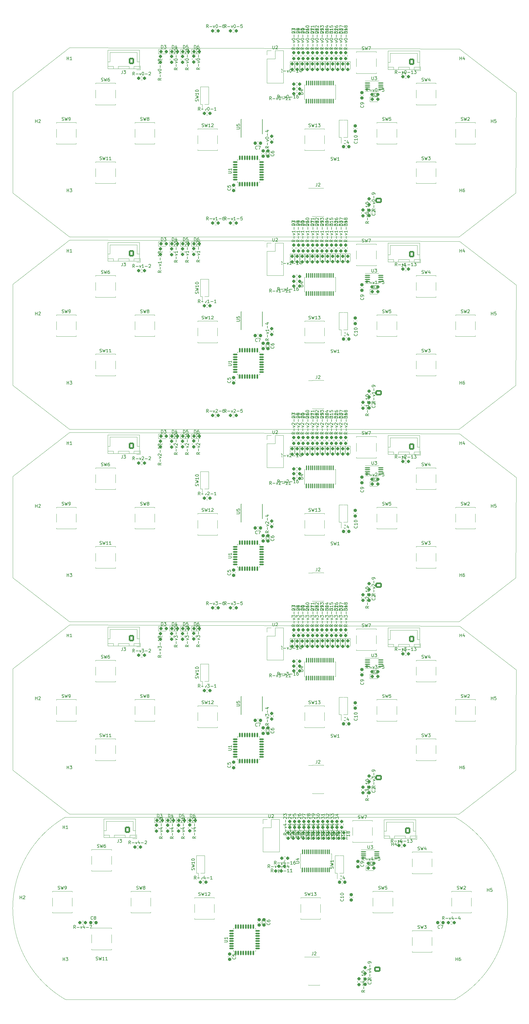
<source format=gbr>
%TF.GenerationSoftware,KiCad,Pcbnew,7.0.6-7.0.6~ubuntu20.04.1*%
%TF.CreationDate,2023-07-11T09:11:54+02:00*%
%TF.ProjectId,output_panel2023-07-11_071138.9032810000,6f757470-7574-45f7-9061-6e656c323032,rev?*%
%TF.SameCoordinates,Original*%
%TF.FileFunction,Legend,Top*%
%TF.FilePolarity,Positive*%
%FSLAX45Y45*%
G04 Gerber Fmt 4.5, Leading zero omitted, Abs format (unit mm)*
G04 Created by KiCad (PCBNEW 7.0.6-7.0.6~ubuntu20.04.1) date 2023-07-11 09:11:54*
%MOMM*%
%LPD*%
G01*
G04 APERTURE LIST*
G04 Aperture macros list*
%AMRoundRect*
0 Rectangle with rounded corners*
0 $1 Rounding radius*
0 $2 $3 $4 $5 $6 $7 $8 $9 X,Y pos of 4 corners*
0 Add a 4 corners polygon primitive as box body*
4,1,4,$2,$3,$4,$5,$6,$7,$8,$9,$2,$3,0*
0 Add four circle primitives for the rounded corners*
1,1,$1+$1,$2,$3*
1,1,$1+$1,$4,$5*
1,1,$1+$1,$6,$7*
1,1,$1+$1,$8,$9*
0 Add four rect primitives between the rounded corners*
20,1,$1+$1,$2,$3,$4,$5,0*
20,1,$1+$1,$4,$5,$6,$7,0*
20,1,$1+$1,$6,$7,$8,$9,0*
20,1,$1+$1,$8,$9,$2,$3,0*%
G04 Aperture macros list end*
%TA.AperFunction,Profile*%
%ADD10C,0.100000*%
%TD*%
%TA.AperFunction,Profile*%
%ADD11C,0.050000*%
%TD*%
%ADD12C,0.150000*%
%ADD13C,0.120000*%
%ADD14R,1.550000X1.300000*%
%ADD15RoundRect,0.237500X-0.287500X-0.237500X0.287500X-0.237500X0.287500X0.237500X-0.287500X0.237500X0*%
%ADD16RoundRect,0.237500X-0.237500X0.287500X-0.237500X-0.287500X0.237500X-0.287500X0.237500X0.287500X0*%
%ADD17RoundRect,0.237500X0.237500X-0.300000X0.237500X0.300000X-0.237500X0.300000X-0.237500X-0.300000X0*%
%ADD18R,0.760000X1.600000*%
%ADD19RoundRect,0.237500X-0.237500X0.300000X-0.237500X-0.300000X0.237500X-0.300000X0.237500X0.300000X0*%
%ADD20RoundRect,0.237500X0.250000X0.237500X-0.250000X0.237500X-0.250000X-0.237500X0.250000X-0.237500X0*%
%ADD21RoundRect,0.100000X-0.712500X-0.100000X0.712500X-0.100000X0.712500X0.100000X-0.712500X0.100000X0*%
%ADD22RoundRect,0.237500X-0.250000X-0.237500X0.250000X-0.237500X0.250000X0.237500X-0.250000X0.237500X0*%
%ADD23C,5.600000*%
%ADD24RoundRect,0.100000X0.100000X-0.637500X0.100000X0.637500X-0.100000X0.637500X-0.100000X-0.637500X0*%
%ADD25RoundRect,0.237500X-0.237500X0.250000X-0.237500X-0.250000X0.237500X-0.250000X0.237500X0.250000X0*%
%ADD26RoundRect,0.250000X0.600000X0.725000X-0.600000X0.725000X-0.600000X-0.725000X0.600000X-0.725000X0*%
%ADD27O,1.700000X1.950000*%
%ADD28R,1.700000X1.700000*%
%ADD29O,1.700000X1.700000*%
%ADD30RoundRect,0.237500X0.237500X-0.250000X0.237500X0.250000X-0.237500X0.250000X-0.237500X-0.250000X0*%
%ADD31RoundRect,0.125000X0.125000X-0.625000X0.125000X0.625000X-0.125000X0.625000X-0.125000X-0.625000X0*%
%ADD32RoundRect,0.125000X0.625000X-0.125000X0.625000X0.125000X-0.625000X0.125000X-0.625000X-0.125000X0*%
%ADD33RoundRect,0.237500X-0.300000X-0.237500X0.300000X-0.237500X0.300000X0.237500X-0.300000X0.237500X0*%
%ADD34RoundRect,0.237500X0.300000X0.237500X-0.300000X0.237500X-0.300000X-0.237500X0.300000X-0.237500X0*%
%ADD35R,2.400000X0.740000*%
%ADD36R,0.400000X1.000000*%
%ADD37RoundRect,0.250000X-0.750000X0.600000X-0.750000X-0.600000X0.750000X-0.600000X0.750000X0.600000X0*%
%ADD38O,2.000000X1.700000*%
G04 APERTURE END LIST*
D10*
X16050000Y-23029999D02*
X14250000Y-24429999D01*
X14250000Y-6070000D02*
X1850000Y-6070000D01*
X16070000Y-7599999D02*
X16050000Y-10789999D01*
X50000Y-13689999D02*
X1850000Y-12289999D01*
D11*
X14123822Y-30329999D02*
G75*
G03*
X14123822Y-24529999I-1674316J2900000D01*
G01*
D10*
X14250000Y-18309999D02*
X1850000Y-18309999D01*
X1850000Y-12289999D02*
X14270000Y-12329999D01*
X1723822Y-24529999D02*
X14123822Y-24529999D01*
X1723822Y-30329999D02*
X14123822Y-30329999D01*
X50000Y-23029999D02*
X50000Y-19809999D01*
X16050000Y-10789999D02*
X14250000Y-12189999D01*
X14250000Y-12189999D02*
X1850000Y-12189999D01*
X50000Y-16909999D02*
X50000Y-13689999D01*
X1850000Y-18409999D02*
X14270000Y-18449999D01*
X1850000Y-6169999D02*
X14270000Y-6209999D01*
X14250000Y-24429999D02*
X1850000Y-24429999D01*
X50000Y-1450000D02*
X1850000Y-50000D01*
X16050000Y-16909999D02*
X14250000Y-18309999D01*
X14270000Y-6209999D02*
X16070000Y-7599999D01*
X1850000Y-18309999D02*
X50000Y-16909999D01*
X16070000Y-13719999D02*
X16050000Y-16909999D01*
X50000Y-10789999D02*
X50000Y-7569999D01*
X1850000Y-6070000D02*
X50000Y-4670000D01*
X1850000Y-24429999D02*
X50000Y-23029999D01*
D11*
X1723822Y-24529999D02*
G75*
G03*
X1723822Y-30329999I1674316J-2900000D01*
G01*
D10*
X50000Y-7569999D02*
X1850000Y-6169999D01*
X14270000Y-90000D02*
X16070000Y-1480000D01*
X1850000Y-12189999D02*
X50000Y-10789999D01*
X14270000Y-12329999D02*
X16070000Y-13719999D01*
X14270000Y-18449999D02*
X16070000Y-19839999D01*
X50000Y-4670000D02*
X50000Y-1450000D01*
X16070000Y-19839999D02*
X16050000Y-23029999D01*
X16070000Y-1480000D02*
X16050000Y-4670000D01*
X50000Y-19809999D02*
X1850000Y-18409999D01*
X16050000Y-4670000D02*
X14250000Y-6070000D01*
X1850000Y-50000D02*
X14270000Y-90000D01*
D12*
X9342870Y-27020719D02*
X9357156Y-27025481D01*
X9357156Y-27025481D02*
X9380965Y-27025481D01*
X9380965Y-27025481D02*
X9390489Y-27020719D01*
X9390489Y-27020719D02*
X9395251Y-27015957D01*
X9395251Y-27015957D02*
X9400013Y-27006433D01*
X9400013Y-27006433D02*
X9400013Y-26996909D01*
X9400013Y-26996909D02*
X9395251Y-26987385D01*
X9395251Y-26987385D02*
X9390489Y-26982623D01*
X9390489Y-26982623D02*
X9380965Y-26977862D01*
X9380965Y-26977862D02*
X9361917Y-26973100D01*
X9361917Y-26973100D02*
X9352394Y-26968338D01*
X9352394Y-26968338D02*
X9347632Y-26963576D01*
X9347632Y-26963576D02*
X9342870Y-26954052D01*
X9342870Y-26954052D02*
X9342870Y-26944528D01*
X9342870Y-26944528D02*
X9347632Y-26935004D01*
X9347632Y-26935004D02*
X9352394Y-26930243D01*
X9352394Y-26930243D02*
X9361917Y-26925481D01*
X9361917Y-26925481D02*
X9385727Y-26925481D01*
X9385727Y-26925481D02*
X9400013Y-26930243D01*
X9433346Y-26925481D02*
X9457156Y-27025481D01*
X9457156Y-27025481D02*
X9476203Y-26954052D01*
X9476203Y-26954052D02*
X9495251Y-27025481D01*
X9495251Y-27025481D02*
X9519060Y-26925481D01*
X9609536Y-27025481D02*
X9552394Y-27025481D01*
X9580965Y-27025481D02*
X9580965Y-26925481D01*
X9580965Y-26925481D02*
X9571441Y-26939766D01*
X9571441Y-26939766D02*
X9561917Y-26949290D01*
X9561917Y-26949290D02*
X9552394Y-26954052D01*
X9642870Y-26925481D02*
X9704775Y-26925481D01*
X9704775Y-26925481D02*
X9671441Y-26963576D01*
X9671441Y-26963576D02*
X9685727Y-26963576D01*
X9685727Y-26963576D02*
X9695251Y-26968338D01*
X9695251Y-26968338D02*
X9700013Y-26973100D01*
X9700013Y-26973100D02*
X9704775Y-26982623D01*
X9704775Y-26982623D02*
X9704775Y-27006433D01*
X9704775Y-27006433D02*
X9700013Y-27015957D01*
X9700013Y-27015957D02*
X9695251Y-27020719D01*
X9695251Y-27020719D02*
X9685727Y-27025481D01*
X9685727Y-27025481D02*
X9657156Y-27025481D01*
X9657156Y-27025481D02*
X9647632Y-27020719D01*
X9647632Y-27020719D02*
X9642870Y-27015957D01*
X5476191Y-12312481D02*
X5476191Y-12212481D01*
X5476191Y-12212481D02*
X5500000Y-12212481D01*
X5500000Y-12212481D02*
X5514286Y-12217243D01*
X5514286Y-12217243D02*
X5523810Y-12226767D01*
X5523810Y-12226767D02*
X5528571Y-12236290D01*
X5528571Y-12236290D02*
X5533333Y-12255338D01*
X5533333Y-12255338D02*
X5533333Y-12269624D01*
X5533333Y-12269624D02*
X5528571Y-12288671D01*
X5528571Y-12288671D02*
X5523810Y-12298195D01*
X5523810Y-12298195D02*
X5514286Y-12307719D01*
X5514286Y-12307719D02*
X5500000Y-12312481D01*
X5500000Y-12312481D02*
X5476191Y-12312481D01*
X5623809Y-12212481D02*
X5576191Y-12212481D01*
X5576191Y-12212481D02*
X5571429Y-12260100D01*
X5571429Y-12260100D02*
X5576191Y-12255338D01*
X5576191Y-12255338D02*
X5585714Y-12250576D01*
X5585714Y-12250576D02*
X5609524Y-12250576D01*
X5609524Y-12250576D02*
X5619048Y-12255338D01*
X5619048Y-12255338D02*
X5623809Y-12260100D01*
X5623809Y-12260100D02*
X5628571Y-12269624D01*
X5628571Y-12269624D02*
X5628571Y-12293433D01*
X5628571Y-12293433D02*
X5623809Y-12302957D01*
X5623809Y-12302957D02*
X5619048Y-12307719D01*
X5619048Y-12307719D02*
X5609524Y-12312481D01*
X5609524Y-12312481D02*
X5585714Y-12312481D01*
X5585714Y-12312481D02*
X5576191Y-12307719D01*
X5576191Y-12307719D02*
X5571429Y-12302957D01*
X9775482Y-11831428D02*
X9675482Y-11831428D01*
X9675482Y-11831428D02*
X9675482Y-11807618D01*
X9675482Y-11807618D02*
X9680244Y-11793332D01*
X9680244Y-11793332D02*
X9689768Y-11783809D01*
X9689768Y-11783809D02*
X9699291Y-11779047D01*
X9699291Y-11779047D02*
X9718339Y-11774285D01*
X9718339Y-11774285D02*
X9732625Y-11774285D01*
X9732625Y-11774285D02*
X9751672Y-11779047D01*
X9751672Y-11779047D02*
X9761196Y-11783809D01*
X9761196Y-11783809D02*
X9770720Y-11793332D01*
X9770720Y-11793332D02*
X9775482Y-11807618D01*
X9775482Y-11807618D02*
X9775482Y-11831428D01*
X9775482Y-11679047D02*
X9775482Y-11736189D01*
X9775482Y-11707618D02*
X9675482Y-11707618D01*
X9675482Y-11707618D02*
X9689768Y-11717142D01*
X9689768Y-11717142D02*
X9699291Y-11726666D01*
X9699291Y-11726666D02*
X9704053Y-11736189D01*
X9685006Y-11640951D02*
X9680244Y-11636189D01*
X9680244Y-11636189D02*
X9675482Y-11626666D01*
X9675482Y-11626666D02*
X9675482Y-11602856D01*
X9675482Y-11602856D02*
X9680244Y-11593332D01*
X9680244Y-11593332D02*
X9685006Y-11588570D01*
X9685006Y-11588570D02*
X9694530Y-11583809D01*
X9694530Y-11583809D02*
X9704053Y-11583809D01*
X9704053Y-11583809D02*
X9718339Y-11588570D01*
X9718339Y-11588570D02*
X9775482Y-11645713D01*
X9775482Y-11645713D02*
X9775482Y-11583809D01*
X6973158Y-10646066D02*
X6977920Y-10650828D01*
X6977920Y-10650828D02*
X6982682Y-10665114D01*
X6982682Y-10665114D02*
X6982682Y-10674637D01*
X6982682Y-10674637D02*
X6977920Y-10688923D01*
X6977920Y-10688923D02*
X6968396Y-10698447D01*
X6968396Y-10698447D02*
X6958872Y-10703209D01*
X6958872Y-10703209D02*
X6939825Y-10707971D01*
X6939825Y-10707971D02*
X6925539Y-10707971D01*
X6925539Y-10707971D02*
X6906491Y-10703209D01*
X6906491Y-10703209D02*
X6896968Y-10698447D01*
X6896968Y-10698447D02*
X6887444Y-10688923D01*
X6887444Y-10688923D02*
X6882682Y-10674637D01*
X6882682Y-10674637D02*
X6882682Y-10665114D01*
X6882682Y-10665114D02*
X6887444Y-10650828D01*
X6887444Y-10650828D02*
X6892206Y-10646066D01*
X6882682Y-10555590D02*
X6882682Y-10603209D01*
X6882682Y-10603209D02*
X6930301Y-10607971D01*
X6930301Y-10607971D02*
X6925539Y-10603209D01*
X6925539Y-10603209D02*
X6920777Y-10593685D01*
X6920777Y-10593685D02*
X6920777Y-10569876D01*
X6920777Y-10569876D02*
X6925539Y-10560352D01*
X6925539Y-10560352D02*
X6930301Y-10555590D01*
X6930301Y-10555590D02*
X6939825Y-10550828D01*
X6939825Y-10550828D02*
X6963634Y-10550828D01*
X6963634Y-10550828D02*
X6973158Y-10555590D01*
X6973158Y-10555590D02*
X6977920Y-10560352D01*
X6977920Y-10560352D02*
X6982682Y-10569876D01*
X6982682Y-10569876D02*
X6982682Y-10593685D01*
X6982682Y-10593685D02*
X6977920Y-10603209D01*
X6977920Y-10603209D02*
X6973158Y-10607971D01*
X5957720Y-7870952D02*
X5962482Y-7856666D01*
X5962482Y-7856666D02*
X5962482Y-7832856D01*
X5962482Y-7832856D02*
X5957720Y-7823333D01*
X5957720Y-7823333D02*
X5952958Y-7818571D01*
X5952958Y-7818571D02*
X5943434Y-7813809D01*
X5943434Y-7813809D02*
X5933910Y-7813809D01*
X5933910Y-7813809D02*
X5924387Y-7818571D01*
X5924387Y-7818571D02*
X5919625Y-7823333D01*
X5919625Y-7823333D02*
X5914863Y-7832856D01*
X5914863Y-7832856D02*
X5910101Y-7851904D01*
X5910101Y-7851904D02*
X5905339Y-7861428D01*
X5905339Y-7861428D02*
X5900577Y-7866190D01*
X5900577Y-7866190D02*
X5891053Y-7870952D01*
X5891053Y-7870952D02*
X5881529Y-7870952D01*
X5881529Y-7870952D02*
X5872006Y-7866190D01*
X5872006Y-7866190D02*
X5867244Y-7861428D01*
X5867244Y-7861428D02*
X5862482Y-7851904D01*
X5862482Y-7851904D02*
X5862482Y-7828095D01*
X5862482Y-7828095D02*
X5867244Y-7813809D01*
X5862482Y-7780475D02*
X5962482Y-7756666D01*
X5962482Y-7756666D02*
X5891053Y-7737618D01*
X5891053Y-7737618D02*
X5962482Y-7718571D01*
X5962482Y-7718571D02*
X5862482Y-7694761D01*
X5962482Y-7604285D02*
X5962482Y-7661428D01*
X5962482Y-7632856D02*
X5862482Y-7632856D01*
X5862482Y-7632856D02*
X5876768Y-7642380D01*
X5876768Y-7642380D02*
X5886291Y-7651904D01*
X5886291Y-7651904D02*
X5891053Y-7661428D01*
X5862482Y-7542380D02*
X5862482Y-7532856D01*
X5862482Y-7532856D02*
X5867244Y-7523333D01*
X5867244Y-7523333D02*
X5872006Y-7518571D01*
X5872006Y-7518571D02*
X5881529Y-7513809D01*
X5881529Y-7513809D02*
X5900577Y-7509047D01*
X5900577Y-7509047D02*
X5924387Y-7509047D01*
X5924387Y-7509047D02*
X5943434Y-7513809D01*
X5943434Y-7513809D02*
X5952958Y-7518571D01*
X5952958Y-7518571D02*
X5957720Y-7523333D01*
X5957720Y-7523333D02*
X5962482Y-7532856D01*
X5962482Y-7532856D02*
X5962482Y-7542380D01*
X5962482Y-7542380D02*
X5957720Y-7551904D01*
X5957720Y-7551904D02*
X5952958Y-7556666D01*
X5952958Y-7556666D02*
X5943434Y-7561428D01*
X5943434Y-7561428D02*
X5924387Y-7566190D01*
X5924387Y-7566190D02*
X5900577Y-7566190D01*
X5900577Y-7566190D02*
X5881529Y-7561428D01*
X5881529Y-7561428D02*
X5872006Y-7556666D01*
X5872006Y-7556666D02*
X5867244Y-7551904D01*
X5867244Y-7551904D02*
X5862482Y-7542380D01*
X13066667Y-15850719D02*
X13080952Y-15855481D01*
X13080952Y-15855481D02*
X13104762Y-15855481D01*
X13104762Y-15855481D02*
X13114286Y-15850719D01*
X13114286Y-15850719D02*
X13119048Y-15845957D01*
X13119048Y-15845957D02*
X13123809Y-15836433D01*
X13123809Y-15836433D02*
X13123809Y-15826909D01*
X13123809Y-15826909D02*
X13119048Y-15817386D01*
X13119048Y-15817386D02*
X13114286Y-15812624D01*
X13114286Y-15812624D02*
X13104762Y-15807862D01*
X13104762Y-15807862D02*
X13085714Y-15803100D01*
X13085714Y-15803100D02*
X13076190Y-15798338D01*
X13076190Y-15798338D02*
X13071429Y-15793576D01*
X13071429Y-15793576D02*
X13066667Y-15784052D01*
X13066667Y-15784052D02*
X13066667Y-15774529D01*
X13066667Y-15774529D02*
X13071429Y-15765005D01*
X13071429Y-15765005D02*
X13076190Y-15760243D01*
X13076190Y-15760243D02*
X13085714Y-15755481D01*
X13085714Y-15755481D02*
X13109524Y-15755481D01*
X13109524Y-15755481D02*
X13123809Y-15760243D01*
X13157143Y-15755481D02*
X13180952Y-15855481D01*
X13180952Y-15855481D02*
X13200000Y-15784052D01*
X13200000Y-15784052D02*
X13219048Y-15855481D01*
X13219048Y-15855481D02*
X13242857Y-15755481D01*
X13271429Y-15755481D02*
X13333333Y-15755481D01*
X13333333Y-15755481D02*
X13300000Y-15793576D01*
X13300000Y-15793576D02*
X13314286Y-15793576D01*
X13314286Y-15793576D02*
X13323809Y-15798338D01*
X13323809Y-15798338D02*
X13328571Y-15803100D01*
X13328571Y-15803100D02*
X13333333Y-15812624D01*
X13333333Y-15812624D02*
X13333333Y-15836433D01*
X13333333Y-15836433D02*
X13328571Y-15845957D01*
X13328571Y-15845957D02*
X13323809Y-15850719D01*
X13323809Y-15850719D02*
X13314286Y-15855481D01*
X13314286Y-15855481D02*
X13285714Y-15855481D01*
X13285714Y-15855481D02*
X13276190Y-15850719D01*
X13276190Y-15850719D02*
X13271429Y-15845957D01*
X8351358Y-3433866D02*
X8356120Y-3438628D01*
X8356120Y-3438628D02*
X8360882Y-3452914D01*
X8360882Y-3452914D02*
X8360882Y-3462438D01*
X8360882Y-3462438D02*
X8356120Y-3476723D01*
X8356120Y-3476723D02*
X8346596Y-3486247D01*
X8346596Y-3486247D02*
X8337072Y-3491009D01*
X8337072Y-3491009D02*
X8318025Y-3495771D01*
X8318025Y-3495771D02*
X8303739Y-3495771D01*
X8303739Y-3495771D02*
X8284691Y-3491009D01*
X8284691Y-3491009D02*
X8275168Y-3486247D01*
X8275168Y-3486247D02*
X8265644Y-3476723D01*
X8265644Y-3476723D02*
X8260882Y-3462438D01*
X8260882Y-3462438D02*
X8260882Y-3452914D01*
X8260882Y-3452914D02*
X8265644Y-3438628D01*
X8265644Y-3438628D02*
X8270406Y-3433866D01*
X8260882Y-3348152D02*
X8260882Y-3367200D01*
X8260882Y-3367200D02*
X8265644Y-3376723D01*
X8265644Y-3376723D02*
X8270406Y-3381485D01*
X8270406Y-3381485D02*
X8284691Y-3391009D01*
X8284691Y-3391009D02*
X8303739Y-3395771D01*
X8303739Y-3395771D02*
X8341834Y-3395771D01*
X8341834Y-3395771D02*
X8351358Y-3391009D01*
X8351358Y-3391009D02*
X8356120Y-3386247D01*
X8356120Y-3386247D02*
X8360882Y-3376723D01*
X8360882Y-3376723D02*
X8360882Y-3357676D01*
X8360882Y-3357676D02*
X8356120Y-3348152D01*
X8356120Y-3348152D02*
X8351358Y-3343390D01*
X8351358Y-3343390D02*
X8341834Y-3338628D01*
X8341834Y-3338628D02*
X8318025Y-3338628D01*
X8318025Y-3338628D02*
X8308501Y-3343390D01*
X8308501Y-3343390D02*
X8303739Y-3348152D01*
X8303739Y-3348152D02*
X8298977Y-3357676D01*
X8298977Y-3357676D02*
X8298977Y-3376723D01*
X8298977Y-3376723D02*
X8303739Y-3386247D01*
X8303739Y-3386247D02*
X8308501Y-3391009D01*
X8308501Y-3391009D02*
X8318025Y-3395771D01*
X8530490Y-7775381D02*
X8497157Y-7727762D01*
X8473348Y-7775381D02*
X8473348Y-7675381D01*
X8473348Y-7675381D02*
X8511443Y-7675381D01*
X8511443Y-7675381D02*
X8520967Y-7680143D01*
X8520967Y-7680143D02*
X8525729Y-7684905D01*
X8525729Y-7684905D02*
X8530490Y-7694429D01*
X8530490Y-7694429D02*
X8530490Y-7708715D01*
X8530490Y-7708715D02*
X8525729Y-7718238D01*
X8525729Y-7718238D02*
X8520967Y-7723000D01*
X8520967Y-7723000D02*
X8511443Y-7727762D01*
X8511443Y-7727762D02*
X8473348Y-7727762D01*
X8573348Y-7737286D02*
X8649538Y-7737286D01*
X8687633Y-7708715D02*
X8711443Y-7775381D01*
X8711443Y-7775381D02*
X8735252Y-7708715D01*
X8825729Y-7775381D02*
X8768586Y-7775381D01*
X8797157Y-7775381D02*
X8797157Y-7675381D01*
X8797157Y-7675381D02*
X8787633Y-7689667D01*
X8787633Y-7689667D02*
X8778110Y-7699191D01*
X8778110Y-7699191D02*
X8768586Y-7703953D01*
X8868586Y-7737286D02*
X8944776Y-7737286D01*
X9044776Y-7775381D02*
X8987633Y-7775381D01*
X9016205Y-7775381D02*
X9016205Y-7675381D01*
X9016205Y-7675381D02*
X9006681Y-7689667D01*
X9006681Y-7689667D02*
X8997157Y-7699191D01*
X8997157Y-7699191D02*
X8987633Y-7703953D01*
X9130490Y-7675381D02*
X9111443Y-7675381D01*
X9111443Y-7675381D02*
X9101919Y-7680143D01*
X9101919Y-7680143D02*
X9097157Y-7684905D01*
X9097157Y-7684905D02*
X9087633Y-7699191D01*
X9087633Y-7699191D02*
X9082871Y-7718238D01*
X9082871Y-7718238D02*
X9082871Y-7756334D01*
X9082871Y-7756334D02*
X9087633Y-7765857D01*
X9087633Y-7765857D02*
X9092395Y-7770619D01*
X9092395Y-7770619D02*
X9101919Y-7775381D01*
X9101919Y-7775381D02*
X9120967Y-7775381D01*
X9120967Y-7775381D02*
X9130490Y-7770619D01*
X9130490Y-7770619D02*
X9135252Y-7765857D01*
X9135252Y-7765857D02*
X9140014Y-7756334D01*
X9140014Y-7756334D02*
X9140014Y-7732524D01*
X9140014Y-7732524D02*
X9135252Y-7723000D01*
X9135252Y-7723000D02*
X9130490Y-7718238D01*
X9130490Y-7718238D02*
X9120967Y-7713476D01*
X9120967Y-7713476D02*
X9101919Y-7713476D01*
X9101919Y-7713476D02*
X9092395Y-7718238D01*
X9092395Y-7718238D02*
X9087633Y-7723000D01*
X9087633Y-7723000D02*
X9082871Y-7732524D01*
X11473809Y-970482D02*
X11473809Y-1051434D01*
X11473809Y-1051434D02*
X11478571Y-1060958D01*
X11478571Y-1060958D02*
X11483333Y-1065720D01*
X11483333Y-1065720D02*
X11492857Y-1070482D01*
X11492857Y-1070482D02*
X11511905Y-1070482D01*
X11511905Y-1070482D02*
X11521428Y-1065720D01*
X11521428Y-1065720D02*
X11526190Y-1060958D01*
X11526190Y-1060958D02*
X11530952Y-1051434D01*
X11530952Y-1051434D02*
X11530952Y-970482D01*
X11569048Y-970482D02*
X11630952Y-970482D01*
X11630952Y-970482D02*
X11597619Y-1008577D01*
X11597619Y-1008577D02*
X11611905Y-1008577D01*
X11611905Y-1008577D02*
X11621428Y-1013339D01*
X11621428Y-1013339D02*
X11626190Y-1018101D01*
X11626190Y-1018101D02*
X11630952Y-1027624D01*
X11630952Y-1027624D02*
X11630952Y-1051434D01*
X11630952Y-1051434D02*
X11626190Y-1060958D01*
X11626190Y-1060958D02*
X11621428Y-1065720D01*
X11621428Y-1065720D02*
X11611905Y-1070482D01*
X11611905Y-1070482D02*
X11583333Y-1070482D01*
X11583333Y-1070482D02*
X11573809Y-1065720D01*
X11573809Y-1065720D02*
X11569048Y-1060958D01*
X11349809Y-1440082D02*
X11316476Y-1392463D01*
X11292667Y-1440082D02*
X11292667Y-1340082D01*
X11292667Y-1340082D02*
X11330762Y-1340082D01*
X11330762Y-1340082D02*
X11340286Y-1344844D01*
X11340286Y-1344844D02*
X11345048Y-1349605D01*
X11345048Y-1349605D02*
X11349809Y-1359129D01*
X11349809Y-1359129D02*
X11349809Y-1373415D01*
X11349809Y-1373415D02*
X11345048Y-1382939D01*
X11345048Y-1382939D02*
X11340286Y-1387701D01*
X11340286Y-1387701D02*
X11330762Y-1392463D01*
X11330762Y-1392463D02*
X11292667Y-1392463D01*
X11392667Y-1401986D02*
X11468857Y-1401986D01*
X11506952Y-1373415D02*
X11530762Y-1440082D01*
X11530762Y-1440082D02*
X11554571Y-1373415D01*
X11611714Y-1340082D02*
X11621238Y-1340082D01*
X11621238Y-1340082D02*
X11630762Y-1344844D01*
X11630762Y-1344844D02*
X11635524Y-1349605D01*
X11635524Y-1349605D02*
X11640286Y-1359129D01*
X11640286Y-1359129D02*
X11645048Y-1378177D01*
X11645048Y-1378177D02*
X11645048Y-1401986D01*
X11645048Y-1401986D02*
X11640286Y-1421034D01*
X11640286Y-1421034D02*
X11635524Y-1430558D01*
X11635524Y-1430558D02*
X11630762Y-1435320D01*
X11630762Y-1435320D02*
X11621238Y-1440082D01*
X11621238Y-1440082D02*
X11611714Y-1440082D01*
X11611714Y-1440082D02*
X11602190Y-1435320D01*
X11602190Y-1435320D02*
X11597429Y-1430558D01*
X11597429Y-1430558D02*
X11592667Y-1421034D01*
X11592667Y-1421034D02*
X11587905Y-1401986D01*
X11587905Y-1401986D02*
X11587905Y-1378177D01*
X11587905Y-1378177D02*
X11592667Y-1359129D01*
X11592667Y-1359129D02*
X11597429Y-1349605D01*
X11597429Y-1349605D02*
X11602190Y-1344844D01*
X11602190Y-1344844D02*
X11611714Y-1340082D01*
X11687905Y-1401986D02*
X11764095Y-1401986D01*
X11802190Y-1340082D02*
X11864095Y-1340082D01*
X11864095Y-1340082D02*
X11830762Y-1378177D01*
X11830762Y-1378177D02*
X11845048Y-1378177D01*
X11845048Y-1378177D02*
X11854571Y-1382939D01*
X11854571Y-1382939D02*
X11859333Y-1387701D01*
X11859333Y-1387701D02*
X11864095Y-1397224D01*
X11864095Y-1397224D02*
X11864095Y-1421034D01*
X11864095Y-1421034D02*
X11859333Y-1430558D01*
X11859333Y-1430558D02*
X11854571Y-1435320D01*
X11854571Y-1435320D02*
X11845048Y-1440082D01*
X11845048Y-1440082D02*
X11816476Y-1440082D01*
X11816476Y-1440082D02*
X11806952Y-1435320D01*
X11806952Y-1435320D02*
X11802190Y-1430558D01*
X4776191Y-72482D02*
X4776191Y27518D01*
X4776191Y27518D02*
X4800000Y27518D01*
X4800000Y27518D02*
X4814286Y22756D01*
X4814286Y22756D02*
X4823810Y13233D01*
X4823810Y13233D02*
X4828571Y3709D01*
X4828571Y3709D02*
X4833333Y-15339D01*
X4833333Y-15339D02*
X4833333Y-29624D01*
X4833333Y-29624D02*
X4828571Y-48672D01*
X4828571Y-48672D02*
X4823810Y-58196D01*
X4823810Y-58196D02*
X4814286Y-67720D01*
X4814286Y-67720D02*
X4800000Y-72482D01*
X4800000Y-72482D02*
X4776191Y-72482D01*
X4866667Y27518D02*
X4928571Y27518D01*
X4928571Y27518D02*
X4895238Y-10577D01*
X4895238Y-10577D02*
X4909524Y-10577D01*
X4909524Y-10577D02*
X4919048Y-15339D01*
X4919048Y-15339D02*
X4923810Y-20101D01*
X4923810Y-20101D02*
X4928571Y-29624D01*
X4928571Y-29624D02*
X4928571Y-53434D01*
X4928571Y-53434D02*
X4923810Y-62958D01*
X4923810Y-62958D02*
X4919048Y-67720D01*
X4919048Y-67720D02*
X4909524Y-72482D01*
X4909524Y-72482D02*
X4880952Y-72482D01*
X4880952Y-72482D02*
X4871429Y-67720D01*
X4871429Y-67720D02*
X4866667Y-62958D01*
X1773809Y-435482D02*
X1773809Y-335482D01*
X1773809Y-383101D02*
X1830952Y-383101D01*
X1830952Y-435482D02*
X1830952Y-335482D01*
X1930952Y-435482D02*
X1873809Y-435482D01*
X1902381Y-435482D02*
X1902381Y-335482D01*
X1902381Y-335482D02*
X1892857Y-349767D01*
X1892857Y-349767D02*
X1883333Y-359291D01*
X1883333Y-359291D02*
X1873809Y-364053D01*
X5826190Y-12312481D02*
X5826190Y-12212481D01*
X5826190Y-12212481D02*
X5850000Y-12212481D01*
X5850000Y-12212481D02*
X5864286Y-12217243D01*
X5864286Y-12217243D02*
X5873809Y-12226767D01*
X5873809Y-12226767D02*
X5878571Y-12236290D01*
X5878571Y-12236290D02*
X5883333Y-12255338D01*
X5883333Y-12255338D02*
X5883333Y-12269624D01*
X5883333Y-12269624D02*
X5878571Y-12288671D01*
X5878571Y-12288671D02*
X5873809Y-12298195D01*
X5873809Y-12298195D02*
X5864286Y-12307719D01*
X5864286Y-12307719D02*
X5850000Y-12312481D01*
X5850000Y-12312481D02*
X5826190Y-12312481D01*
X5969048Y-12212481D02*
X5950000Y-12212481D01*
X5950000Y-12212481D02*
X5940476Y-12217243D01*
X5940476Y-12217243D02*
X5935714Y-12222005D01*
X5935714Y-12222005D02*
X5926190Y-12236290D01*
X5926190Y-12236290D02*
X5921429Y-12255338D01*
X5921429Y-12255338D02*
X5921429Y-12293433D01*
X5921429Y-12293433D02*
X5926190Y-12302957D01*
X5926190Y-12302957D02*
X5930952Y-12307719D01*
X5930952Y-12307719D02*
X5940476Y-12312481D01*
X5940476Y-12312481D02*
X5959524Y-12312481D01*
X5959524Y-12312481D02*
X5969048Y-12307719D01*
X5969048Y-12307719D02*
X5973809Y-12302957D01*
X5973809Y-12302957D02*
X5978571Y-12293433D01*
X5978571Y-12293433D02*
X5978571Y-12269624D01*
X5978571Y-12269624D02*
X5973809Y-12260100D01*
X5973809Y-12260100D02*
X5969048Y-12255338D01*
X5969048Y-12255338D02*
X5959524Y-12250576D01*
X5959524Y-12250576D02*
X5940476Y-12250576D01*
X5940476Y-12250576D02*
X5930952Y-12255338D01*
X5930952Y-12255338D02*
X5926190Y-12260100D01*
X5926190Y-12260100D02*
X5921429Y-12269624D01*
X11349809Y-13680081D02*
X11316476Y-13632462D01*
X11292667Y-13680081D02*
X11292667Y-13580081D01*
X11292667Y-13580081D02*
X11330762Y-13580081D01*
X11330762Y-13580081D02*
X11340286Y-13584843D01*
X11340286Y-13584843D02*
X11345048Y-13589605D01*
X11345048Y-13589605D02*
X11349809Y-13599129D01*
X11349809Y-13599129D02*
X11349809Y-13613414D01*
X11349809Y-13613414D02*
X11345048Y-13622938D01*
X11345048Y-13622938D02*
X11340286Y-13627700D01*
X11340286Y-13627700D02*
X11330762Y-13632462D01*
X11330762Y-13632462D02*
X11292667Y-13632462D01*
X11392667Y-13641986D02*
X11468857Y-13641986D01*
X11506952Y-13613414D02*
X11530762Y-13680081D01*
X11530762Y-13680081D02*
X11554571Y-13613414D01*
X11587905Y-13589605D02*
X11592667Y-13584843D01*
X11592667Y-13584843D02*
X11602190Y-13580081D01*
X11602190Y-13580081D02*
X11626000Y-13580081D01*
X11626000Y-13580081D02*
X11635524Y-13584843D01*
X11635524Y-13584843D02*
X11640286Y-13589605D01*
X11640286Y-13589605D02*
X11645048Y-13599129D01*
X11645048Y-13599129D02*
X11645048Y-13608652D01*
X11645048Y-13608652D02*
X11640286Y-13622938D01*
X11640286Y-13622938D02*
X11583143Y-13680081D01*
X11583143Y-13680081D02*
X11645048Y-13680081D01*
X11687905Y-13641986D02*
X11764095Y-13641986D01*
X11802190Y-13580081D02*
X11864095Y-13580081D01*
X11864095Y-13580081D02*
X11830762Y-13618176D01*
X11830762Y-13618176D02*
X11845048Y-13618176D01*
X11845048Y-13618176D02*
X11854571Y-13622938D01*
X11854571Y-13622938D02*
X11859333Y-13627700D01*
X11859333Y-13627700D02*
X11864095Y-13637224D01*
X11864095Y-13637224D02*
X11864095Y-13661033D01*
X11864095Y-13661033D02*
X11859333Y-13670557D01*
X11859333Y-13670557D02*
X11854571Y-13675319D01*
X11854571Y-13675319D02*
X11845048Y-13680081D01*
X11845048Y-13680081D02*
X11816476Y-13680081D01*
X11816476Y-13680081D02*
X11806952Y-13675319D01*
X11806952Y-13675319D02*
X11802190Y-13670557D01*
X2819048Y-21970719D02*
X2833333Y-21975481D01*
X2833333Y-21975481D02*
X2857143Y-21975481D01*
X2857143Y-21975481D02*
X2866667Y-21970719D01*
X2866667Y-21970719D02*
X2871428Y-21965957D01*
X2871428Y-21965957D02*
X2876190Y-21956433D01*
X2876190Y-21956433D02*
X2876190Y-21946909D01*
X2876190Y-21946909D02*
X2871428Y-21937385D01*
X2871428Y-21937385D02*
X2866667Y-21932624D01*
X2866667Y-21932624D02*
X2857143Y-21927862D01*
X2857143Y-21927862D02*
X2838095Y-21923100D01*
X2838095Y-21923100D02*
X2828571Y-21918338D01*
X2828571Y-21918338D02*
X2823809Y-21913576D01*
X2823809Y-21913576D02*
X2819048Y-21904052D01*
X2819048Y-21904052D02*
X2819048Y-21894528D01*
X2819048Y-21894528D02*
X2823809Y-21885005D01*
X2823809Y-21885005D02*
X2828571Y-21880243D01*
X2828571Y-21880243D02*
X2838095Y-21875481D01*
X2838095Y-21875481D02*
X2861905Y-21875481D01*
X2861905Y-21875481D02*
X2876190Y-21880243D01*
X2909524Y-21875481D02*
X2933333Y-21975481D01*
X2933333Y-21975481D02*
X2952381Y-21904052D01*
X2952381Y-21904052D02*
X2971428Y-21975481D01*
X2971428Y-21975481D02*
X2995238Y-21875481D01*
X3085714Y-21975481D02*
X3028571Y-21975481D01*
X3057143Y-21975481D02*
X3057143Y-21875481D01*
X3057143Y-21875481D02*
X3047619Y-21889766D01*
X3047619Y-21889766D02*
X3038095Y-21899290D01*
X3038095Y-21899290D02*
X3028571Y-21904052D01*
X3180952Y-21975481D02*
X3123809Y-21975481D01*
X3152381Y-21975481D02*
X3152381Y-21875481D01*
X3152381Y-21875481D02*
X3142857Y-21889766D01*
X3142857Y-21889766D02*
X3133333Y-21899290D01*
X3133333Y-21899290D02*
X3123809Y-21904052D01*
X9188882Y-7657590D02*
X9269834Y-7657590D01*
X9269834Y-7657590D02*
X9279358Y-7652828D01*
X9279358Y-7652828D02*
X9284120Y-7648066D01*
X9284120Y-7648066D02*
X9288882Y-7638542D01*
X9288882Y-7638542D02*
X9288882Y-7619495D01*
X9288882Y-7619495D02*
X9284120Y-7609971D01*
X9284120Y-7609971D02*
X9279358Y-7605209D01*
X9279358Y-7605209D02*
X9269834Y-7600447D01*
X9269834Y-7600447D02*
X9188882Y-7600447D01*
X9222215Y-7509971D02*
X9288882Y-7509971D01*
X9184120Y-7533780D02*
X9255549Y-7557590D01*
X9255549Y-7557590D02*
X9255549Y-7495685D01*
X5643482Y-19051308D02*
X5595863Y-19084642D01*
X5643482Y-19108451D02*
X5543482Y-19108451D01*
X5543482Y-19108451D02*
X5543482Y-19070356D01*
X5543482Y-19070356D02*
X5548244Y-19060832D01*
X5548244Y-19060832D02*
X5553006Y-19056070D01*
X5553006Y-19056070D02*
X5562530Y-19051308D01*
X5562530Y-19051308D02*
X5576815Y-19051308D01*
X5576815Y-19051308D02*
X5586339Y-19056070D01*
X5586339Y-19056070D02*
X5591101Y-19060832D01*
X5591101Y-19060832D02*
X5595863Y-19070356D01*
X5595863Y-19070356D02*
X5595863Y-19108451D01*
X5605387Y-19008451D02*
X5605387Y-18932261D01*
X5576815Y-18894165D02*
X5643482Y-18870356D01*
X5643482Y-18870356D02*
X5576815Y-18846546D01*
X5543482Y-18817975D02*
X5543482Y-18756070D01*
X5543482Y-18756070D02*
X5581577Y-18789404D01*
X5581577Y-18789404D02*
X5581577Y-18775118D01*
X5581577Y-18775118D02*
X5586339Y-18765594D01*
X5586339Y-18765594D02*
X5591101Y-18760832D01*
X5591101Y-18760832D02*
X5600625Y-18756070D01*
X5600625Y-18756070D02*
X5624434Y-18756070D01*
X5624434Y-18756070D02*
X5633958Y-18760832D01*
X5633958Y-18760832D02*
X5638720Y-18765594D01*
X5638720Y-18765594D02*
X5643482Y-18775118D01*
X5643482Y-18775118D02*
X5643482Y-18803689D01*
X5643482Y-18803689D02*
X5638720Y-18813213D01*
X5638720Y-18813213D02*
X5633958Y-18817975D01*
X5605387Y-18713213D02*
X5605387Y-18637023D01*
X5553006Y-18594165D02*
X5548244Y-18589404D01*
X5548244Y-18589404D02*
X5543482Y-18579880D01*
X5543482Y-18579880D02*
X5543482Y-18556070D01*
X5543482Y-18556070D02*
X5548244Y-18546546D01*
X5548244Y-18546546D02*
X5553006Y-18541785D01*
X5553006Y-18541785D02*
X5562530Y-18537023D01*
X5562530Y-18537023D02*
X5572053Y-18537023D01*
X5572053Y-18537023D02*
X5586339Y-18541785D01*
X5586339Y-18541785D02*
X5643482Y-18598927D01*
X5643482Y-18598927D02*
X5643482Y-18537023D01*
X5643482Y-18441785D02*
X5643482Y-18498927D01*
X5643482Y-18470356D02*
X5543482Y-18470356D01*
X5543482Y-18470356D02*
X5557768Y-18479880D01*
X5557768Y-18479880D02*
X5567291Y-18489404D01*
X5567291Y-18489404D02*
X5572053Y-18498927D01*
X3541667Y-772982D02*
X3541667Y-844410D01*
X3541667Y-844410D02*
X3536905Y-858696D01*
X3536905Y-858696D02*
X3527381Y-868220D01*
X3527381Y-868220D02*
X3513095Y-872982D01*
X3513095Y-872982D02*
X3503571Y-872982D01*
X3579762Y-772982D02*
X3641667Y-772982D01*
X3641667Y-772982D02*
X3608333Y-811077D01*
X3608333Y-811077D02*
X3622619Y-811077D01*
X3622619Y-811077D02*
X3632143Y-815839D01*
X3632143Y-815839D02*
X3636905Y-820601D01*
X3636905Y-820601D02*
X3641667Y-830124D01*
X3641667Y-830124D02*
X3641667Y-853934D01*
X3641667Y-853934D02*
X3636905Y-863458D01*
X3636905Y-863458D02*
X3632143Y-868220D01*
X3632143Y-868220D02*
X3622619Y-872982D01*
X3622619Y-872982D02*
X3594048Y-872982D01*
X3594048Y-872982D02*
X3584524Y-868220D01*
X3584524Y-868220D02*
X3579762Y-863458D01*
X8320809Y11518D02*
X8320809Y-69434D01*
X8320809Y-69434D02*
X8325571Y-78958D01*
X8325571Y-78958D02*
X8330333Y-83720D01*
X8330333Y-83720D02*
X8339857Y-88482D01*
X8339857Y-88482D02*
X8358905Y-88482D01*
X8358905Y-88482D02*
X8368428Y-83720D01*
X8368428Y-83720D02*
X8373190Y-78958D01*
X8373190Y-78958D02*
X8377952Y-69434D01*
X8377952Y-69434D02*
X8377952Y11518D01*
X8420810Y1994D02*
X8425571Y6756D01*
X8425571Y6756D02*
X8435095Y11518D01*
X8435095Y11518D02*
X8458905Y11518D01*
X8458905Y11518D02*
X8468429Y6756D01*
X8468429Y6756D02*
X8473190Y1994D01*
X8473190Y1994D02*
X8477952Y-7529D01*
X8477952Y-7529D02*
X8477952Y-17053D01*
X8477952Y-17053D02*
X8473190Y-31339D01*
X8473190Y-31339D02*
X8416048Y-88482D01*
X8416048Y-88482D02*
X8477952Y-88482D01*
X3415489Y-25232981D02*
X3415489Y-25304409D01*
X3415489Y-25304409D02*
X3410727Y-25318695D01*
X3410727Y-25318695D02*
X3401203Y-25328219D01*
X3401203Y-25328219D02*
X3386917Y-25332981D01*
X3386917Y-25332981D02*
X3377394Y-25332981D01*
X3453584Y-25232981D02*
X3515489Y-25232981D01*
X3515489Y-25232981D02*
X3482155Y-25271076D01*
X3482155Y-25271076D02*
X3496441Y-25271076D01*
X3496441Y-25271076D02*
X3505965Y-25275838D01*
X3505965Y-25275838D02*
X3510727Y-25280600D01*
X3510727Y-25280600D02*
X3515489Y-25290123D01*
X3515489Y-25290123D02*
X3515489Y-25313933D01*
X3515489Y-25313933D02*
X3510727Y-25323457D01*
X3510727Y-25323457D02*
X3505965Y-25328219D01*
X3505965Y-25328219D02*
X3496441Y-25332981D01*
X3496441Y-25332981D02*
X3467870Y-25332981D01*
X3467870Y-25332981D02*
X3458346Y-25328219D01*
X3458346Y-25328219D02*
X3453584Y-25323457D01*
X5126191Y-6192481D02*
X5126191Y-6092481D01*
X5126191Y-6092481D02*
X5150000Y-6092481D01*
X5150000Y-6092481D02*
X5164286Y-6097243D01*
X5164286Y-6097243D02*
X5173810Y-6106767D01*
X5173810Y-6106767D02*
X5178571Y-6116291D01*
X5178571Y-6116291D02*
X5183333Y-6135338D01*
X5183333Y-6135338D02*
X5183333Y-6149624D01*
X5183333Y-6149624D02*
X5178571Y-6168672D01*
X5178571Y-6168672D02*
X5173810Y-6178195D01*
X5173810Y-6178195D02*
X5164286Y-6187719D01*
X5164286Y-6187719D02*
X5150000Y-6192481D01*
X5150000Y-6192481D02*
X5126191Y-6192481D01*
X5269048Y-6125815D02*
X5269048Y-6192481D01*
X5245238Y-6087719D02*
X5221429Y-6159148D01*
X5221429Y-6159148D02*
X5283333Y-6159148D01*
X8192482Y-3184940D02*
X8144863Y-3218273D01*
X8192482Y-3242083D02*
X8092482Y-3242083D01*
X8092482Y-3242083D02*
X8092482Y-3203988D01*
X8092482Y-3203988D02*
X8097244Y-3194464D01*
X8097244Y-3194464D02*
X8102006Y-3189702D01*
X8102006Y-3189702D02*
X8111529Y-3184940D01*
X8111529Y-3184940D02*
X8125815Y-3184940D01*
X8125815Y-3184940D02*
X8135339Y-3189702D01*
X8135339Y-3189702D02*
X8140101Y-3194464D01*
X8140101Y-3194464D02*
X8144863Y-3203988D01*
X8144863Y-3203988D02*
X8144863Y-3242083D01*
X8154387Y-3142083D02*
X8154387Y-3065892D01*
X8125815Y-3027797D02*
X8192482Y-3003988D01*
X8192482Y-3003988D02*
X8125815Y-2980178D01*
X8092482Y-2923035D02*
X8092482Y-2913511D01*
X8092482Y-2913511D02*
X8097244Y-2903988D01*
X8097244Y-2903988D02*
X8102006Y-2899226D01*
X8102006Y-2899226D02*
X8111529Y-2894464D01*
X8111529Y-2894464D02*
X8130577Y-2889702D01*
X8130577Y-2889702D02*
X8154387Y-2889702D01*
X8154387Y-2889702D02*
X8173434Y-2894464D01*
X8173434Y-2894464D02*
X8182958Y-2899226D01*
X8182958Y-2899226D02*
X8187720Y-2903988D01*
X8187720Y-2903988D02*
X8192482Y-2913511D01*
X8192482Y-2913511D02*
X8192482Y-2923035D01*
X8192482Y-2923035D02*
X8187720Y-2932559D01*
X8187720Y-2932559D02*
X8182958Y-2937321D01*
X8182958Y-2937321D02*
X8173434Y-2942083D01*
X8173434Y-2942083D02*
X8154387Y-2946845D01*
X8154387Y-2946845D02*
X8130577Y-2946845D01*
X8130577Y-2946845D02*
X8111529Y-2942083D01*
X8111529Y-2942083D02*
X8102006Y-2937321D01*
X8102006Y-2937321D02*
X8097244Y-2932559D01*
X8097244Y-2932559D02*
X8092482Y-2923035D01*
X8154387Y-2846845D02*
X8154387Y-2770654D01*
X8125815Y-2680178D02*
X8192482Y-2680178D01*
X8087720Y-2703988D02*
X8159148Y-2727797D01*
X8159148Y-2727797D02*
X8159148Y-2665893D01*
X9188882Y-13777589D02*
X9269834Y-13777589D01*
X9269834Y-13777589D02*
X9279358Y-13772828D01*
X9279358Y-13772828D02*
X9284120Y-13768066D01*
X9284120Y-13768066D02*
X9288882Y-13758542D01*
X9288882Y-13758542D02*
X9288882Y-13739494D01*
X9288882Y-13739494D02*
X9284120Y-13729970D01*
X9284120Y-13729970D02*
X9279358Y-13725209D01*
X9279358Y-13725209D02*
X9269834Y-13720447D01*
X9269834Y-13720447D02*
X9188882Y-13720447D01*
X9222215Y-13629970D02*
X9288882Y-13629970D01*
X9184120Y-13653780D02*
X9255549Y-13677589D01*
X9255549Y-13677589D02*
X9255549Y-13615685D01*
X8192482Y-9304940D02*
X8144863Y-9338273D01*
X8192482Y-9362083D02*
X8092482Y-9362083D01*
X8092482Y-9362083D02*
X8092482Y-9323987D01*
X8092482Y-9323987D02*
X8097244Y-9314464D01*
X8097244Y-9314464D02*
X8102006Y-9309702D01*
X8102006Y-9309702D02*
X8111529Y-9304940D01*
X8111529Y-9304940D02*
X8125815Y-9304940D01*
X8125815Y-9304940D02*
X8135339Y-9309702D01*
X8135339Y-9309702D02*
X8140101Y-9314464D01*
X8140101Y-9314464D02*
X8144863Y-9323987D01*
X8144863Y-9323987D02*
X8144863Y-9362083D01*
X8154387Y-9262083D02*
X8154387Y-9185892D01*
X8125815Y-9147797D02*
X8192482Y-9123987D01*
X8192482Y-9123987D02*
X8125815Y-9100178D01*
X8192482Y-9009702D02*
X8192482Y-9066845D01*
X8192482Y-9038273D02*
X8092482Y-9038273D01*
X8092482Y-9038273D02*
X8106768Y-9047797D01*
X8106768Y-9047797D02*
X8116291Y-9057321D01*
X8116291Y-9057321D02*
X8121053Y-9066845D01*
X8154387Y-8966845D02*
X8154387Y-8890654D01*
X8125815Y-8800178D02*
X8192482Y-8800178D01*
X8087720Y-8823987D02*
X8159148Y-8847797D01*
X8159148Y-8847797D02*
X8159148Y-8785892D01*
X8280490Y-1707782D02*
X8247157Y-1660162D01*
X8223348Y-1707782D02*
X8223348Y-1607782D01*
X8223348Y-1607782D02*
X8261443Y-1607782D01*
X8261443Y-1607782D02*
X8270967Y-1612543D01*
X8270967Y-1612543D02*
X8275728Y-1617305D01*
X8275728Y-1617305D02*
X8280490Y-1626829D01*
X8280490Y-1626829D02*
X8280490Y-1641115D01*
X8280490Y-1641115D02*
X8275728Y-1650639D01*
X8275728Y-1650639D02*
X8270967Y-1655401D01*
X8270967Y-1655401D02*
X8261443Y-1660162D01*
X8261443Y-1660162D02*
X8223348Y-1660162D01*
X8323348Y-1669686D02*
X8399538Y-1669686D01*
X8437633Y-1641115D02*
X8461443Y-1707782D01*
X8461443Y-1707782D02*
X8485252Y-1641115D01*
X8542395Y-1607782D02*
X8551919Y-1607782D01*
X8551919Y-1607782D02*
X8561443Y-1612543D01*
X8561443Y-1612543D02*
X8566205Y-1617305D01*
X8566205Y-1617305D02*
X8570967Y-1626829D01*
X8570967Y-1626829D02*
X8575729Y-1645877D01*
X8575729Y-1645877D02*
X8575729Y-1669686D01*
X8575729Y-1669686D02*
X8570967Y-1688734D01*
X8570967Y-1688734D02*
X8566205Y-1698258D01*
X8566205Y-1698258D02*
X8561443Y-1703020D01*
X8561443Y-1703020D02*
X8551919Y-1707782D01*
X8551919Y-1707782D02*
X8542395Y-1707782D01*
X8542395Y-1707782D02*
X8532871Y-1703020D01*
X8532871Y-1703020D02*
X8528110Y-1698258D01*
X8528110Y-1698258D02*
X8523348Y-1688734D01*
X8523348Y-1688734D02*
X8518586Y-1669686D01*
X8518586Y-1669686D02*
X8518586Y-1645877D01*
X8518586Y-1645877D02*
X8523348Y-1626829D01*
X8523348Y-1626829D02*
X8528110Y-1617305D01*
X8528110Y-1617305D02*
X8532871Y-1612543D01*
X8532871Y-1612543D02*
X8542395Y-1607782D01*
X8618586Y-1669686D02*
X8694776Y-1669686D01*
X8794776Y-1707782D02*
X8737633Y-1707782D01*
X8766205Y-1707782D02*
X8766205Y-1607782D01*
X8766205Y-1607782D02*
X8756681Y-1622067D01*
X8756681Y-1622067D02*
X8747157Y-1631591D01*
X8747157Y-1631591D02*
X8737633Y-1636353D01*
X8890014Y-1707782D02*
X8832871Y-1707782D01*
X8861443Y-1707782D02*
X8861443Y-1607782D01*
X8861443Y-1607782D02*
X8851919Y-1622067D01*
X8851919Y-1622067D02*
X8842395Y-1631591D01*
X8842395Y-1631591D02*
X8832871Y-1636353D01*
X9035482Y-11823808D02*
X8935482Y-11823808D01*
X8935482Y-11823808D02*
X8935482Y-11799999D01*
X8935482Y-11799999D02*
X8940244Y-11785713D01*
X8940244Y-11785713D02*
X8949768Y-11776189D01*
X8949768Y-11776189D02*
X8959291Y-11771428D01*
X8959291Y-11771428D02*
X8978339Y-11766666D01*
X8978339Y-11766666D02*
X8992625Y-11766666D01*
X8992625Y-11766666D02*
X9011672Y-11771428D01*
X9011672Y-11771428D02*
X9021196Y-11776189D01*
X9021196Y-11776189D02*
X9030720Y-11785713D01*
X9030720Y-11785713D02*
X9035482Y-11799999D01*
X9035482Y-11799999D02*
X9035482Y-11823808D01*
X8935482Y-11733332D02*
X8935482Y-11666666D01*
X8935482Y-11666666D02*
X9035482Y-11709523D01*
X11568958Y-11440416D02*
X11573720Y-11445178D01*
X11573720Y-11445178D02*
X11578482Y-11459464D01*
X11578482Y-11459464D02*
X11578482Y-11468987D01*
X11578482Y-11468987D02*
X11573720Y-11483273D01*
X11573720Y-11483273D02*
X11564196Y-11492797D01*
X11564196Y-11492797D02*
X11554672Y-11497559D01*
X11554672Y-11497559D02*
X11535625Y-11502321D01*
X11535625Y-11502321D02*
X11521339Y-11502321D01*
X11521339Y-11502321D02*
X11502291Y-11497559D01*
X11502291Y-11497559D02*
X11492768Y-11492797D01*
X11492768Y-11492797D02*
X11483244Y-11483273D01*
X11483244Y-11483273D02*
X11478482Y-11468987D01*
X11478482Y-11468987D02*
X11478482Y-11459464D01*
X11478482Y-11459464D02*
X11483244Y-11445178D01*
X11483244Y-11445178D02*
X11488006Y-11440416D01*
X11488006Y-11402321D02*
X11483244Y-11397559D01*
X11483244Y-11397559D02*
X11478482Y-11388035D01*
X11478482Y-11388035D02*
X11478482Y-11364225D01*
X11478482Y-11364225D02*
X11483244Y-11354702D01*
X11483244Y-11354702D02*
X11488006Y-11349940D01*
X11488006Y-11349940D02*
X11497529Y-11345178D01*
X11497529Y-11345178D02*
X11507053Y-11345178D01*
X11507053Y-11345178D02*
X11521339Y-11349940D01*
X11521339Y-11349940D02*
X11578482Y-11407083D01*
X11578482Y-11407083D02*
X11578482Y-11345178D01*
X14273809Y-16875481D02*
X14273809Y-16775481D01*
X14273809Y-16823100D02*
X14330952Y-16823100D01*
X14330952Y-16875481D02*
X14330952Y-16775481D01*
X14421428Y-16775481D02*
X14402381Y-16775481D01*
X14402381Y-16775481D02*
X14392857Y-16780243D01*
X14392857Y-16780243D02*
X14388095Y-16785005D01*
X14388095Y-16785005D02*
X14378571Y-16799291D01*
X14378571Y-16799291D02*
X14373809Y-16818338D01*
X14373809Y-16818338D02*
X14373809Y-16856433D01*
X14373809Y-16856433D02*
X14378571Y-16865957D01*
X14378571Y-16865957D02*
X14383333Y-16870719D01*
X14383333Y-16870719D02*
X14392857Y-16875481D01*
X14392857Y-16875481D02*
X14411905Y-16875481D01*
X14411905Y-16875481D02*
X14421428Y-16870719D01*
X14421428Y-16870719D02*
X14426190Y-16865957D01*
X14426190Y-16865957D02*
X14430952Y-16856433D01*
X14430952Y-16856433D02*
X14430952Y-16832624D01*
X14430952Y-16832624D02*
X14426190Y-16823100D01*
X14426190Y-16823100D02*
X14421428Y-16818338D01*
X14421428Y-16818338D02*
X14411905Y-16813576D01*
X14411905Y-16813576D02*
X14392857Y-16813576D01*
X14392857Y-16813576D02*
X14383333Y-16818338D01*
X14383333Y-16818338D02*
X14378571Y-16823100D01*
X14378571Y-16823100D02*
X14373809Y-16832624D01*
X9035482Y-43809D02*
X8987863Y-77143D01*
X9035482Y-100952D02*
X8935482Y-100952D01*
X8935482Y-100952D02*
X8935482Y-62857D01*
X8935482Y-62857D02*
X8940244Y-53333D01*
X8940244Y-53333D02*
X8945006Y-48571D01*
X8945006Y-48571D02*
X8954530Y-43809D01*
X8954530Y-43809D02*
X8968815Y-43809D01*
X8968815Y-43809D02*
X8978339Y-48571D01*
X8978339Y-48571D02*
X8983101Y-53333D01*
X8983101Y-53333D02*
X8987863Y-62857D01*
X8987863Y-62857D02*
X8987863Y-100952D01*
X8997387Y-952D02*
X8997387Y75238D01*
X8968815Y113334D02*
X9035482Y137143D01*
X9035482Y137143D02*
X8968815Y160953D01*
X8935482Y218095D02*
X8935482Y227619D01*
X8935482Y227619D02*
X8940244Y237143D01*
X8940244Y237143D02*
X8945006Y241905D01*
X8945006Y241905D02*
X8954530Y246667D01*
X8954530Y246667D02*
X8973577Y251429D01*
X8973577Y251429D02*
X8997387Y251429D01*
X8997387Y251429D02*
X9016434Y246667D01*
X9016434Y246667D02*
X9025958Y241905D01*
X9025958Y241905D02*
X9030720Y237143D01*
X9030720Y237143D02*
X9035482Y227619D01*
X9035482Y227619D02*
X9035482Y218095D01*
X9035482Y218095D02*
X9030720Y208572D01*
X9030720Y208572D02*
X9025958Y203810D01*
X9025958Y203810D02*
X9016434Y199048D01*
X9016434Y199048D02*
X8997387Y194286D01*
X8997387Y194286D02*
X8973577Y194286D01*
X8973577Y194286D02*
X8954530Y199048D01*
X8954530Y199048D02*
X8945006Y203810D01*
X8945006Y203810D02*
X8940244Y208572D01*
X8940244Y208572D02*
X8935482Y218095D01*
X8997387Y294286D02*
X8997387Y370476D01*
X8945006Y413334D02*
X8940244Y418095D01*
X8940244Y418095D02*
X8935482Y427619D01*
X8935482Y427619D02*
X8935482Y451429D01*
X8935482Y451429D02*
X8940244Y460953D01*
X8940244Y460953D02*
X8945006Y465714D01*
X8945006Y465714D02*
X8954530Y470476D01*
X8954530Y470476D02*
X8964053Y470476D01*
X8964053Y470476D02*
X8978339Y465714D01*
X8978339Y465714D02*
X9035482Y408572D01*
X9035482Y408572D02*
X9035482Y470476D01*
X8935482Y503810D02*
X8935482Y565715D01*
X8935482Y565715D02*
X8973577Y532381D01*
X8973577Y532381D02*
X8973577Y546667D01*
X8973577Y546667D02*
X8978339Y556191D01*
X8978339Y556191D02*
X8983101Y560953D01*
X8983101Y560953D02*
X8992625Y565715D01*
X8992625Y565715D02*
X9016434Y565715D01*
X9016434Y565715D02*
X9025958Y560953D01*
X9025958Y560953D02*
X9030720Y556191D01*
X9030720Y556191D02*
X9035482Y546667D01*
X9035482Y546667D02*
X9035482Y518095D01*
X9035482Y518095D02*
X9030720Y508572D01*
X9030720Y508572D02*
X9025958Y503810D01*
X1773809Y-12675481D02*
X1773809Y-12575481D01*
X1773809Y-12623100D02*
X1830952Y-12623100D01*
X1830952Y-12675481D02*
X1830952Y-12575481D01*
X1930952Y-12675481D02*
X1873809Y-12675481D01*
X1902381Y-12675481D02*
X1902381Y-12575481D01*
X1902381Y-12575481D02*
X1892857Y-12589767D01*
X1892857Y-12589767D02*
X1883333Y-12599290D01*
X1883333Y-12599290D02*
X1873809Y-12604052D01*
X9775482Y-5711428D02*
X9675482Y-5711428D01*
X9675482Y-5711428D02*
X9675482Y-5687618D01*
X9675482Y-5687618D02*
X9680244Y-5673333D01*
X9680244Y-5673333D02*
X9689768Y-5663809D01*
X9689768Y-5663809D02*
X9699291Y-5659047D01*
X9699291Y-5659047D02*
X9718339Y-5654285D01*
X9718339Y-5654285D02*
X9732625Y-5654285D01*
X9732625Y-5654285D02*
X9751672Y-5659047D01*
X9751672Y-5659047D02*
X9761196Y-5663809D01*
X9761196Y-5663809D02*
X9770720Y-5673333D01*
X9770720Y-5673333D02*
X9775482Y-5687618D01*
X9775482Y-5687618D02*
X9775482Y-5711428D01*
X9775482Y-5559047D02*
X9775482Y-5616190D01*
X9775482Y-5587618D02*
X9675482Y-5587618D01*
X9675482Y-5587618D02*
X9689768Y-5597142D01*
X9689768Y-5597142D02*
X9699291Y-5606666D01*
X9699291Y-5606666D02*
X9704053Y-5616190D01*
X9685006Y-5520952D02*
X9680244Y-5516190D01*
X9680244Y-5516190D02*
X9675482Y-5506666D01*
X9675482Y-5506666D02*
X9675482Y-5482857D01*
X9675482Y-5482857D02*
X9680244Y-5473333D01*
X9680244Y-5473333D02*
X9685006Y-5468571D01*
X9685006Y-5468571D02*
X9694530Y-5463809D01*
X9694530Y-5463809D02*
X9704053Y-5463809D01*
X9704053Y-5463809D02*
X9718339Y-5468571D01*
X9718339Y-5468571D02*
X9775482Y-5525714D01*
X9775482Y-5525714D02*
X9775482Y-5463809D01*
X11502190Y-13832481D02*
X11502190Y-13732481D01*
X11502190Y-13732481D02*
X11526000Y-13732481D01*
X11526000Y-13732481D02*
X11540286Y-13737243D01*
X11540286Y-13737243D02*
X11549809Y-13746767D01*
X11549809Y-13746767D02*
X11554571Y-13756290D01*
X11554571Y-13756290D02*
X11559333Y-13775338D01*
X11559333Y-13775338D02*
X11559333Y-13789624D01*
X11559333Y-13789624D02*
X11554571Y-13808671D01*
X11554571Y-13808671D02*
X11549809Y-13818195D01*
X11549809Y-13818195D02*
X11540286Y-13827719D01*
X11540286Y-13827719D02*
X11526000Y-13832481D01*
X11526000Y-13832481D02*
X11502190Y-13832481D01*
X11597429Y-13742005D02*
X11602190Y-13737243D01*
X11602190Y-13737243D02*
X11611714Y-13732481D01*
X11611714Y-13732481D02*
X11635524Y-13732481D01*
X11635524Y-13732481D02*
X11645048Y-13737243D01*
X11645048Y-13737243D02*
X11649809Y-13742005D01*
X11649809Y-13742005D02*
X11654571Y-13751529D01*
X11654571Y-13751529D02*
X11654571Y-13761052D01*
X11654571Y-13761052D02*
X11649809Y-13775338D01*
X11649809Y-13775338D02*
X11592667Y-13832481D01*
X11592667Y-13832481D02*
X11654571Y-13832481D01*
X10387982Y-43809D02*
X10340363Y-77143D01*
X10387982Y-100952D02*
X10287982Y-100952D01*
X10287982Y-100952D02*
X10287982Y-62857D01*
X10287982Y-62857D02*
X10292744Y-53333D01*
X10292744Y-53333D02*
X10297506Y-48571D01*
X10297506Y-48571D02*
X10307030Y-43809D01*
X10307030Y-43809D02*
X10321315Y-43809D01*
X10321315Y-43809D02*
X10330839Y-48571D01*
X10330839Y-48571D02*
X10335601Y-53333D01*
X10335601Y-53333D02*
X10340363Y-62857D01*
X10340363Y-62857D02*
X10340363Y-100952D01*
X10349887Y-952D02*
X10349887Y75238D01*
X10321315Y113334D02*
X10387982Y137143D01*
X10387982Y137143D02*
X10321315Y160953D01*
X10287982Y218095D02*
X10287982Y227619D01*
X10287982Y227619D02*
X10292744Y237143D01*
X10292744Y237143D02*
X10297506Y241905D01*
X10297506Y241905D02*
X10307030Y246667D01*
X10307030Y246667D02*
X10326077Y251429D01*
X10326077Y251429D02*
X10349887Y251429D01*
X10349887Y251429D02*
X10368934Y246667D01*
X10368934Y246667D02*
X10378458Y241905D01*
X10378458Y241905D02*
X10383220Y237143D01*
X10383220Y237143D02*
X10387982Y227619D01*
X10387982Y227619D02*
X10387982Y218095D01*
X10387982Y218095D02*
X10383220Y208572D01*
X10383220Y208572D02*
X10378458Y203810D01*
X10378458Y203810D02*
X10368934Y199048D01*
X10368934Y199048D02*
X10349887Y194286D01*
X10349887Y194286D02*
X10326077Y194286D01*
X10326077Y194286D02*
X10307030Y199048D01*
X10307030Y199048D02*
X10297506Y203810D01*
X10297506Y203810D02*
X10292744Y208572D01*
X10292744Y208572D02*
X10287982Y218095D01*
X10349887Y294286D02*
X10349887Y370476D01*
X10287982Y408572D02*
X10287982Y470476D01*
X10287982Y470476D02*
X10326077Y437143D01*
X10326077Y437143D02*
X10326077Y451429D01*
X10326077Y451429D02*
X10330839Y460953D01*
X10330839Y460953D02*
X10335601Y465714D01*
X10335601Y465714D02*
X10345125Y470476D01*
X10345125Y470476D02*
X10368934Y470476D01*
X10368934Y470476D02*
X10378458Y465714D01*
X10378458Y465714D02*
X10383220Y460953D01*
X10383220Y460953D02*
X10387982Y451429D01*
X10387982Y451429D02*
X10387982Y422857D01*
X10387982Y422857D02*
X10383220Y413334D01*
X10383220Y413334D02*
X10378458Y408572D01*
X10297506Y508572D02*
X10292744Y513334D01*
X10292744Y513334D02*
X10287982Y522857D01*
X10287982Y522857D02*
X10287982Y546667D01*
X10287982Y546667D02*
X10292744Y556191D01*
X10292744Y556191D02*
X10297506Y560953D01*
X10297506Y560953D02*
X10307030Y565715D01*
X10307030Y565715D02*
X10316553Y565715D01*
X10316553Y565715D02*
X10330839Y560953D01*
X10330839Y560953D02*
X10387982Y503810D01*
X10387982Y503810D02*
X10387982Y565715D01*
X3923809Y-922482D02*
X3890476Y-874862D01*
X3866667Y-922482D02*
X3866667Y-822482D01*
X3866667Y-822482D02*
X3904762Y-822482D01*
X3904762Y-822482D02*
X3914286Y-827243D01*
X3914286Y-827243D02*
X3919048Y-832005D01*
X3919048Y-832005D02*
X3923809Y-841529D01*
X3923809Y-841529D02*
X3923809Y-855815D01*
X3923809Y-855815D02*
X3919048Y-865339D01*
X3919048Y-865339D02*
X3914286Y-870101D01*
X3914286Y-870101D02*
X3904762Y-874862D01*
X3904762Y-874862D02*
X3866667Y-874862D01*
X3966667Y-884386D02*
X4042857Y-884386D01*
X4080952Y-855815D02*
X4104762Y-922482D01*
X4104762Y-922482D02*
X4128571Y-855815D01*
X4185714Y-822482D02*
X4195238Y-822482D01*
X4195238Y-822482D02*
X4204762Y-827243D01*
X4204762Y-827243D02*
X4209524Y-832005D01*
X4209524Y-832005D02*
X4214286Y-841529D01*
X4214286Y-841529D02*
X4219048Y-860577D01*
X4219048Y-860577D02*
X4219048Y-884386D01*
X4219048Y-884386D02*
X4214286Y-903434D01*
X4214286Y-903434D02*
X4209524Y-912958D01*
X4209524Y-912958D02*
X4204762Y-917720D01*
X4204762Y-917720D02*
X4195238Y-922482D01*
X4195238Y-922482D02*
X4185714Y-922482D01*
X4185714Y-922482D02*
X4176190Y-917720D01*
X4176190Y-917720D02*
X4171429Y-912958D01*
X4171429Y-912958D02*
X4166667Y-903434D01*
X4166667Y-903434D02*
X4161905Y-884386D01*
X4161905Y-884386D02*
X4161905Y-860577D01*
X4161905Y-860577D02*
X4166667Y-841529D01*
X4166667Y-841529D02*
X4171429Y-832005D01*
X4171429Y-832005D02*
X4176190Y-827243D01*
X4176190Y-827243D02*
X4185714Y-822482D01*
X4261905Y-884386D02*
X4338095Y-884386D01*
X4380952Y-832005D02*
X4385714Y-827243D01*
X4385714Y-827243D02*
X4395238Y-822482D01*
X4395238Y-822482D02*
X4419048Y-822482D01*
X4419048Y-822482D02*
X4428571Y-827243D01*
X4428571Y-827243D02*
X4433333Y-832005D01*
X4433333Y-832005D02*
X4438095Y-841529D01*
X4438095Y-841529D02*
X4438095Y-851053D01*
X4438095Y-851053D02*
X4433333Y-865339D01*
X4433333Y-865339D02*
X4376191Y-922482D01*
X4376191Y-922482D02*
X4438095Y-922482D01*
X4116667Y-20720719D02*
X4130952Y-20725481D01*
X4130952Y-20725481D02*
X4154762Y-20725481D01*
X4154762Y-20725481D02*
X4164286Y-20720719D01*
X4164286Y-20720719D02*
X4169048Y-20715957D01*
X4169048Y-20715957D02*
X4173809Y-20706433D01*
X4173809Y-20706433D02*
X4173809Y-20696909D01*
X4173809Y-20696909D02*
X4169048Y-20687385D01*
X4169048Y-20687385D02*
X4164286Y-20682624D01*
X4164286Y-20682624D02*
X4154762Y-20677862D01*
X4154762Y-20677862D02*
X4135714Y-20673100D01*
X4135714Y-20673100D02*
X4126190Y-20668338D01*
X4126190Y-20668338D02*
X4121429Y-20663576D01*
X4121429Y-20663576D02*
X4116667Y-20654052D01*
X4116667Y-20654052D02*
X4116667Y-20644528D01*
X4116667Y-20644528D02*
X4121429Y-20635005D01*
X4121429Y-20635005D02*
X4126190Y-20630243D01*
X4126190Y-20630243D02*
X4135714Y-20625481D01*
X4135714Y-20625481D02*
X4159524Y-20625481D01*
X4159524Y-20625481D02*
X4173809Y-20630243D01*
X4207143Y-20625481D02*
X4230952Y-20725481D01*
X4230952Y-20725481D02*
X4250000Y-20654052D01*
X4250000Y-20654052D02*
X4269048Y-20725481D01*
X4269048Y-20725481D02*
X4292857Y-20625481D01*
X4345238Y-20668338D02*
X4335714Y-20663576D01*
X4335714Y-20663576D02*
X4330952Y-20658814D01*
X4330952Y-20658814D02*
X4326191Y-20649290D01*
X4326191Y-20649290D02*
X4326191Y-20644528D01*
X4326191Y-20644528D02*
X4330952Y-20635005D01*
X4330952Y-20635005D02*
X4335714Y-20630243D01*
X4335714Y-20630243D02*
X4345238Y-20625481D01*
X4345238Y-20625481D02*
X4364286Y-20625481D01*
X4364286Y-20625481D02*
X4373810Y-20630243D01*
X4373810Y-20630243D02*
X4378571Y-20635005D01*
X4378571Y-20635005D02*
X4383333Y-20644528D01*
X4383333Y-20644528D02*
X4383333Y-20649290D01*
X4383333Y-20649290D02*
X4378571Y-20658814D01*
X4378571Y-20658814D02*
X4373810Y-20663576D01*
X4373810Y-20663576D02*
X4364286Y-20668338D01*
X4364286Y-20668338D02*
X4345238Y-20668338D01*
X4345238Y-20668338D02*
X4335714Y-20673100D01*
X4335714Y-20673100D02*
X4330952Y-20677862D01*
X4330952Y-20677862D02*
X4326191Y-20687385D01*
X4326191Y-20687385D02*
X4326191Y-20706433D01*
X4326191Y-20706433D02*
X4330952Y-20715957D01*
X4330952Y-20715957D02*
X4335714Y-20720719D01*
X4335714Y-20720719D02*
X4345238Y-20725481D01*
X4345238Y-20725481D02*
X4364286Y-20725481D01*
X4364286Y-20725481D02*
X4373810Y-20720719D01*
X4373810Y-20720719D02*
X4378571Y-20715957D01*
X4378571Y-20715957D02*
X4383333Y-20706433D01*
X4383333Y-20706433D02*
X4383333Y-20687385D01*
X4383333Y-20687385D02*
X4378571Y-20677862D01*
X4378571Y-20677862D02*
X4373810Y-20673100D01*
X4373810Y-20673100D02*
X4364286Y-20668338D01*
X10695482Y-6163809D02*
X10647863Y-6197142D01*
X10695482Y-6220952D02*
X10595482Y-6220952D01*
X10595482Y-6220952D02*
X10595482Y-6182856D01*
X10595482Y-6182856D02*
X10600244Y-6173333D01*
X10600244Y-6173333D02*
X10605006Y-6168571D01*
X10605006Y-6168571D02*
X10614530Y-6163809D01*
X10614530Y-6163809D02*
X10628815Y-6163809D01*
X10628815Y-6163809D02*
X10638339Y-6168571D01*
X10638339Y-6168571D02*
X10643101Y-6173333D01*
X10643101Y-6173333D02*
X10647863Y-6182856D01*
X10647863Y-6182856D02*
X10647863Y-6220952D01*
X10657387Y-6120952D02*
X10657387Y-6044761D01*
X10628815Y-6006666D02*
X10695482Y-5982856D01*
X10695482Y-5982856D02*
X10628815Y-5959047D01*
X10695482Y-5868571D02*
X10695482Y-5925714D01*
X10695482Y-5897142D02*
X10595482Y-5897142D01*
X10595482Y-5897142D02*
X10609768Y-5906666D01*
X10609768Y-5906666D02*
X10619291Y-5916190D01*
X10619291Y-5916190D02*
X10624053Y-5925714D01*
X10657387Y-5825714D02*
X10657387Y-5749523D01*
X10595482Y-5711428D02*
X10595482Y-5649523D01*
X10595482Y-5649523D02*
X10633577Y-5682856D01*
X10633577Y-5682856D02*
X10633577Y-5668571D01*
X10633577Y-5668571D02*
X10638339Y-5659047D01*
X10638339Y-5659047D02*
X10643101Y-5654285D01*
X10643101Y-5654285D02*
X10652625Y-5649523D01*
X10652625Y-5649523D02*
X10676434Y-5649523D01*
X10676434Y-5649523D02*
X10685958Y-5654285D01*
X10685958Y-5654285D02*
X10690720Y-5659047D01*
X10690720Y-5659047D02*
X10695482Y-5668571D01*
X10695482Y-5668571D02*
X10695482Y-5697142D01*
X10695482Y-5697142D02*
X10690720Y-5706666D01*
X10690720Y-5706666D02*
X10685958Y-5711428D01*
X10628815Y-5563809D02*
X10695482Y-5563809D01*
X10590720Y-5587618D02*
X10662149Y-5611428D01*
X10662149Y-5611428D02*
X10662149Y-5549523D01*
X1647632Y-24895481D02*
X1647632Y-24795481D01*
X1647632Y-24843100D02*
X1704774Y-24843100D01*
X1704774Y-24895481D02*
X1704774Y-24795481D01*
X1804774Y-24895481D02*
X1747632Y-24895481D01*
X1776203Y-24895481D02*
X1776203Y-24795481D01*
X1776203Y-24795481D02*
X1766679Y-24809766D01*
X1766679Y-24809766D02*
X1757155Y-24819290D01*
X1757155Y-24819290D02*
X1747632Y-24824052D01*
X13778834Y-27787481D02*
X13745501Y-27739862D01*
X13721691Y-27787481D02*
X13721691Y-27687481D01*
X13721691Y-27687481D02*
X13759786Y-27687481D01*
X13759786Y-27687481D02*
X13769310Y-27692243D01*
X13769310Y-27692243D02*
X13774072Y-27697004D01*
X13774072Y-27697004D02*
X13778834Y-27706528D01*
X13778834Y-27706528D02*
X13778834Y-27720814D01*
X13778834Y-27720814D02*
X13774072Y-27730338D01*
X13774072Y-27730338D02*
X13769310Y-27735100D01*
X13769310Y-27735100D02*
X13759786Y-27739862D01*
X13759786Y-27739862D02*
X13721691Y-27739862D01*
X13821691Y-27749385D02*
X13897882Y-27749385D01*
X13935977Y-27720814D02*
X13959786Y-27787481D01*
X13959786Y-27787481D02*
X13983596Y-27720814D01*
X14064548Y-27720814D02*
X14064548Y-27787481D01*
X14040739Y-27682719D02*
X14016929Y-27754147D01*
X14016929Y-27754147D02*
X14078834Y-27754147D01*
X14116929Y-27749385D02*
X14193120Y-27749385D01*
X14283596Y-27720814D02*
X14283596Y-27787481D01*
X14259786Y-27682719D02*
X14235977Y-27754147D01*
X14235977Y-27754147D02*
X14297882Y-27754147D01*
X11502190Y-1592482D02*
X11502190Y-1492482D01*
X11502190Y-1492482D02*
X11526000Y-1492482D01*
X11526000Y-1492482D02*
X11540286Y-1497243D01*
X11540286Y-1497243D02*
X11549809Y-1506767D01*
X11549809Y-1506767D02*
X11554571Y-1516291D01*
X11554571Y-1516291D02*
X11559333Y-1535339D01*
X11559333Y-1535339D02*
X11559333Y-1549624D01*
X11559333Y-1549624D02*
X11554571Y-1568672D01*
X11554571Y-1568672D02*
X11549809Y-1578196D01*
X11549809Y-1578196D02*
X11540286Y-1587720D01*
X11540286Y-1587720D02*
X11526000Y-1592482D01*
X11526000Y-1592482D02*
X11502190Y-1592482D01*
X11597429Y-1502005D02*
X11602190Y-1497243D01*
X11602190Y-1497243D02*
X11611714Y-1492482D01*
X11611714Y-1492482D02*
X11635524Y-1492482D01*
X11635524Y-1492482D02*
X11645048Y-1497243D01*
X11645048Y-1497243D02*
X11649809Y-1502005D01*
X11649809Y-1502005D02*
X11654571Y-1511529D01*
X11654571Y-1511529D02*
X11654571Y-1521053D01*
X11654571Y-1521053D02*
X11649809Y-1535339D01*
X11649809Y-1535339D02*
X11592667Y-1592482D01*
X11592667Y-1592482D02*
X11654571Y-1592482D01*
X9935482Y-43809D02*
X9887863Y-77143D01*
X9935482Y-100952D02*
X9835482Y-100952D01*
X9835482Y-100952D02*
X9835482Y-62857D01*
X9835482Y-62857D02*
X9840244Y-53333D01*
X9840244Y-53333D02*
X9845006Y-48571D01*
X9845006Y-48571D02*
X9854530Y-43809D01*
X9854530Y-43809D02*
X9868815Y-43809D01*
X9868815Y-43809D02*
X9878339Y-48571D01*
X9878339Y-48571D02*
X9883101Y-53333D01*
X9883101Y-53333D02*
X9887863Y-62857D01*
X9887863Y-62857D02*
X9887863Y-100952D01*
X9897387Y-952D02*
X9897387Y75238D01*
X9868815Y113334D02*
X9935482Y137143D01*
X9935482Y137143D02*
X9868815Y160953D01*
X9835482Y218095D02*
X9835482Y227619D01*
X9835482Y227619D02*
X9840244Y237143D01*
X9840244Y237143D02*
X9845006Y241905D01*
X9845006Y241905D02*
X9854530Y246667D01*
X9854530Y246667D02*
X9873577Y251429D01*
X9873577Y251429D02*
X9897387Y251429D01*
X9897387Y251429D02*
X9916434Y246667D01*
X9916434Y246667D02*
X9925958Y241905D01*
X9925958Y241905D02*
X9930720Y237143D01*
X9930720Y237143D02*
X9935482Y227619D01*
X9935482Y227619D02*
X9935482Y218095D01*
X9935482Y218095D02*
X9930720Y208572D01*
X9930720Y208572D02*
X9925958Y203810D01*
X9925958Y203810D02*
X9916434Y199048D01*
X9916434Y199048D02*
X9897387Y194286D01*
X9897387Y194286D02*
X9873577Y194286D01*
X9873577Y194286D02*
X9854530Y199048D01*
X9854530Y199048D02*
X9845006Y203810D01*
X9845006Y203810D02*
X9840244Y208572D01*
X9840244Y208572D02*
X9835482Y218095D01*
X9897387Y294286D02*
X9897387Y370476D01*
X9845006Y413334D02*
X9840244Y418095D01*
X9840244Y418095D02*
X9835482Y427619D01*
X9835482Y427619D02*
X9835482Y451429D01*
X9835482Y451429D02*
X9840244Y460953D01*
X9840244Y460953D02*
X9845006Y465714D01*
X9845006Y465714D02*
X9854530Y470476D01*
X9854530Y470476D02*
X9864053Y470476D01*
X9864053Y470476D02*
X9878339Y465714D01*
X9878339Y465714D02*
X9935482Y408572D01*
X9935482Y408572D02*
X9935482Y470476D01*
X9935482Y518095D02*
X9935482Y537143D01*
X9935482Y537143D02*
X9930720Y546667D01*
X9930720Y546667D02*
X9925958Y551429D01*
X9925958Y551429D02*
X9911672Y560953D01*
X9911672Y560953D02*
X9892625Y565715D01*
X9892625Y565715D02*
X9854530Y565715D01*
X9854530Y565715D02*
X9845006Y560953D01*
X9845006Y560953D02*
X9840244Y556191D01*
X9840244Y556191D02*
X9835482Y546667D01*
X9835482Y546667D02*
X9835482Y527619D01*
X9835482Y527619D02*
X9840244Y518095D01*
X9840244Y518095D02*
X9845006Y513334D01*
X9845006Y513334D02*
X9854530Y508572D01*
X9854530Y508572D02*
X9878339Y508572D01*
X9878339Y508572D02*
X9887863Y513334D01*
X9887863Y513334D02*
X9892625Y518095D01*
X9892625Y518095D02*
X9897387Y527619D01*
X9897387Y527619D02*
X9897387Y546667D01*
X9897387Y546667D02*
X9892625Y556191D01*
X9892625Y556191D02*
X9887863Y560953D01*
X9887863Y560953D02*
X9878339Y565715D01*
X9469048Y-14800719D02*
X9483333Y-14805481D01*
X9483333Y-14805481D02*
X9507143Y-14805481D01*
X9507143Y-14805481D02*
X9516667Y-14800719D01*
X9516667Y-14800719D02*
X9521429Y-14795957D01*
X9521429Y-14795957D02*
X9526190Y-14786433D01*
X9526190Y-14786433D02*
X9526190Y-14776909D01*
X9526190Y-14776909D02*
X9521429Y-14767386D01*
X9521429Y-14767386D02*
X9516667Y-14762624D01*
X9516667Y-14762624D02*
X9507143Y-14757862D01*
X9507143Y-14757862D02*
X9488095Y-14753100D01*
X9488095Y-14753100D02*
X9478571Y-14748338D01*
X9478571Y-14748338D02*
X9473810Y-14743576D01*
X9473810Y-14743576D02*
X9469048Y-14734052D01*
X9469048Y-14734052D02*
X9469048Y-14724529D01*
X9469048Y-14724529D02*
X9473810Y-14715005D01*
X9473810Y-14715005D02*
X9478571Y-14710243D01*
X9478571Y-14710243D02*
X9488095Y-14705481D01*
X9488095Y-14705481D02*
X9511905Y-14705481D01*
X9511905Y-14705481D02*
X9526190Y-14710243D01*
X9559524Y-14705481D02*
X9583333Y-14805481D01*
X9583333Y-14805481D02*
X9602381Y-14734052D01*
X9602381Y-14734052D02*
X9621429Y-14805481D01*
X9621429Y-14805481D02*
X9645238Y-14705481D01*
X9735714Y-14805481D02*
X9678571Y-14805481D01*
X9707143Y-14805481D02*
X9707143Y-14705481D01*
X9707143Y-14705481D02*
X9697619Y-14719767D01*
X9697619Y-14719767D02*
X9688095Y-14729290D01*
X9688095Y-14729290D02*
X9678571Y-14734052D01*
X9769048Y-14705481D02*
X9830952Y-14705481D01*
X9830952Y-14705481D02*
X9797619Y-14743576D01*
X9797619Y-14743576D02*
X9811905Y-14743576D01*
X9811905Y-14743576D02*
X9821429Y-14748338D01*
X9821429Y-14748338D02*
X9826190Y-14753100D01*
X9826190Y-14753100D02*
X9830952Y-14762624D01*
X9830952Y-14762624D02*
X9830952Y-14786433D01*
X9830952Y-14786433D02*
X9826190Y-14795957D01*
X9826190Y-14795957D02*
X9821429Y-14800719D01*
X9821429Y-14800719D02*
X9811905Y-14805481D01*
X9811905Y-14805481D02*
X9783333Y-14805481D01*
X9783333Y-14805481D02*
X9773810Y-14800719D01*
X9773810Y-14800719D02*
X9769048Y-14795957D01*
X6008809Y-14282481D02*
X5975476Y-14234862D01*
X5951667Y-14282481D02*
X5951667Y-14182481D01*
X5951667Y-14182481D02*
X5989762Y-14182481D01*
X5989762Y-14182481D02*
X5999286Y-14187243D01*
X5999286Y-14187243D02*
X6004048Y-14192005D01*
X6004048Y-14192005D02*
X6008809Y-14201529D01*
X6008809Y-14201529D02*
X6008809Y-14215814D01*
X6008809Y-14215814D02*
X6004048Y-14225338D01*
X6004048Y-14225338D02*
X5999286Y-14230100D01*
X5999286Y-14230100D02*
X5989762Y-14234862D01*
X5989762Y-14234862D02*
X5951667Y-14234862D01*
X6051667Y-14244386D02*
X6127857Y-14244386D01*
X6165952Y-14215814D02*
X6189762Y-14282481D01*
X6189762Y-14282481D02*
X6213571Y-14215814D01*
X6246905Y-14192005D02*
X6251667Y-14187243D01*
X6251667Y-14187243D02*
X6261190Y-14182481D01*
X6261190Y-14182481D02*
X6285000Y-14182481D01*
X6285000Y-14182481D02*
X6294524Y-14187243D01*
X6294524Y-14187243D02*
X6299286Y-14192005D01*
X6299286Y-14192005D02*
X6304048Y-14201529D01*
X6304048Y-14201529D02*
X6304048Y-14211052D01*
X6304048Y-14211052D02*
X6299286Y-14225338D01*
X6299286Y-14225338D02*
X6242143Y-14282481D01*
X6242143Y-14282481D02*
X6304048Y-14282481D01*
X6346905Y-14244386D02*
X6423095Y-14244386D01*
X6523095Y-14282481D02*
X6465952Y-14282481D01*
X6494524Y-14282481D02*
X6494524Y-14182481D01*
X6494524Y-14182481D02*
X6485000Y-14196767D01*
X6485000Y-14196767D02*
X6475476Y-14206290D01*
X6475476Y-14206290D02*
X6465952Y-14211052D01*
X3923809Y-13162481D02*
X3890476Y-13114862D01*
X3866667Y-13162481D02*
X3866667Y-13062481D01*
X3866667Y-13062481D02*
X3904762Y-13062481D01*
X3904762Y-13062481D02*
X3914286Y-13067243D01*
X3914286Y-13067243D02*
X3919048Y-13072005D01*
X3919048Y-13072005D02*
X3923809Y-13081529D01*
X3923809Y-13081529D02*
X3923809Y-13095814D01*
X3923809Y-13095814D02*
X3919048Y-13105338D01*
X3919048Y-13105338D02*
X3914286Y-13110100D01*
X3914286Y-13110100D02*
X3904762Y-13114862D01*
X3904762Y-13114862D02*
X3866667Y-13114862D01*
X3966667Y-13124386D02*
X4042857Y-13124386D01*
X4080952Y-13095814D02*
X4104762Y-13162481D01*
X4104762Y-13162481D02*
X4128571Y-13095814D01*
X4161905Y-13072005D02*
X4166667Y-13067243D01*
X4166667Y-13067243D02*
X4176190Y-13062481D01*
X4176190Y-13062481D02*
X4200000Y-13062481D01*
X4200000Y-13062481D02*
X4209524Y-13067243D01*
X4209524Y-13067243D02*
X4214286Y-13072005D01*
X4214286Y-13072005D02*
X4219048Y-13081529D01*
X4219048Y-13081529D02*
X4219048Y-13091052D01*
X4219048Y-13091052D02*
X4214286Y-13105338D01*
X4214286Y-13105338D02*
X4157143Y-13162481D01*
X4157143Y-13162481D02*
X4219048Y-13162481D01*
X4261905Y-13124386D02*
X4338095Y-13124386D01*
X4380952Y-13072005D02*
X4385714Y-13067243D01*
X4385714Y-13067243D02*
X4395238Y-13062481D01*
X4395238Y-13062481D02*
X4419048Y-13062481D01*
X4419048Y-13062481D02*
X4428571Y-13067243D01*
X4428571Y-13067243D02*
X4433333Y-13072005D01*
X4433333Y-13072005D02*
X4438095Y-13081529D01*
X4438095Y-13081529D02*
X4438095Y-13091052D01*
X4438095Y-13091052D02*
X4433333Y-13105338D01*
X4433333Y-13105338D02*
X4376191Y-13162481D01*
X4376191Y-13162481D02*
X4438095Y-13162481D01*
X9775482Y-18403808D02*
X9727863Y-18437142D01*
X9775482Y-18460951D02*
X9675482Y-18460951D01*
X9675482Y-18460951D02*
X9675482Y-18422856D01*
X9675482Y-18422856D02*
X9680244Y-18413332D01*
X9680244Y-18413332D02*
X9685006Y-18408570D01*
X9685006Y-18408570D02*
X9694530Y-18403808D01*
X9694530Y-18403808D02*
X9708815Y-18403808D01*
X9708815Y-18403808D02*
X9718339Y-18408570D01*
X9718339Y-18408570D02*
X9723101Y-18413332D01*
X9723101Y-18413332D02*
X9727863Y-18422856D01*
X9727863Y-18422856D02*
X9727863Y-18460951D01*
X9737387Y-18360951D02*
X9737387Y-18284761D01*
X9708815Y-18246665D02*
X9775482Y-18222856D01*
X9775482Y-18222856D02*
X9708815Y-18199046D01*
X9675482Y-18170475D02*
X9675482Y-18108570D01*
X9675482Y-18108570D02*
X9713577Y-18141904D01*
X9713577Y-18141904D02*
X9713577Y-18127618D01*
X9713577Y-18127618D02*
X9718339Y-18118094D01*
X9718339Y-18118094D02*
X9723101Y-18113332D01*
X9723101Y-18113332D02*
X9732625Y-18108570D01*
X9732625Y-18108570D02*
X9756434Y-18108570D01*
X9756434Y-18108570D02*
X9765958Y-18113332D01*
X9765958Y-18113332D02*
X9770720Y-18118094D01*
X9770720Y-18118094D02*
X9775482Y-18127618D01*
X9775482Y-18127618D02*
X9775482Y-18156189D01*
X9775482Y-18156189D02*
X9770720Y-18165713D01*
X9770720Y-18165713D02*
X9765958Y-18170475D01*
X9737387Y-18065713D02*
X9737387Y-17989523D01*
X9685006Y-17946665D02*
X9680244Y-17941904D01*
X9680244Y-17941904D02*
X9675482Y-17932380D01*
X9675482Y-17932380D02*
X9675482Y-17908570D01*
X9675482Y-17908570D02*
X9680244Y-17899046D01*
X9680244Y-17899046D02*
X9685006Y-17894285D01*
X9685006Y-17894285D02*
X9694530Y-17889523D01*
X9694530Y-17889523D02*
X9704053Y-17889523D01*
X9704053Y-17889523D02*
X9718339Y-17894285D01*
X9718339Y-17894285D02*
X9775482Y-17951427D01*
X9775482Y-17951427D02*
X9775482Y-17889523D01*
X9718339Y-17832380D02*
X9713577Y-17841904D01*
X9713577Y-17841904D02*
X9708815Y-17846665D01*
X9708815Y-17846665D02*
X9699291Y-17851427D01*
X9699291Y-17851427D02*
X9694530Y-17851427D01*
X9694530Y-17851427D02*
X9685006Y-17846665D01*
X9685006Y-17846665D02*
X9680244Y-17841904D01*
X9680244Y-17841904D02*
X9675482Y-17832380D01*
X9675482Y-17832380D02*
X9675482Y-17813332D01*
X9675482Y-17813332D02*
X9680244Y-17803808D01*
X9680244Y-17803808D02*
X9685006Y-17799046D01*
X9685006Y-17799046D02*
X9694530Y-17794285D01*
X9694530Y-17794285D02*
X9699291Y-17794285D01*
X9699291Y-17794285D02*
X9708815Y-17799046D01*
X9708815Y-17799046D02*
X9713577Y-17803808D01*
X9713577Y-17803808D02*
X9718339Y-17813332D01*
X9718339Y-17813332D02*
X9718339Y-17832380D01*
X9718339Y-17832380D02*
X9723101Y-17841904D01*
X9723101Y-17841904D02*
X9727863Y-17846665D01*
X9727863Y-17846665D02*
X9737387Y-17851427D01*
X9737387Y-17851427D02*
X9756434Y-17851427D01*
X9756434Y-17851427D02*
X9765958Y-17846665D01*
X9765958Y-17846665D02*
X9770720Y-17841904D01*
X9770720Y-17841904D02*
X9775482Y-17832380D01*
X9775482Y-17832380D02*
X9775482Y-17813332D01*
X9775482Y-17813332D02*
X9770720Y-17803808D01*
X9770720Y-17803808D02*
X9765958Y-17799046D01*
X9765958Y-17799046D02*
X9756434Y-17794285D01*
X9756434Y-17794285D02*
X9737387Y-17794285D01*
X9737387Y-17794285D02*
X9727863Y-17799046D01*
X9727863Y-17799046D02*
X9723101Y-17803808D01*
X9723101Y-17803808D02*
X9718339Y-17813332D01*
X9635482Y-11831428D02*
X9535482Y-11831428D01*
X9535482Y-11831428D02*
X9535482Y-11807618D01*
X9535482Y-11807618D02*
X9540244Y-11793332D01*
X9540244Y-11793332D02*
X9549768Y-11783809D01*
X9549768Y-11783809D02*
X9559291Y-11779047D01*
X9559291Y-11779047D02*
X9578339Y-11774285D01*
X9578339Y-11774285D02*
X9592625Y-11774285D01*
X9592625Y-11774285D02*
X9611672Y-11779047D01*
X9611672Y-11779047D02*
X9621196Y-11783809D01*
X9621196Y-11783809D02*
X9630720Y-11793332D01*
X9630720Y-11793332D02*
X9635482Y-11807618D01*
X9635482Y-11807618D02*
X9635482Y-11831428D01*
X9635482Y-11679047D02*
X9635482Y-11736189D01*
X9635482Y-11707618D02*
X9535482Y-11707618D01*
X9535482Y-11707618D02*
X9549768Y-11717142D01*
X9549768Y-11717142D02*
X9559291Y-11726666D01*
X9559291Y-11726666D02*
X9564053Y-11736189D01*
X9635482Y-11583809D02*
X9635482Y-11640951D01*
X9635482Y-11612380D02*
X9535482Y-11612380D01*
X9535482Y-11612380D02*
X9549768Y-11621904D01*
X9549768Y-11621904D02*
X9559291Y-11631428D01*
X9559291Y-11631428D02*
X9564053Y-11640951D01*
X280632Y-27131981D02*
X280632Y-27031981D01*
X280632Y-27079600D02*
X337775Y-27079600D01*
X337775Y-27131981D02*
X337775Y-27031981D01*
X380632Y-27041504D02*
X385394Y-27036743D01*
X385394Y-27036743D02*
X394917Y-27031981D01*
X394917Y-27031981D02*
X418727Y-27031981D01*
X418727Y-27031981D02*
X428251Y-27036743D01*
X428251Y-27036743D02*
X433013Y-27041504D01*
X433013Y-27041504D02*
X437774Y-27051028D01*
X437774Y-27051028D02*
X437774Y-27060552D01*
X437774Y-27060552D02*
X433013Y-27074838D01*
X433013Y-27074838D02*
X375870Y-27131981D01*
X375870Y-27131981D02*
X437774Y-27131981D01*
X5826190Y-18432481D02*
X5826190Y-18332481D01*
X5826190Y-18332481D02*
X5850000Y-18332481D01*
X5850000Y-18332481D02*
X5864286Y-18337243D01*
X5864286Y-18337243D02*
X5873809Y-18346766D01*
X5873809Y-18346766D02*
X5878571Y-18356290D01*
X5878571Y-18356290D02*
X5883333Y-18375338D01*
X5883333Y-18375338D02*
X5883333Y-18389624D01*
X5883333Y-18389624D02*
X5878571Y-18408671D01*
X5878571Y-18408671D02*
X5873809Y-18418195D01*
X5873809Y-18418195D02*
X5864286Y-18427719D01*
X5864286Y-18427719D02*
X5850000Y-18432481D01*
X5850000Y-18432481D02*
X5826190Y-18432481D01*
X5969048Y-18332481D02*
X5950000Y-18332481D01*
X5950000Y-18332481D02*
X5940476Y-18337243D01*
X5940476Y-18337243D02*
X5935714Y-18342005D01*
X5935714Y-18342005D02*
X5926190Y-18356290D01*
X5926190Y-18356290D02*
X5921429Y-18375338D01*
X5921429Y-18375338D02*
X5921429Y-18413433D01*
X5921429Y-18413433D02*
X5926190Y-18422957D01*
X5926190Y-18422957D02*
X5930952Y-18427719D01*
X5930952Y-18427719D02*
X5940476Y-18432481D01*
X5940476Y-18432481D02*
X5959524Y-18432481D01*
X5959524Y-18432481D02*
X5969048Y-18427719D01*
X5969048Y-18427719D02*
X5973809Y-18422957D01*
X5973809Y-18422957D02*
X5978571Y-18413433D01*
X5978571Y-18413433D02*
X5978571Y-18389624D01*
X5978571Y-18389624D02*
X5973809Y-18380100D01*
X5973809Y-18380100D02*
X5969048Y-18375338D01*
X5969048Y-18375338D02*
X5959524Y-18370576D01*
X5959524Y-18370576D02*
X5940476Y-18370576D01*
X5940476Y-18370576D02*
X5930952Y-18375338D01*
X5930952Y-18375338D02*
X5926190Y-18380100D01*
X5926190Y-18380100D02*
X5921429Y-18389624D01*
X12109632Y-25440981D02*
X12109632Y-25340981D01*
X12109632Y-25388600D02*
X12166774Y-25388600D01*
X12166774Y-25440981D02*
X12166774Y-25340981D01*
X12257251Y-25374314D02*
X12257251Y-25440981D01*
X12233441Y-25336219D02*
X12209632Y-25407647D01*
X12209632Y-25407647D02*
X12271536Y-25407647D01*
X8225180Y-27893865D02*
X8229942Y-27898627D01*
X8229942Y-27898627D02*
X8234704Y-27912913D01*
X8234704Y-27912913D02*
X8234704Y-27922437D01*
X8234704Y-27922437D02*
X8229942Y-27936722D01*
X8229942Y-27936722D02*
X8220418Y-27946246D01*
X8220418Y-27946246D02*
X8210894Y-27951008D01*
X8210894Y-27951008D02*
X8191847Y-27955770D01*
X8191847Y-27955770D02*
X8177561Y-27955770D01*
X8177561Y-27955770D02*
X8158514Y-27951008D01*
X8158514Y-27951008D02*
X8148990Y-27946246D01*
X8148990Y-27946246D02*
X8139466Y-27936722D01*
X8139466Y-27936722D02*
X8134704Y-27922437D01*
X8134704Y-27922437D02*
X8134704Y-27912913D01*
X8134704Y-27912913D02*
X8139466Y-27898627D01*
X8139466Y-27898627D02*
X8144228Y-27893865D01*
X8134704Y-27808151D02*
X8134704Y-27827199D01*
X8134704Y-27827199D02*
X8139466Y-27836722D01*
X8139466Y-27836722D02*
X8144228Y-27841484D01*
X8144228Y-27841484D02*
X8158514Y-27851008D01*
X8158514Y-27851008D02*
X8177561Y-27855770D01*
X8177561Y-27855770D02*
X8215656Y-27855770D01*
X8215656Y-27855770D02*
X8225180Y-27851008D01*
X8225180Y-27851008D02*
X8229942Y-27846246D01*
X8229942Y-27846246D02*
X8234704Y-27836722D01*
X8234704Y-27836722D02*
X8234704Y-27817675D01*
X8234704Y-27817675D02*
X8229942Y-27808151D01*
X8229942Y-27808151D02*
X8225180Y-27803389D01*
X8225180Y-27803389D02*
X8215656Y-27798627D01*
X8215656Y-27798627D02*
X8191847Y-27798627D01*
X8191847Y-27798627D02*
X8182323Y-27803389D01*
X8182323Y-27803389D02*
X8177561Y-27808151D01*
X8177561Y-27808151D02*
X8172799Y-27817675D01*
X8172799Y-27817675D02*
X8172799Y-27836722D01*
X8172799Y-27836722D02*
X8177561Y-27846246D01*
X8177561Y-27846246D02*
X8182323Y-27851008D01*
X8182323Y-27851008D02*
X8191847Y-27855770D01*
X9216304Y-25035058D02*
X9168685Y-25068392D01*
X9216304Y-25092201D02*
X9116304Y-25092201D01*
X9116304Y-25092201D02*
X9116304Y-25054106D01*
X9116304Y-25054106D02*
X9121066Y-25044582D01*
X9121066Y-25044582D02*
X9125828Y-25039820D01*
X9125828Y-25039820D02*
X9135352Y-25035058D01*
X9135352Y-25035058D02*
X9149637Y-25035058D01*
X9149637Y-25035058D02*
X9159161Y-25039820D01*
X9159161Y-25039820D02*
X9163923Y-25044582D01*
X9163923Y-25044582D02*
X9168685Y-25054106D01*
X9168685Y-25054106D02*
X9168685Y-25092201D01*
X9178209Y-24992201D02*
X9178209Y-24916011D01*
X9149637Y-24877915D02*
X9216304Y-24854106D01*
X9216304Y-24854106D02*
X9149637Y-24830296D01*
X9149637Y-24749344D02*
X9216304Y-24749344D01*
X9111542Y-24773153D02*
X9182971Y-24796963D01*
X9182971Y-24796963D02*
X9182971Y-24735058D01*
X9178209Y-24696963D02*
X9178209Y-24620773D01*
X9125828Y-24577915D02*
X9121066Y-24573153D01*
X9121066Y-24573153D02*
X9116304Y-24563630D01*
X9116304Y-24563630D02*
X9116304Y-24539820D01*
X9116304Y-24539820D02*
X9121066Y-24530296D01*
X9121066Y-24530296D02*
X9125828Y-24525534D01*
X9125828Y-24525534D02*
X9135352Y-24520773D01*
X9135352Y-24520773D02*
X9144876Y-24520773D01*
X9144876Y-24520773D02*
X9159161Y-24525534D01*
X9159161Y-24525534D02*
X9216304Y-24582677D01*
X9216304Y-24582677D02*
X9216304Y-24520773D01*
X9116304Y-24435058D02*
X9116304Y-24454106D01*
X9116304Y-24454106D02*
X9121066Y-24463630D01*
X9121066Y-24463630D02*
X9125828Y-24468392D01*
X9125828Y-24468392D02*
X9140114Y-24477915D01*
X9140114Y-24477915D02*
X9159161Y-24482677D01*
X9159161Y-24482677D02*
X9197256Y-24482677D01*
X9197256Y-24482677D02*
X9206780Y-24477915D01*
X9206780Y-24477915D02*
X9211542Y-24473153D01*
X9211542Y-24473153D02*
X9216304Y-24463630D01*
X9216304Y-24463630D02*
X9216304Y-24444582D01*
X9216304Y-24444582D02*
X9211542Y-24435058D01*
X9211542Y-24435058D02*
X9206780Y-24430296D01*
X9206780Y-24430296D02*
X9197256Y-24425534D01*
X9197256Y-24425534D02*
X9173447Y-24425534D01*
X9173447Y-24425534D02*
X9163923Y-24430296D01*
X9163923Y-24430296D02*
X9159161Y-24435058D01*
X9159161Y-24435058D02*
X9154399Y-24444582D01*
X9154399Y-24444582D02*
X9154399Y-24463630D01*
X9154399Y-24463630D02*
X9159161Y-24473153D01*
X9159161Y-24473153D02*
X9163923Y-24477915D01*
X9163923Y-24477915D02*
X9173447Y-24482677D01*
X3923809Y-19282481D02*
X3890476Y-19234862D01*
X3866667Y-19282481D02*
X3866667Y-19182481D01*
X3866667Y-19182481D02*
X3904762Y-19182481D01*
X3904762Y-19182481D02*
X3914286Y-19187243D01*
X3914286Y-19187243D02*
X3919048Y-19192005D01*
X3919048Y-19192005D02*
X3923809Y-19201528D01*
X3923809Y-19201528D02*
X3923809Y-19215814D01*
X3923809Y-19215814D02*
X3919048Y-19225338D01*
X3919048Y-19225338D02*
X3914286Y-19230100D01*
X3914286Y-19230100D02*
X3904762Y-19234862D01*
X3904762Y-19234862D02*
X3866667Y-19234862D01*
X3966667Y-19244385D02*
X4042857Y-19244385D01*
X4080952Y-19215814D02*
X4104762Y-19282481D01*
X4104762Y-19282481D02*
X4128571Y-19215814D01*
X4157143Y-19182481D02*
X4219048Y-19182481D01*
X4219048Y-19182481D02*
X4185714Y-19220576D01*
X4185714Y-19220576D02*
X4200000Y-19220576D01*
X4200000Y-19220576D02*
X4209524Y-19225338D01*
X4209524Y-19225338D02*
X4214286Y-19230100D01*
X4214286Y-19230100D02*
X4219048Y-19239624D01*
X4219048Y-19239624D02*
X4219048Y-19263433D01*
X4219048Y-19263433D02*
X4214286Y-19272957D01*
X4214286Y-19272957D02*
X4209524Y-19277719D01*
X4209524Y-19277719D02*
X4200000Y-19282481D01*
X4200000Y-19282481D02*
X4171429Y-19282481D01*
X4171429Y-19282481D02*
X4161905Y-19277719D01*
X4161905Y-19277719D02*
X4157143Y-19272957D01*
X4261905Y-19244385D02*
X4338095Y-19244385D01*
X4380952Y-19192005D02*
X4385714Y-19187243D01*
X4385714Y-19187243D02*
X4395238Y-19182481D01*
X4395238Y-19182481D02*
X4419048Y-19182481D01*
X4419048Y-19182481D02*
X4428571Y-19187243D01*
X4428571Y-19187243D02*
X4433333Y-19192005D01*
X4433333Y-19192005D02*
X4438095Y-19201528D01*
X4438095Y-19201528D02*
X4438095Y-19211052D01*
X4438095Y-19211052D02*
X4433333Y-19225338D01*
X4433333Y-19225338D02*
X4376191Y-19282481D01*
X4376191Y-19282481D02*
X4438095Y-19282481D01*
X5643482Y-12931309D02*
X5595863Y-12964642D01*
X5643482Y-12988451D02*
X5543482Y-12988451D01*
X5543482Y-12988451D02*
X5543482Y-12950356D01*
X5543482Y-12950356D02*
X5548244Y-12940832D01*
X5548244Y-12940832D02*
X5553006Y-12936070D01*
X5553006Y-12936070D02*
X5562530Y-12931309D01*
X5562530Y-12931309D02*
X5576815Y-12931309D01*
X5576815Y-12931309D02*
X5586339Y-12936070D01*
X5586339Y-12936070D02*
X5591101Y-12940832D01*
X5591101Y-12940832D02*
X5595863Y-12950356D01*
X5595863Y-12950356D02*
X5595863Y-12988451D01*
X5605387Y-12888451D02*
X5605387Y-12812261D01*
X5576815Y-12774166D02*
X5643482Y-12750356D01*
X5643482Y-12750356D02*
X5576815Y-12726547D01*
X5553006Y-12693213D02*
X5548244Y-12688451D01*
X5548244Y-12688451D02*
X5543482Y-12678928D01*
X5543482Y-12678928D02*
X5543482Y-12655118D01*
X5543482Y-12655118D02*
X5548244Y-12645594D01*
X5548244Y-12645594D02*
X5553006Y-12640832D01*
X5553006Y-12640832D02*
X5562530Y-12636070D01*
X5562530Y-12636070D02*
X5572053Y-12636070D01*
X5572053Y-12636070D02*
X5586339Y-12640832D01*
X5586339Y-12640832D02*
X5643482Y-12697975D01*
X5643482Y-12697975D02*
X5643482Y-12636070D01*
X5605387Y-12593213D02*
X5605387Y-12517023D01*
X5553006Y-12474166D02*
X5548244Y-12469404D01*
X5548244Y-12469404D02*
X5543482Y-12459880D01*
X5543482Y-12459880D02*
X5543482Y-12436070D01*
X5543482Y-12436070D02*
X5548244Y-12426547D01*
X5548244Y-12426547D02*
X5553006Y-12421785D01*
X5553006Y-12421785D02*
X5562530Y-12417023D01*
X5562530Y-12417023D02*
X5572053Y-12417023D01*
X5572053Y-12417023D02*
X5586339Y-12421785D01*
X5586339Y-12421785D02*
X5643482Y-12478928D01*
X5643482Y-12478928D02*
X5643482Y-12417023D01*
X5643482Y-12321785D02*
X5643482Y-12378928D01*
X5643482Y-12350356D02*
X5543482Y-12350356D01*
X5543482Y-12350356D02*
X5557768Y-12359880D01*
X5557768Y-12359880D02*
X5567291Y-12369404D01*
X5567291Y-12369404D02*
X5572053Y-12378928D01*
X9062704Y-25997589D02*
X9143656Y-25997589D01*
X9143656Y-25997589D02*
X9153180Y-25992827D01*
X9153180Y-25992827D02*
X9157942Y-25988065D01*
X9157942Y-25988065D02*
X9162704Y-25978542D01*
X9162704Y-25978542D02*
X9162704Y-25959494D01*
X9162704Y-25959494D02*
X9157942Y-25949970D01*
X9157942Y-25949970D02*
X9153180Y-25945208D01*
X9153180Y-25945208D02*
X9143656Y-25940446D01*
X9143656Y-25940446D02*
X9062704Y-25940446D01*
X9096037Y-25849970D02*
X9162704Y-25849970D01*
X9057942Y-25873780D02*
X9129371Y-25897589D01*
X9129371Y-25897589D02*
X9129371Y-25835684D01*
X11207780Y-26036665D02*
X11212542Y-26041427D01*
X11212542Y-26041427D02*
X11217304Y-26055713D01*
X11217304Y-26055713D02*
X11217304Y-26065237D01*
X11217304Y-26065237D02*
X11212542Y-26079522D01*
X11212542Y-26079522D02*
X11203018Y-26089046D01*
X11203018Y-26089046D02*
X11193494Y-26093808D01*
X11193494Y-26093808D02*
X11174447Y-26098570D01*
X11174447Y-26098570D02*
X11160161Y-26098570D01*
X11160161Y-26098570D02*
X11141114Y-26093808D01*
X11141114Y-26093808D02*
X11131590Y-26089046D01*
X11131590Y-26089046D02*
X11122066Y-26079522D01*
X11122066Y-26079522D02*
X11117304Y-26065237D01*
X11117304Y-26065237D02*
X11117304Y-26055713D01*
X11117304Y-26055713D02*
X11122066Y-26041427D01*
X11122066Y-26041427D02*
X11126828Y-26036665D01*
X11217304Y-25989046D02*
X11217304Y-25969999D01*
X11217304Y-25969999D02*
X11212542Y-25960475D01*
X11212542Y-25960475D02*
X11207780Y-25955713D01*
X11207780Y-25955713D02*
X11193494Y-25946189D01*
X11193494Y-25946189D02*
X11174447Y-25941427D01*
X11174447Y-25941427D02*
X11136352Y-25941427D01*
X11136352Y-25941427D02*
X11126828Y-25946189D01*
X11126828Y-25946189D02*
X11122066Y-25950951D01*
X11122066Y-25950951D02*
X11117304Y-25960475D01*
X11117304Y-25960475D02*
X11117304Y-25979522D01*
X11117304Y-25979522D02*
X11122066Y-25989046D01*
X11122066Y-25989046D02*
X11126828Y-25993808D01*
X11126828Y-25993808D02*
X11136352Y-25998570D01*
X11136352Y-25998570D02*
X11160161Y-25998570D01*
X11160161Y-25998570D02*
X11169685Y-25993808D01*
X11169685Y-25993808D02*
X11174447Y-25989046D01*
X11174447Y-25989046D02*
X11179209Y-25979522D01*
X11179209Y-25979522D02*
X11179209Y-25960475D01*
X11179209Y-25960475D02*
X11174447Y-25950951D01*
X11174447Y-25950951D02*
X11169685Y-25946189D01*
X11169685Y-25946189D02*
X11160161Y-25941427D01*
X6272559Y-11652481D02*
X6239226Y-11604862D01*
X6215417Y-11652481D02*
X6215417Y-11552481D01*
X6215417Y-11552481D02*
X6253512Y-11552481D01*
X6253512Y-11552481D02*
X6263036Y-11557243D01*
X6263036Y-11557243D02*
X6267798Y-11562005D01*
X6267798Y-11562005D02*
X6272559Y-11571529D01*
X6272559Y-11571529D02*
X6272559Y-11585814D01*
X6272559Y-11585814D02*
X6267798Y-11595338D01*
X6267798Y-11595338D02*
X6263036Y-11600100D01*
X6263036Y-11600100D02*
X6253512Y-11604862D01*
X6253512Y-11604862D02*
X6215417Y-11604862D01*
X6315417Y-11614386D02*
X6391607Y-11614386D01*
X6429702Y-11585814D02*
X6453512Y-11652481D01*
X6453512Y-11652481D02*
X6477321Y-11585814D01*
X6510655Y-11562005D02*
X6515417Y-11557243D01*
X6515417Y-11557243D02*
X6524940Y-11552481D01*
X6524940Y-11552481D02*
X6548750Y-11552481D01*
X6548750Y-11552481D02*
X6558274Y-11557243D01*
X6558274Y-11557243D02*
X6563036Y-11562005D01*
X6563036Y-11562005D02*
X6567798Y-11571529D01*
X6567798Y-11571529D02*
X6567798Y-11581052D01*
X6567798Y-11581052D02*
X6563036Y-11595338D01*
X6563036Y-11595338D02*
X6505893Y-11652481D01*
X6505893Y-11652481D02*
X6567798Y-11652481D01*
X6610655Y-11614386D02*
X6686845Y-11614386D01*
X6777321Y-11552481D02*
X6758274Y-11552481D01*
X6758274Y-11552481D02*
X6748750Y-11557243D01*
X6748750Y-11557243D02*
X6743988Y-11562005D01*
X6743988Y-11562005D02*
X6734464Y-11576290D01*
X6734464Y-11576290D02*
X6729702Y-11595338D01*
X6729702Y-11595338D02*
X6729702Y-11633433D01*
X6729702Y-11633433D02*
X6734464Y-11642957D01*
X6734464Y-11642957D02*
X6739226Y-11647719D01*
X6739226Y-11647719D02*
X6748750Y-11652481D01*
X6748750Y-11652481D02*
X6767798Y-11652481D01*
X6767798Y-11652481D02*
X6777321Y-11647719D01*
X6777321Y-11647719D02*
X6782083Y-11642957D01*
X6782083Y-11642957D02*
X6786845Y-11633433D01*
X6786845Y-11633433D02*
X6786845Y-11609624D01*
X6786845Y-11609624D02*
X6782083Y-11600100D01*
X6782083Y-11600100D02*
X6777321Y-11595338D01*
X6777321Y-11595338D02*
X6767798Y-11590576D01*
X6767798Y-11590576D02*
X6748750Y-11590576D01*
X6748750Y-11590576D02*
X6739226Y-11595338D01*
X6739226Y-11595338D02*
X6734464Y-11600100D01*
X6734464Y-11600100D02*
X6729702Y-11609624D01*
X9175482Y-17943808D02*
X9075482Y-17943808D01*
X9075482Y-17943808D02*
X9075482Y-17919999D01*
X9075482Y-17919999D02*
X9080244Y-17905713D01*
X9080244Y-17905713D02*
X9089768Y-17896189D01*
X9089768Y-17896189D02*
X9099291Y-17891427D01*
X9099291Y-17891427D02*
X9118339Y-17886665D01*
X9118339Y-17886665D02*
X9132625Y-17886665D01*
X9132625Y-17886665D02*
X9151672Y-17891427D01*
X9151672Y-17891427D02*
X9161196Y-17896189D01*
X9161196Y-17896189D02*
X9170720Y-17905713D01*
X9170720Y-17905713D02*
X9175482Y-17919999D01*
X9175482Y-17919999D02*
X9175482Y-17943808D01*
X9118339Y-17829523D02*
X9113577Y-17839046D01*
X9113577Y-17839046D02*
X9108815Y-17843808D01*
X9108815Y-17843808D02*
X9099291Y-17848570D01*
X9099291Y-17848570D02*
X9094530Y-17848570D01*
X9094530Y-17848570D02*
X9085006Y-17843808D01*
X9085006Y-17843808D02*
X9080244Y-17839046D01*
X9080244Y-17839046D02*
X9075482Y-17829523D01*
X9075482Y-17829523D02*
X9075482Y-17810475D01*
X9075482Y-17810475D02*
X9080244Y-17800951D01*
X9080244Y-17800951D02*
X9085006Y-17796189D01*
X9085006Y-17796189D02*
X9094530Y-17791427D01*
X9094530Y-17791427D02*
X9099291Y-17791427D01*
X9099291Y-17791427D02*
X9108815Y-17796189D01*
X9108815Y-17796189D02*
X9113577Y-17800951D01*
X9113577Y-17800951D02*
X9118339Y-17810475D01*
X9118339Y-17810475D02*
X9118339Y-17829523D01*
X9118339Y-17829523D02*
X9123101Y-17839046D01*
X9123101Y-17839046D02*
X9127863Y-17843808D01*
X9127863Y-17843808D02*
X9137387Y-17848570D01*
X9137387Y-17848570D02*
X9156434Y-17848570D01*
X9156434Y-17848570D02*
X9165958Y-17843808D01*
X9165958Y-17843808D02*
X9170720Y-17839046D01*
X9170720Y-17839046D02*
X9175482Y-17829523D01*
X9175482Y-17829523D02*
X9175482Y-17810475D01*
X9175482Y-17810475D02*
X9170720Y-17800951D01*
X9170720Y-17800951D02*
X9165958Y-17796189D01*
X9165958Y-17796189D02*
X9156434Y-17791427D01*
X9156434Y-17791427D02*
X9137387Y-17791427D01*
X9137387Y-17791427D02*
X9127863Y-17796189D01*
X9127863Y-17796189D02*
X9123101Y-17800951D01*
X9123101Y-17800951D02*
X9118339Y-17810475D01*
X8620490Y-6950181D02*
X8587157Y-6902562D01*
X8563348Y-6950181D02*
X8563348Y-6850181D01*
X8563348Y-6850181D02*
X8601443Y-6850181D01*
X8601443Y-6850181D02*
X8610967Y-6854943D01*
X8610967Y-6854943D02*
X8615729Y-6859705D01*
X8615729Y-6859705D02*
X8620490Y-6869229D01*
X8620490Y-6869229D02*
X8620490Y-6883515D01*
X8620490Y-6883515D02*
X8615729Y-6893038D01*
X8615729Y-6893038D02*
X8610967Y-6897800D01*
X8610967Y-6897800D02*
X8601443Y-6902562D01*
X8601443Y-6902562D02*
X8563348Y-6902562D01*
X8663348Y-6912086D02*
X8739538Y-6912086D01*
X8777633Y-6883515D02*
X8801443Y-6950181D01*
X8801443Y-6950181D02*
X8825252Y-6883515D01*
X8915729Y-6950181D02*
X8858586Y-6950181D01*
X8887157Y-6950181D02*
X8887157Y-6850181D01*
X8887157Y-6850181D02*
X8877633Y-6864467D01*
X8877633Y-6864467D02*
X8868110Y-6873991D01*
X8868110Y-6873991D02*
X8858586Y-6878753D01*
X8958586Y-6912086D02*
X9034776Y-6912086D01*
X9134776Y-6950181D02*
X9077633Y-6950181D01*
X9106205Y-6950181D02*
X9106205Y-6850181D01*
X9106205Y-6850181D02*
X9096681Y-6864467D01*
X9096681Y-6864467D02*
X9087157Y-6873991D01*
X9087157Y-6873991D02*
X9077633Y-6878753D01*
X9220490Y-6883515D02*
X9220490Y-6950181D01*
X9196681Y-6845419D02*
X9172871Y-6916848D01*
X9172871Y-6916848D02*
X9234776Y-6916848D01*
X5000013Y-24532481D02*
X5000013Y-24432481D01*
X5000013Y-24432481D02*
X5023822Y-24432481D01*
X5023822Y-24432481D02*
X5038108Y-24437243D01*
X5038108Y-24437243D02*
X5047632Y-24446766D01*
X5047632Y-24446766D02*
X5052394Y-24456290D01*
X5052394Y-24456290D02*
X5057156Y-24475338D01*
X5057156Y-24475338D02*
X5057156Y-24489623D01*
X5057156Y-24489623D02*
X5052394Y-24508671D01*
X5052394Y-24508671D02*
X5047632Y-24518195D01*
X5047632Y-24518195D02*
X5038108Y-24527719D01*
X5038108Y-24527719D02*
X5023822Y-24532481D01*
X5023822Y-24532481D02*
X5000013Y-24532481D01*
X5142870Y-24465814D02*
X5142870Y-24532481D01*
X5119060Y-24427719D02*
X5095251Y-24499147D01*
X5095251Y-24499147D02*
X5157156Y-24499147D01*
X5998482Y-12926309D02*
X5950863Y-12959642D01*
X5998482Y-12983451D02*
X5898482Y-12983451D01*
X5898482Y-12983451D02*
X5898482Y-12945356D01*
X5898482Y-12945356D02*
X5903244Y-12935832D01*
X5903244Y-12935832D02*
X5908006Y-12931070D01*
X5908006Y-12931070D02*
X5917529Y-12926309D01*
X5917529Y-12926309D02*
X5931815Y-12926309D01*
X5931815Y-12926309D02*
X5941339Y-12931070D01*
X5941339Y-12931070D02*
X5946101Y-12935832D01*
X5946101Y-12935832D02*
X5950863Y-12945356D01*
X5950863Y-12945356D02*
X5950863Y-12983451D01*
X5960387Y-12883451D02*
X5960387Y-12807261D01*
X5931815Y-12769166D02*
X5998482Y-12745356D01*
X5998482Y-12745356D02*
X5931815Y-12721547D01*
X5908006Y-12688213D02*
X5903244Y-12683451D01*
X5903244Y-12683451D02*
X5898482Y-12673928D01*
X5898482Y-12673928D02*
X5898482Y-12650118D01*
X5898482Y-12650118D02*
X5903244Y-12640594D01*
X5903244Y-12640594D02*
X5908006Y-12635832D01*
X5908006Y-12635832D02*
X5917529Y-12631070D01*
X5917529Y-12631070D02*
X5927053Y-12631070D01*
X5927053Y-12631070D02*
X5941339Y-12635832D01*
X5941339Y-12635832D02*
X5998482Y-12692975D01*
X5998482Y-12692975D02*
X5998482Y-12631070D01*
X5960387Y-12588213D02*
X5960387Y-12512023D01*
X5908006Y-12469166D02*
X5903244Y-12464404D01*
X5903244Y-12464404D02*
X5898482Y-12454880D01*
X5898482Y-12454880D02*
X5898482Y-12431070D01*
X5898482Y-12431070D02*
X5903244Y-12421547D01*
X5903244Y-12421547D02*
X5908006Y-12416785D01*
X5908006Y-12416785D02*
X5917529Y-12412023D01*
X5917529Y-12412023D02*
X5927053Y-12412023D01*
X5927053Y-12412023D02*
X5941339Y-12416785D01*
X5941339Y-12416785D02*
X5998482Y-12473928D01*
X5998482Y-12473928D02*
X5998482Y-12412023D01*
X5908006Y-12373928D02*
X5903244Y-12369166D01*
X5903244Y-12369166D02*
X5898482Y-12359642D01*
X5898482Y-12359642D02*
X5898482Y-12335832D01*
X5898482Y-12335832D02*
X5903244Y-12326309D01*
X5903244Y-12326309D02*
X5908006Y-12321547D01*
X5908006Y-12321547D02*
X5917529Y-12316785D01*
X5917529Y-12316785D02*
X5927053Y-12316785D01*
X5927053Y-12316785D02*
X5941339Y-12321547D01*
X5941339Y-12321547D02*
X5998482Y-12378689D01*
X5998482Y-12378689D02*
X5998482Y-12316785D01*
X10235482Y-11831428D02*
X10135482Y-11831428D01*
X10135482Y-11831428D02*
X10135482Y-11807618D01*
X10135482Y-11807618D02*
X10140244Y-11793332D01*
X10140244Y-11793332D02*
X10149768Y-11783809D01*
X10149768Y-11783809D02*
X10159291Y-11779047D01*
X10159291Y-11779047D02*
X10178339Y-11774285D01*
X10178339Y-11774285D02*
X10192625Y-11774285D01*
X10192625Y-11774285D02*
X10211672Y-11779047D01*
X10211672Y-11779047D02*
X10221196Y-11783809D01*
X10221196Y-11783809D02*
X10230720Y-11793332D01*
X10230720Y-11793332D02*
X10235482Y-11807618D01*
X10235482Y-11807618D02*
X10235482Y-11831428D01*
X10235482Y-11679047D02*
X10235482Y-11736189D01*
X10235482Y-11707618D02*
X10135482Y-11707618D01*
X10135482Y-11707618D02*
X10149768Y-11717142D01*
X10149768Y-11717142D02*
X10159291Y-11726666D01*
X10159291Y-11726666D02*
X10164053Y-11736189D01*
X10135482Y-11588570D02*
X10135482Y-11636189D01*
X10135482Y-11636189D02*
X10183101Y-11640951D01*
X10183101Y-11640951D02*
X10178339Y-11636189D01*
X10178339Y-11636189D02*
X10173577Y-11626666D01*
X10173577Y-11626666D02*
X10173577Y-11602856D01*
X10173577Y-11602856D02*
X10178339Y-11593332D01*
X10178339Y-11593332D02*
X10183101Y-11588570D01*
X10183101Y-11588570D02*
X10192625Y-11583809D01*
X10192625Y-11583809D02*
X10216434Y-11583809D01*
X10216434Y-11583809D02*
X10225958Y-11588570D01*
X10225958Y-11588570D02*
X10230720Y-11593332D01*
X10230720Y-11593332D02*
X10235482Y-11602856D01*
X10235482Y-11602856D02*
X10235482Y-11626666D01*
X10235482Y-11626666D02*
X10230720Y-11636189D01*
X10230720Y-11636189D02*
X10225958Y-11640951D01*
X9324804Y-25186308D02*
X9224804Y-25186308D01*
X9224804Y-25186308D02*
X9224804Y-25162499D01*
X9224804Y-25162499D02*
X9229566Y-25148213D01*
X9229566Y-25148213D02*
X9239090Y-25138689D01*
X9239090Y-25138689D02*
X9248614Y-25133927D01*
X9248614Y-25133927D02*
X9267661Y-25129165D01*
X9267661Y-25129165D02*
X9281947Y-25129165D01*
X9281947Y-25129165D02*
X9300995Y-25133927D01*
X9300995Y-25133927D02*
X9310518Y-25138689D01*
X9310518Y-25138689D02*
X9320042Y-25148213D01*
X9320042Y-25148213D02*
X9324804Y-25162499D01*
X9324804Y-25162499D02*
X9324804Y-25186308D01*
X9324804Y-25081546D02*
X9324804Y-25062499D01*
X9324804Y-25062499D02*
X9320042Y-25052975D01*
X9320042Y-25052975D02*
X9315280Y-25048213D01*
X9315280Y-25048213D02*
X9300995Y-25038689D01*
X9300995Y-25038689D02*
X9281947Y-25033927D01*
X9281947Y-25033927D02*
X9243852Y-25033927D01*
X9243852Y-25033927D02*
X9234328Y-25038689D01*
X9234328Y-25038689D02*
X9229566Y-25043451D01*
X9229566Y-25043451D02*
X9224804Y-25052975D01*
X9224804Y-25052975D02*
X9224804Y-25072022D01*
X9224804Y-25072022D02*
X9229566Y-25081546D01*
X9229566Y-25081546D02*
X9234328Y-25086308D01*
X9234328Y-25086308D02*
X9243852Y-25091070D01*
X9243852Y-25091070D02*
X9267661Y-25091070D01*
X9267661Y-25091070D02*
X9277185Y-25086308D01*
X9277185Y-25086308D02*
X9281947Y-25081546D01*
X9281947Y-25081546D02*
X9286709Y-25072022D01*
X9286709Y-25072022D02*
X9286709Y-25052975D01*
X9286709Y-25052975D02*
X9281947Y-25043451D01*
X9281947Y-25043451D02*
X9277185Y-25038689D01*
X9277185Y-25038689D02*
X9267661Y-25033927D01*
X10395482Y-11831428D02*
X10295482Y-11831428D01*
X10295482Y-11831428D02*
X10295482Y-11807618D01*
X10295482Y-11807618D02*
X10300244Y-11793332D01*
X10300244Y-11793332D02*
X10309768Y-11783809D01*
X10309768Y-11783809D02*
X10319291Y-11779047D01*
X10319291Y-11779047D02*
X10338339Y-11774285D01*
X10338339Y-11774285D02*
X10352625Y-11774285D01*
X10352625Y-11774285D02*
X10371672Y-11779047D01*
X10371672Y-11779047D02*
X10381196Y-11783809D01*
X10381196Y-11783809D02*
X10390720Y-11793332D01*
X10390720Y-11793332D02*
X10395482Y-11807618D01*
X10395482Y-11807618D02*
X10395482Y-11831428D01*
X10395482Y-11679047D02*
X10395482Y-11736189D01*
X10395482Y-11707618D02*
X10295482Y-11707618D01*
X10295482Y-11707618D02*
X10309768Y-11717142D01*
X10309768Y-11717142D02*
X10319291Y-11726666D01*
X10319291Y-11726666D02*
X10324053Y-11736189D01*
X10295482Y-11593332D02*
X10295482Y-11612380D01*
X10295482Y-11612380D02*
X10300244Y-11621904D01*
X10300244Y-11621904D02*
X10305006Y-11626666D01*
X10305006Y-11626666D02*
X10319291Y-11636189D01*
X10319291Y-11636189D02*
X10338339Y-11640951D01*
X10338339Y-11640951D02*
X10376434Y-11640951D01*
X10376434Y-11640951D02*
X10385958Y-11636189D01*
X10385958Y-11636189D02*
X10390720Y-11631428D01*
X10390720Y-11631428D02*
X10395482Y-11621904D01*
X10395482Y-11621904D02*
X10395482Y-11602856D01*
X10395482Y-11602856D02*
X10390720Y-11593332D01*
X10390720Y-11593332D02*
X10385958Y-11588570D01*
X10385958Y-11588570D02*
X10376434Y-11583809D01*
X10376434Y-11583809D02*
X10352625Y-11583809D01*
X10352625Y-11583809D02*
X10343101Y-11588570D01*
X10343101Y-11588570D02*
X10338339Y-11593332D01*
X10338339Y-11593332D02*
X10333577Y-11602856D01*
X10333577Y-11602856D02*
X10333577Y-11621904D01*
X10333577Y-11621904D02*
X10338339Y-11631428D01*
X10338339Y-11631428D02*
X10343101Y-11636189D01*
X10343101Y-11636189D02*
X10352625Y-11640951D01*
X14316667Y-20720719D02*
X14330952Y-20725481D01*
X14330952Y-20725481D02*
X14354762Y-20725481D01*
X14354762Y-20725481D02*
X14364286Y-20720719D01*
X14364286Y-20720719D02*
X14369048Y-20715957D01*
X14369048Y-20715957D02*
X14373809Y-20706433D01*
X14373809Y-20706433D02*
X14373809Y-20696909D01*
X14373809Y-20696909D02*
X14369048Y-20687385D01*
X14369048Y-20687385D02*
X14364286Y-20682624D01*
X14364286Y-20682624D02*
X14354762Y-20677862D01*
X14354762Y-20677862D02*
X14335714Y-20673100D01*
X14335714Y-20673100D02*
X14326190Y-20668338D01*
X14326190Y-20668338D02*
X14321429Y-20663576D01*
X14321429Y-20663576D02*
X14316667Y-20654052D01*
X14316667Y-20654052D02*
X14316667Y-20644528D01*
X14316667Y-20644528D02*
X14321429Y-20635005D01*
X14321429Y-20635005D02*
X14326190Y-20630243D01*
X14326190Y-20630243D02*
X14335714Y-20625481D01*
X14335714Y-20625481D02*
X14359524Y-20625481D01*
X14359524Y-20625481D02*
X14373809Y-20630243D01*
X14407143Y-20625481D02*
X14430952Y-20725481D01*
X14430952Y-20725481D02*
X14450000Y-20654052D01*
X14450000Y-20654052D02*
X14469048Y-20725481D01*
X14469048Y-20725481D02*
X14492857Y-20625481D01*
X14526190Y-20635005D02*
X14530952Y-20630243D01*
X14530952Y-20630243D02*
X14540476Y-20625481D01*
X14540476Y-20625481D02*
X14564286Y-20625481D01*
X14564286Y-20625481D02*
X14573809Y-20630243D01*
X14573809Y-20630243D02*
X14578571Y-20635005D01*
X14578571Y-20635005D02*
X14583333Y-20644528D01*
X14583333Y-20644528D02*
X14583333Y-20654052D01*
X14583333Y-20654052D02*
X14578571Y-20668338D01*
X14578571Y-20668338D02*
X14521429Y-20725481D01*
X14521429Y-20725481D02*
X14583333Y-20725481D01*
X5998482Y-19046308D02*
X5950863Y-19079642D01*
X5998482Y-19103451D02*
X5898482Y-19103451D01*
X5898482Y-19103451D02*
X5898482Y-19065356D01*
X5898482Y-19065356D02*
X5903244Y-19055832D01*
X5903244Y-19055832D02*
X5908006Y-19051070D01*
X5908006Y-19051070D02*
X5917529Y-19046308D01*
X5917529Y-19046308D02*
X5931815Y-19046308D01*
X5931815Y-19046308D02*
X5941339Y-19051070D01*
X5941339Y-19051070D02*
X5946101Y-19055832D01*
X5946101Y-19055832D02*
X5950863Y-19065356D01*
X5950863Y-19065356D02*
X5950863Y-19103451D01*
X5960387Y-19003451D02*
X5960387Y-18927261D01*
X5931815Y-18889165D02*
X5998482Y-18865356D01*
X5998482Y-18865356D02*
X5931815Y-18841546D01*
X5898482Y-18812975D02*
X5898482Y-18751070D01*
X5898482Y-18751070D02*
X5936577Y-18784404D01*
X5936577Y-18784404D02*
X5936577Y-18770118D01*
X5936577Y-18770118D02*
X5941339Y-18760594D01*
X5941339Y-18760594D02*
X5946101Y-18755832D01*
X5946101Y-18755832D02*
X5955625Y-18751070D01*
X5955625Y-18751070D02*
X5979434Y-18751070D01*
X5979434Y-18751070D02*
X5988958Y-18755832D01*
X5988958Y-18755832D02*
X5993720Y-18760594D01*
X5993720Y-18760594D02*
X5998482Y-18770118D01*
X5998482Y-18770118D02*
X5998482Y-18798689D01*
X5998482Y-18798689D02*
X5993720Y-18808213D01*
X5993720Y-18808213D02*
X5988958Y-18812975D01*
X5960387Y-18708213D02*
X5960387Y-18632023D01*
X5908006Y-18589165D02*
X5903244Y-18584404D01*
X5903244Y-18584404D02*
X5898482Y-18574880D01*
X5898482Y-18574880D02*
X5898482Y-18551070D01*
X5898482Y-18551070D02*
X5903244Y-18541546D01*
X5903244Y-18541546D02*
X5908006Y-18536785D01*
X5908006Y-18536785D02*
X5917529Y-18532023D01*
X5917529Y-18532023D02*
X5927053Y-18532023D01*
X5927053Y-18532023D02*
X5941339Y-18536785D01*
X5941339Y-18536785D02*
X5998482Y-18593927D01*
X5998482Y-18593927D02*
X5998482Y-18532023D01*
X5908006Y-18493927D02*
X5903244Y-18489165D01*
X5903244Y-18489165D02*
X5898482Y-18479642D01*
X5898482Y-18479642D02*
X5898482Y-18455832D01*
X5898482Y-18455832D02*
X5903244Y-18446308D01*
X5903244Y-18446308D02*
X5908006Y-18441546D01*
X5908006Y-18441546D02*
X5917529Y-18436785D01*
X5917529Y-18436785D02*
X5927053Y-18436785D01*
X5927053Y-18436785D02*
X5941339Y-18441546D01*
X5941339Y-18441546D02*
X5998482Y-18498689D01*
X5998482Y-18498689D02*
X5998482Y-18436785D01*
X11578482Y-5176190D02*
X11530863Y-5209523D01*
X11578482Y-5233333D02*
X11478482Y-5233333D01*
X11478482Y-5233333D02*
X11478482Y-5195238D01*
X11478482Y-5195238D02*
X11483244Y-5185714D01*
X11483244Y-5185714D02*
X11488006Y-5180952D01*
X11488006Y-5180952D02*
X11497529Y-5176190D01*
X11497529Y-5176190D02*
X11511815Y-5176190D01*
X11511815Y-5176190D02*
X11521339Y-5180952D01*
X11521339Y-5180952D02*
X11526101Y-5185714D01*
X11526101Y-5185714D02*
X11530863Y-5195238D01*
X11530863Y-5195238D02*
X11530863Y-5233333D01*
X11540387Y-5133333D02*
X11540387Y-5057143D01*
X11511815Y-5019047D02*
X11578482Y-4995238D01*
X11578482Y-4995238D02*
X11511815Y-4971428D01*
X11478482Y-4914285D02*
X11478482Y-4904762D01*
X11478482Y-4904762D02*
X11483244Y-4895238D01*
X11483244Y-4895238D02*
X11488006Y-4890476D01*
X11488006Y-4890476D02*
X11497529Y-4885714D01*
X11497529Y-4885714D02*
X11516577Y-4880952D01*
X11516577Y-4880952D02*
X11540387Y-4880952D01*
X11540387Y-4880952D02*
X11559434Y-4885714D01*
X11559434Y-4885714D02*
X11568958Y-4890476D01*
X11568958Y-4890476D02*
X11573720Y-4895238D01*
X11573720Y-4895238D02*
X11578482Y-4904762D01*
X11578482Y-4904762D02*
X11578482Y-4914285D01*
X11578482Y-4914285D02*
X11573720Y-4923809D01*
X11573720Y-4923809D02*
X11568958Y-4928571D01*
X11568958Y-4928571D02*
X11559434Y-4933333D01*
X11559434Y-4933333D02*
X11540387Y-4938095D01*
X11540387Y-4938095D02*
X11516577Y-4938095D01*
X11516577Y-4938095D02*
X11497529Y-4933333D01*
X11497529Y-4933333D02*
X11488006Y-4928571D01*
X11488006Y-4928571D02*
X11483244Y-4923809D01*
X11483244Y-4923809D02*
X11478482Y-4914285D01*
X11540387Y-4838095D02*
X11540387Y-4761904D01*
X11578482Y-4709523D02*
X11578482Y-4690476D01*
X11578482Y-4690476D02*
X11573720Y-4680952D01*
X11573720Y-4680952D02*
X11568958Y-4676190D01*
X11568958Y-4676190D02*
X11554672Y-4666666D01*
X11554672Y-4666666D02*
X11535625Y-4661904D01*
X11535625Y-4661904D02*
X11497529Y-4661904D01*
X11497529Y-4661904D02*
X11488006Y-4666666D01*
X11488006Y-4666666D02*
X11483244Y-4671428D01*
X11483244Y-4671428D02*
X11478482Y-4680952D01*
X11478482Y-4680952D02*
X11478482Y-4700000D01*
X11478482Y-4700000D02*
X11483244Y-4709523D01*
X11483244Y-4709523D02*
X11488006Y-4714285D01*
X11488006Y-4714285D02*
X11497529Y-4719047D01*
X11497529Y-4719047D02*
X11521339Y-4719047D01*
X11521339Y-4719047D02*
X11530863Y-4714285D01*
X11530863Y-4714285D02*
X11535625Y-4709523D01*
X11535625Y-4709523D02*
X11540387Y-4700000D01*
X11540387Y-4700000D02*
X11540387Y-4680952D01*
X11540387Y-4680952D02*
X11535625Y-4671428D01*
X11535625Y-4671428D02*
X11530863Y-4666666D01*
X11530863Y-4666666D02*
X11521339Y-4661904D01*
X6272559Y587518D02*
X6239226Y635137D01*
X6215417Y587518D02*
X6215417Y687518D01*
X6215417Y687518D02*
X6253512Y687518D01*
X6253512Y687518D02*
X6263036Y682756D01*
X6263036Y682756D02*
X6267798Y677995D01*
X6267798Y677995D02*
X6272559Y668471D01*
X6272559Y668471D02*
X6272559Y654185D01*
X6272559Y654185D02*
X6267798Y644661D01*
X6267798Y644661D02*
X6263036Y639899D01*
X6263036Y639899D02*
X6253512Y635137D01*
X6253512Y635137D02*
X6215417Y635137D01*
X6315417Y625614D02*
X6391607Y625614D01*
X6429702Y654185D02*
X6453512Y587518D01*
X6453512Y587518D02*
X6477321Y654185D01*
X6534464Y687518D02*
X6543988Y687518D01*
X6543988Y687518D02*
X6553512Y682756D01*
X6553512Y682756D02*
X6558274Y677995D01*
X6558274Y677995D02*
X6563036Y668471D01*
X6563036Y668471D02*
X6567798Y649423D01*
X6567798Y649423D02*
X6567798Y625614D01*
X6567798Y625614D02*
X6563036Y606566D01*
X6563036Y606566D02*
X6558274Y597042D01*
X6558274Y597042D02*
X6553512Y592280D01*
X6553512Y592280D02*
X6543988Y587518D01*
X6543988Y587518D02*
X6534464Y587518D01*
X6534464Y587518D02*
X6524940Y592280D01*
X6524940Y592280D02*
X6520179Y597042D01*
X6520179Y597042D02*
X6515417Y606566D01*
X6515417Y606566D02*
X6510655Y625614D01*
X6510655Y625614D02*
X6510655Y649423D01*
X6510655Y649423D02*
X6515417Y668471D01*
X6515417Y668471D02*
X6520179Y677995D01*
X6520179Y677995D02*
X6524940Y682756D01*
X6524940Y682756D02*
X6534464Y687518D01*
X6610655Y625614D02*
X6686845Y625614D01*
X6777321Y687518D02*
X6758274Y687518D01*
X6758274Y687518D02*
X6748750Y682756D01*
X6748750Y682756D02*
X6743988Y677995D01*
X6743988Y677995D02*
X6734464Y663709D01*
X6734464Y663709D02*
X6729702Y644661D01*
X6729702Y644661D02*
X6729702Y606566D01*
X6729702Y606566D02*
X6734464Y597042D01*
X6734464Y597042D02*
X6739226Y592280D01*
X6739226Y592280D02*
X6748750Y587518D01*
X6748750Y587518D02*
X6767798Y587518D01*
X6767798Y587518D02*
X6777321Y592280D01*
X6777321Y592280D02*
X6782083Y597042D01*
X6782083Y597042D02*
X6786845Y606566D01*
X6786845Y606566D02*
X6786845Y630376D01*
X6786845Y630376D02*
X6782083Y639899D01*
X6782083Y639899D02*
X6777321Y644661D01*
X6777321Y644661D02*
X6767798Y649423D01*
X6767798Y649423D02*
X6748750Y649423D01*
X6748750Y649423D02*
X6739226Y644661D01*
X6739226Y644661D02*
X6734464Y639899D01*
X6734464Y639899D02*
X6729702Y630376D01*
X10695482Y-11831428D02*
X10595482Y-11831428D01*
X10595482Y-11831428D02*
X10595482Y-11807618D01*
X10595482Y-11807618D02*
X10600244Y-11793332D01*
X10600244Y-11793332D02*
X10609768Y-11783809D01*
X10609768Y-11783809D02*
X10619291Y-11779047D01*
X10619291Y-11779047D02*
X10638339Y-11774285D01*
X10638339Y-11774285D02*
X10652625Y-11774285D01*
X10652625Y-11774285D02*
X10671672Y-11779047D01*
X10671672Y-11779047D02*
X10681196Y-11783809D01*
X10681196Y-11783809D02*
X10690720Y-11793332D01*
X10690720Y-11793332D02*
X10695482Y-11807618D01*
X10695482Y-11807618D02*
X10695482Y-11831428D01*
X10695482Y-11679047D02*
X10695482Y-11736189D01*
X10695482Y-11707618D02*
X10595482Y-11707618D01*
X10595482Y-11707618D02*
X10609768Y-11717142D01*
X10609768Y-11717142D02*
X10619291Y-11726666D01*
X10619291Y-11726666D02*
X10624053Y-11736189D01*
X10638339Y-11621904D02*
X10633577Y-11631428D01*
X10633577Y-11631428D02*
X10628815Y-11636189D01*
X10628815Y-11636189D02*
X10619291Y-11640951D01*
X10619291Y-11640951D02*
X10614530Y-11640951D01*
X10614530Y-11640951D02*
X10605006Y-11636189D01*
X10605006Y-11636189D02*
X10600244Y-11631428D01*
X10600244Y-11631428D02*
X10595482Y-11621904D01*
X10595482Y-11621904D02*
X10595482Y-11602856D01*
X10595482Y-11602856D02*
X10600244Y-11593332D01*
X10600244Y-11593332D02*
X10605006Y-11588570D01*
X10605006Y-11588570D02*
X10614530Y-11583809D01*
X10614530Y-11583809D02*
X10619291Y-11583809D01*
X10619291Y-11583809D02*
X10628815Y-11588570D01*
X10628815Y-11588570D02*
X10633577Y-11593332D01*
X10633577Y-11593332D02*
X10638339Y-11602856D01*
X10638339Y-11602856D02*
X10638339Y-11621904D01*
X10638339Y-11621904D02*
X10643101Y-11631428D01*
X10643101Y-11631428D02*
X10647863Y-11636189D01*
X10647863Y-11636189D02*
X10657387Y-11640951D01*
X10657387Y-11640951D02*
X10676434Y-11640951D01*
X10676434Y-11640951D02*
X10685958Y-11636189D01*
X10685958Y-11636189D02*
X10690720Y-11631428D01*
X10690720Y-11631428D02*
X10695482Y-11621904D01*
X10695482Y-11621904D02*
X10695482Y-11602856D01*
X10695482Y-11602856D02*
X10690720Y-11593332D01*
X10690720Y-11593332D02*
X10685958Y-11588570D01*
X10685958Y-11588570D02*
X10676434Y-11583809D01*
X10676434Y-11583809D02*
X10657387Y-11583809D01*
X10657387Y-11583809D02*
X10647863Y-11588570D01*
X10647863Y-11588570D02*
X10643101Y-11593332D01*
X10643101Y-11593332D02*
X10638339Y-11602856D01*
X12457067Y-19156681D02*
X12457067Y-19228109D01*
X12457067Y-19228109D02*
X12452305Y-19242395D01*
X12452305Y-19242395D02*
X12442781Y-19251919D01*
X12442781Y-19251919D02*
X12428495Y-19256681D01*
X12428495Y-19256681D02*
X12418971Y-19256681D01*
X12547543Y-19190014D02*
X12547543Y-19256681D01*
X12523733Y-19151919D02*
X12499924Y-19223347D01*
X12499924Y-19223347D02*
X12561828Y-19223347D01*
X6781304Y-28506189D02*
X6862256Y-28506189D01*
X6862256Y-28506189D02*
X6871780Y-28501427D01*
X6871780Y-28501427D02*
X6876542Y-28496665D01*
X6876542Y-28496665D02*
X6881304Y-28487142D01*
X6881304Y-28487142D02*
X6881304Y-28468094D01*
X6881304Y-28468094D02*
X6876542Y-28458570D01*
X6876542Y-28458570D02*
X6871780Y-28453808D01*
X6871780Y-28453808D02*
X6862256Y-28449046D01*
X6862256Y-28449046D02*
X6781304Y-28449046D01*
X6881304Y-28349046D02*
X6881304Y-28406189D01*
X6881304Y-28377618D02*
X6781304Y-28377618D01*
X6781304Y-28377618D02*
X6795590Y-28387142D01*
X6795590Y-28387142D02*
X6805114Y-28396665D01*
X6805114Y-28396665D02*
X6809875Y-28406189D01*
X9635482Y-6163809D02*
X9587863Y-6197142D01*
X9635482Y-6220952D02*
X9535482Y-6220952D01*
X9535482Y-6220952D02*
X9535482Y-6182856D01*
X9535482Y-6182856D02*
X9540244Y-6173333D01*
X9540244Y-6173333D02*
X9545006Y-6168571D01*
X9545006Y-6168571D02*
X9554530Y-6163809D01*
X9554530Y-6163809D02*
X9568815Y-6163809D01*
X9568815Y-6163809D02*
X9578339Y-6168571D01*
X9578339Y-6168571D02*
X9583101Y-6173333D01*
X9583101Y-6173333D02*
X9587863Y-6182856D01*
X9587863Y-6182856D02*
X9587863Y-6220952D01*
X9597387Y-6120952D02*
X9597387Y-6044761D01*
X9568815Y-6006666D02*
X9635482Y-5982856D01*
X9635482Y-5982856D02*
X9568815Y-5959047D01*
X9635482Y-5868571D02*
X9635482Y-5925714D01*
X9635482Y-5897142D02*
X9535482Y-5897142D01*
X9535482Y-5897142D02*
X9549768Y-5906666D01*
X9549768Y-5906666D02*
X9559291Y-5916190D01*
X9559291Y-5916190D02*
X9564053Y-5925714D01*
X9597387Y-5825714D02*
X9597387Y-5749523D01*
X9545006Y-5706666D02*
X9540244Y-5701904D01*
X9540244Y-5701904D02*
X9535482Y-5692380D01*
X9535482Y-5692380D02*
X9535482Y-5668571D01*
X9535482Y-5668571D02*
X9540244Y-5659047D01*
X9540244Y-5659047D02*
X9545006Y-5654285D01*
X9545006Y-5654285D02*
X9554530Y-5649523D01*
X9554530Y-5649523D02*
X9564053Y-5649523D01*
X9564053Y-5649523D02*
X9578339Y-5654285D01*
X9578339Y-5654285D02*
X9635482Y-5711428D01*
X9635482Y-5711428D02*
X9635482Y-5649523D01*
X9535482Y-5616190D02*
X9535482Y-5549523D01*
X9535482Y-5549523D02*
X9635482Y-5592380D01*
X9035482Y-18403808D02*
X8987863Y-18437142D01*
X9035482Y-18460951D02*
X8935482Y-18460951D01*
X8935482Y-18460951D02*
X8935482Y-18422856D01*
X8935482Y-18422856D02*
X8940244Y-18413332D01*
X8940244Y-18413332D02*
X8945006Y-18408570D01*
X8945006Y-18408570D02*
X8954530Y-18403808D01*
X8954530Y-18403808D02*
X8968815Y-18403808D01*
X8968815Y-18403808D02*
X8978339Y-18408570D01*
X8978339Y-18408570D02*
X8983101Y-18413332D01*
X8983101Y-18413332D02*
X8987863Y-18422856D01*
X8987863Y-18422856D02*
X8987863Y-18460951D01*
X8997387Y-18360951D02*
X8997387Y-18284761D01*
X8968815Y-18246665D02*
X9035482Y-18222856D01*
X9035482Y-18222856D02*
X8968815Y-18199046D01*
X8935482Y-18170475D02*
X8935482Y-18108570D01*
X8935482Y-18108570D02*
X8973577Y-18141904D01*
X8973577Y-18141904D02*
X8973577Y-18127618D01*
X8973577Y-18127618D02*
X8978339Y-18118094D01*
X8978339Y-18118094D02*
X8983101Y-18113332D01*
X8983101Y-18113332D02*
X8992625Y-18108570D01*
X8992625Y-18108570D02*
X9016434Y-18108570D01*
X9016434Y-18108570D02*
X9025958Y-18113332D01*
X9025958Y-18113332D02*
X9030720Y-18118094D01*
X9030720Y-18118094D02*
X9035482Y-18127618D01*
X9035482Y-18127618D02*
X9035482Y-18156189D01*
X9035482Y-18156189D02*
X9030720Y-18165713D01*
X9030720Y-18165713D02*
X9025958Y-18170475D01*
X8997387Y-18065713D02*
X8997387Y-17989523D01*
X8945006Y-17946665D02*
X8940244Y-17941904D01*
X8940244Y-17941904D02*
X8935482Y-17932380D01*
X8935482Y-17932380D02*
X8935482Y-17908570D01*
X8935482Y-17908570D02*
X8940244Y-17899046D01*
X8940244Y-17899046D02*
X8945006Y-17894285D01*
X8945006Y-17894285D02*
X8954530Y-17889523D01*
X8954530Y-17889523D02*
X8964053Y-17889523D01*
X8964053Y-17889523D02*
X8978339Y-17894285D01*
X8978339Y-17894285D02*
X9035482Y-17951427D01*
X9035482Y-17951427D02*
X9035482Y-17889523D01*
X8935482Y-17856189D02*
X8935482Y-17794285D01*
X8935482Y-17794285D02*
X8973577Y-17827618D01*
X8973577Y-17827618D02*
X8973577Y-17813332D01*
X8973577Y-17813332D02*
X8978339Y-17803808D01*
X8978339Y-17803808D02*
X8983101Y-17799046D01*
X8983101Y-17799046D02*
X8992625Y-17794285D01*
X8992625Y-17794285D02*
X9016434Y-17794285D01*
X9016434Y-17794285D02*
X9025958Y-17799046D01*
X9025958Y-17799046D02*
X9030720Y-17803808D01*
X9030720Y-17803808D02*
X9035482Y-17813332D01*
X9035482Y-17813332D02*
X9035482Y-17841904D01*
X9035482Y-17841904D02*
X9030720Y-17851427D01*
X9030720Y-17851427D02*
X9025958Y-17856189D01*
X9935482Y-6163809D02*
X9887863Y-6197142D01*
X9935482Y-6220952D02*
X9835482Y-6220952D01*
X9835482Y-6220952D02*
X9835482Y-6182856D01*
X9835482Y-6182856D02*
X9840244Y-6173333D01*
X9840244Y-6173333D02*
X9845006Y-6168571D01*
X9845006Y-6168571D02*
X9854530Y-6163809D01*
X9854530Y-6163809D02*
X9868815Y-6163809D01*
X9868815Y-6163809D02*
X9878339Y-6168571D01*
X9878339Y-6168571D02*
X9883101Y-6173333D01*
X9883101Y-6173333D02*
X9887863Y-6182856D01*
X9887863Y-6182856D02*
X9887863Y-6220952D01*
X9897387Y-6120952D02*
X9897387Y-6044761D01*
X9868815Y-6006666D02*
X9935482Y-5982856D01*
X9935482Y-5982856D02*
X9868815Y-5959047D01*
X9935482Y-5868571D02*
X9935482Y-5925714D01*
X9935482Y-5897142D02*
X9835482Y-5897142D01*
X9835482Y-5897142D02*
X9849768Y-5906666D01*
X9849768Y-5906666D02*
X9859291Y-5916190D01*
X9859291Y-5916190D02*
X9864053Y-5925714D01*
X9897387Y-5825714D02*
X9897387Y-5749523D01*
X9845006Y-5706666D02*
X9840244Y-5701904D01*
X9840244Y-5701904D02*
X9835482Y-5692380D01*
X9835482Y-5692380D02*
X9835482Y-5668571D01*
X9835482Y-5668571D02*
X9840244Y-5659047D01*
X9840244Y-5659047D02*
X9845006Y-5654285D01*
X9845006Y-5654285D02*
X9854530Y-5649523D01*
X9854530Y-5649523D02*
X9864053Y-5649523D01*
X9864053Y-5649523D02*
X9878339Y-5654285D01*
X9878339Y-5654285D02*
X9935482Y-5711428D01*
X9935482Y-5711428D02*
X9935482Y-5649523D01*
X9935482Y-5601904D02*
X9935482Y-5582857D01*
X9935482Y-5582857D02*
X9930720Y-5573333D01*
X9930720Y-5573333D02*
X9925958Y-5568571D01*
X9925958Y-5568571D02*
X9911672Y-5559047D01*
X9911672Y-5559047D02*
X9892625Y-5554285D01*
X9892625Y-5554285D02*
X9854530Y-5554285D01*
X9854530Y-5554285D02*
X9845006Y-5559047D01*
X9845006Y-5559047D02*
X9840244Y-5563809D01*
X9840244Y-5563809D02*
X9835482Y-5573333D01*
X9835482Y-5573333D02*
X9835482Y-5592380D01*
X9835482Y-5592380D02*
X9840244Y-5601904D01*
X9840244Y-5601904D02*
X9845006Y-5606666D01*
X9845006Y-5606666D02*
X9854530Y-5611428D01*
X9854530Y-5611428D02*
X9878339Y-5611428D01*
X9878339Y-5611428D02*
X9887863Y-5606666D01*
X9887863Y-5606666D02*
X9892625Y-5601904D01*
X9892625Y-5601904D02*
X9897387Y-5592380D01*
X9897387Y-5592380D02*
X9897387Y-5573333D01*
X9897387Y-5573333D02*
X9892625Y-5563809D01*
X9892625Y-5563809D02*
X9887863Y-5559047D01*
X9887863Y-5559047D02*
X9878339Y-5554285D01*
X9188882Y-19897589D02*
X9269834Y-19897589D01*
X9269834Y-19897589D02*
X9279358Y-19892827D01*
X9279358Y-19892827D02*
X9284120Y-19888065D01*
X9284120Y-19888065D02*
X9288882Y-19878542D01*
X9288882Y-19878542D02*
X9288882Y-19859494D01*
X9288882Y-19859494D02*
X9284120Y-19849970D01*
X9284120Y-19849970D02*
X9279358Y-19845208D01*
X9279358Y-19845208D02*
X9269834Y-19840446D01*
X9269834Y-19840446D02*
X9188882Y-19840446D01*
X9222215Y-19749970D02*
X9288882Y-19749970D01*
X9184120Y-19773780D02*
X9255549Y-19797589D01*
X9255549Y-19797589D02*
X9255549Y-19735685D01*
X10555482Y-11831428D02*
X10455482Y-11831428D01*
X10455482Y-11831428D02*
X10455482Y-11807618D01*
X10455482Y-11807618D02*
X10460244Y-11793332D01*
X10460244Y-11793332D02*
X10469768Y-11783809D01*
X10469768Y-11783809D02*
X10479291Y-11779047D01*
X10479291Y-11779047D02*
X10498339Y-11774285D01*
X10498339Y-11774285D02*
X10512625Y-11774285D01*
X10512625Y-11774285D02*
X10531672Y-11779047D01*
X10531672Y-11779047D02*
X10541196Y-11783809D01*
X10541196Y-11783809D02*
X10550720Y-11793332D01*
X10550720Y-11793332D02*
X10555482Y-11807618D01*
X10555482Y-11807618D02*
X10555482Y-11831428D01*
X10555482Y-11679047D02*
X10555482Y-11736189D01*
X10555482Y-11707618D02*
X10455482Y-11707618D01*
X10455482Y-11707618D02*
X10469768Y-11717142D01*
X10469768Y-11717142D02*
X10479291Y-11726666D01*
X10479291Y-11726666D02*
X10484053Y-11736189D01*
X10455482Y-11645713D02*
X10455482Y-11579047D01*
X10455482Y-11579047D02*
X10555482Y-11621904D01*
X11816667Y-8480719D02*
X11830952Y-8485481D01*
X11830952Y-8485481D02*
X11854762Y-8485481D01*
X11854762Y-8485481D02*
X11864286Y-8480719D01*
X11864286Y-8480719D02*
X11869048Y-8475957D01*
X11869048Y-8475957D02*
X11873809Y-8466434D01*
X11873809Y-8466434D02*
X11873809Y-8456910D01*
X11873809Y-8456910D02*
X11869048Y-8447386D01*
X11869048Y-8447386D02*
X11864286Y-8442624D01*
X11864286Y-8442624D02*
X11854762Y-8437862D01*
X11854762Y-8437862D02*
X11835714Y-8433100D01*
X11835714Y-8433100D02*
X11826190Y-8428338D01*
X11826190Y-8428338D02*
X11821429Y-8423577D01*
X11821429Y-8423577D02*
X11816667Y-8414053D01*
X11816667Y-8414053D02*
X11816667Y-8404529D01*
X11816667Y-8404529D02*
X11821429Y-8395005D01*
X11821429Y-8395005D02*
X11826190Y-8390243D01*
X11826190Y-8390243D02*
X11835714Y-8385481D01*
X11835714Y-8385481D02*
X11859524Y-8385481D01*
X11859524Y-8385481D02*
X11873809Y-8390243D01*
X11907143Y-8385481D02*
X11930952Y-8485481D01*
X11930952Y-8485481D02*
X11950000Y-8414053D01*
X11950000Y-8414053D02*
X11969048Y-8485481D01*
X11969048Y-8485481D02*
X11992857Y-8385481D01*
X12078571Y-8385481D02*
X12030952Y-8385481D01*
X12030952Y-8385481D02*
X12026190Y-8433100D01*
X12026190Y-8433100D02*
X12030952Y-8428338D01*
X12030952Y-8428338D02*
X12040476Y-8423577D01*
X12040476Y-8423577D02*
X12064286Y-8423577D01*
X12064286Y-8423577D02*
X12073809Y-8428338D01*
X12073809Y-8428338D02*
X12078571Y-8433100D01*
X12078571Y-8433100D02*
X12083333Y-8442624D01*
X12083333Y-8442624D02*
X12083333Y-8466434D01*
X12083333Y-8466434D02*
X12078571Y-8475957D01*
X12078571Y-8475957D02*
X12073809Y-8480719D01*
X12073809Y-8480719D02*
X12064286Y-8485481D01*
X12064286Y-8485481D02*
X12040476Y-8485481D01*
X12040476Y-8485481D02*
X12030952Y-8480719D01*
X12030952Y-8480719D02*
X12026190Y-8475957D01*
X13066667Y-9730719D02*
X13080952Y-9735481D01*
X13080952Y-9735481D02*
X13104762Y-9735481D01*
X13104762Y-9735481D02*
X13114286Y-9730719D01*
X13114286Y-9730719D02*
X13119048Y-9725957D01*
X13119048Y-9725957D02*
X13123809Y-9716434D01*
X13123809Y-9716434D02*
X13123809Y-9706910D01*
X13123809Y-9706910D02*
X13119048Y-9697386D01*
X13119048Y-9697386D02*
X13114286Y-9692624D01*
X13114286Y-9692624D02*
X13104762Y-9687862D01*
X13104762Y-9687862D02*
X13085714Y-9683100D01*
X13085714Y-9683100D02*
X13076190Y-9678338D01*
X13076190Y-9678338D02*
X13071429Y-9673577D01*
X13071429Y-9673577D02*
X13066667Y-9664053D01*
X13066667Y-9664053D02*
X13066667Y-9654529D01*
X13066667Y-9654529D02*
X13071429Y-9645005D01*
X13071429Y-9645005D02*
X13076190Y-9640243D01*
X13076190Y-9640243D02*
X13085714Y-9635481D01*
X13085714Y-9635481D02*
X13109524Y-9635481D01*
X13109524Y-9635481D02*
X13123809Y-9640243D01*
X13157143Y-9635481D02*
X13180952Y-9735481D01*
X13180952Y-9735481D02*
X13200000Y-9664053D01*
X13200000Y-9664053D02*
X13219048Y-9735481D01*
X13219048Y-9735481D02*
X13242857Y-9635481D01*
X13271429Y-9635481D02*
X13333333Y-9635481D01*
X13333333Y-9635481D02*
X13300000Y-9673577D01*
X13300000Y-9673577D02*
X13314286Y-9673577D01*
X13314286Y-9673577D02*
X13323809Y-9678338D01*
X13323809Y-9678338D02*
X13328571Y-9683100D01*
X13328571Y-9683100D02*
X13333333Y-9692624D01*
X13333333Y-9692624D02*
X13333333Y-9716434D01*
X13333333Y-9716434D02*
X13328571Y-9725957D01*
X13328571Y-9725957D02*
X13323809Y-9730719D01*
X13323809Y-9730719D02*
X13314286Y-9735481D01*
X13314286Y-9735481D02*
X13285714Y-9735481D01*
X13285714Y-9735481D02*
X13276190Y-9730719D01*
X13276190Y-9730719D02*
X13271429Y-9725957D01*
X1773809Y-16875481D02*
X1773809Y-16775481D01*
X1773809Y-16823100D02*
X1830952Y-16823100D01*
X1830952Y-16875481D02*
X1830952Y-16775481D01*
X1869048Y-16775481D02*
X1930952Y-16775481D01*
X1930952Y-16775481D02*
X1897619Y-16813576D01*
X1897619Y-16813576D02*
X1911905Y-16813576D01*
X1911905Y-16813576D02*
X1921428Y-16818338D01*
X1921428Y-16818338D02*
X1926190Y-16823100D01*
X1926190Y-16823100D02*
X1930952Y-16832624D01*
X1930952Y-16832624D02*
X1930952Y-16856433D01*
X1930952Y-16856433D02*
X1926190Y-16865957D01*
X1926190Y-16865957D02*
X1921428Y-16870719D01*
X1921428Y-16870719D02*
X1911905Y-16875481D01*
X1911905Y-16875481D02*
X1883333Y-16875481D01*
X1883333Y-16875481D02*
X1873809Y-16870719D01*
X1873809Y-16870719D02*
X1869048Y-16865957D01*
X5126191Y-12312481D02*
X5126191Y-12212481D01*
X5126191Y-12212481D02*
X5150000Y-12212481D01*
X5150000Y-12212481D02*
X5164286Y-12217243D01*
X5164286Y-12217243D02*
X5173810Y-12226767D01*
X5173810Y-12226767D02*
X5178571Y-12236290D01*
X5178571Y-12236290D02*
X5183333Y-12255338D01*
X5183333Y-12255338D02*
X5183333Y-12269624D01*
X5183333Y-12269624D02*
X5178571Y-12288671D01*
X5178571Y-12288671D02*
X5173810Y-12298195D01*
X5173810Y-12298195D02*
X5164286Y-12307719D01*
X5164286Y-12307719D02*
X5150000Y-12312481D01*
X5150000Y-12312481D02*
X5126191Y-12312481D01*
X5269048Y-12245814D02*
X5269048Y-12312481D01*
X5245238Y-12207719D02*
X5221429Y-12279148D01*
X5221429Y-12279148D02*
X5283333Y-12279148D01*
X9635482Y-5711428D02*
X9535482Y-5711428D01*
X9535482Y-5711428D02*
X9535482Y-5687618D01*
X9535482Y-5687618D02*
X9540244Y-5673333D01*
X9540244Y-5673333D02*
X9549768Y-5663809D01*
X9549768Y-5663809D02*
X9559291Y-5659047D01*
X9559291Y-5659047D02*
X9578339Y-5654285D01*
X9578339Y-5654285D02*
X9592625Y-5654285D01*
X9592625Y-5654285D02*
X9611672Y-5659047D01*
X9611672Y-5659047D02*
X9621196Y-5663809D01*
X9621196Y-5663809D02*
X9630720Y-5673333D01*
X9630720Y-5673333D02*
X9635482Y-5687618D01*
X9635482Y-5687618D02*
X9635482Y-5711428D01*
X9635482Y-5559047D02*
X9635482Y-5616190D01*
X9635482Y-5587618D02*
X9535482Y-5587618D01*
X9535482Y-5587618D02*
X9549768Y-5597142D01*
X9549768Y-5597142D02*
X9559291Y-5606666D01*
X9559291Y-5606666D02*
X9564053Y-5616190D01*
X9635482Y-5463809D02*
X9635482Y-5520952D01*
X9635482Y-5492380D02*
X9535482Y-5492380D01*
X9535482Y-5492380D02*
X9549768Y-5501904D01*
X9549768Y-5501904D02*
X9559291Y-5511428D01*
X9559291Y-5511428D02*
X9564053Y-5520952D01*
X6843809Y-5532481D02*
X6810476Y-5484862D01*
X6786667Y-5532481D02*
X6786667Y-5432481D01*
X6786667Y-5432481D02*
X6824762Y-5432481D01*
X6824762Y-5432481D02*
X6834286Y-5437243D01*
X6834286Y-5437243D02*
X6839048Y-5442005D01*
X6839048Y-5442005D02*
X6843809Y-5451529D01*
X6843809Y-5451529D02*
X6843809Y-5465815D01*
X6843809Y-5465815D02*
X6839048Y-5475338D01*
X6839048Y-5475338D02*
X6834286Y-5480100D01*
X6834286Y-5480100D02*
X6824762Y-5484862D01*
X6824762Y-5484862D02*
X6786667Y-5484862D01*
X6886667Y-5494386D02*
X6962857Y-5494386D01*
X7000952Y-5465815D02*
X7024762Y-5532481D01*
X7024762Y-5532481D02*
X7048571Y-5465815D01*
X7139048Y-5532481D02*
X7081905Y-5532481D01*
X7110476Y-5532481D02*
X7110476Y-5432481D01*
X7110476Y-5432481D02*
X7100952Y-5446767D01*
X7100952Y-5446767D02*
X7091429Y-5456291D01*
X7091429Y-5456291D02*
X7081905Y-5461053D01*
X7181905Y-5494386D02*
X7258095Y-5494386D01*
X7353333Y-5432481D02*
X7305714Y-5432481D01*
X7305714Y-5432481D02*
X7300952Y-5480100D01*
X7300952Y-5480100D02*
X7305714Y-5475338D01*
X7305714Y-5475338D02*
X7315238Y-5470577D01*
X7315238Y-5470577D02*
X7339048Y-5470577D01*
X7339048Y-5470577D02*
X7348571Y-5475338D01*
X7348571Y-5475338D02*
X7353333Y-5480100D01*
X7353333Y-5480100D02*
X7358095Y-5489624D01*
X7358095Y-5489624D02*
X7358095Y-5513434D01*
X7358095Y-5513434D02*
X7353333Y-5522957D01*
X7353333Y-5522957D02*
X7348571Y-5527719D01*
X7348571Y-5527719D02*
X7339048Y-5532481D01*
X7339048Y-5532481D02*
X7315238Y-5532481D01*
X7315238Y-5532481D02*
X7305714Y-5527719D01*
X7305714Y-5527719D02*
X7300952Y-5522957D01*
X2866667Y-13350719D02*
X2880952Y-13355481D01*
X2880952Y-13355481D02*
X2904762Y-13355481D01*
X2904762Y-13355481D02*
X2914286Y-13350719D01*
X2914286Y-13350719D02*
X2919048Y-13345957D01*
X2919048Y-13345957D02*
X2923809Y-13336433D01*
X2923809Y-13336433D02*
X2923809Y-13326909D01*
X2923809Y-13326909D02*
X2919048Y-13317386D01*
X2919048Y-13317386D02*
X2914286Y-13312624D01*
X2914286Y-13312624D02*
X2904762Y-13307862D01*
X2904762Y-13307862D02*
X2885714Y-13303100D01*
X2885714Y-13303100D02*
X2876190Y-13298338D01*
X2876190Y-13298338D02*
X2871429Y-13293576D01*
X2871429Y-13293576D02*
X2866667Y-13284052D01*
X2866667Y-13284052D02*
X2866667Y-13274529D01*
X2866667Y-13274529D02*
X2871429Y-13265005D01*
X2871429Y-13265005D02*
X2876190Y-13260243D01*
X2876190Y-13260243D02*
X2885714Y-13255481D01*
X2885714Y-13255481D02*
X2909524Y-13255481D01*
X2909524Y-13255481D02*
X2923809Y-13260243D01*
X2957143Y-13255481D02*
X2980952Y-13355481D01*
X2980952Y-13355481D02*
X3000000Y-13284052D01*
X3000000Y-13284052D02*
X3019048Y-13355481D01*
X3019048Y-13355481D02*
X3042857Y-13255481D01*
X3123809Y-13255481D02*
X3104762Y-13255481D01*
X3104762Y-13255481D02*
X3095238Y-13260243D01*
X3095238Y-13260243D02*
X3090476Y-13265005D01*
X3090476Y-13265005D02*
X3080952Y-13279290D01*
X3080952Y-13279290D02*
X3076190Y-13298338D01*
X3076190Y-13298338D02*
X3076190Y-13336433D01*
X3076190Y-13336433D02*
X3080952Y-13345957D01*
X3080952Y-13345957D02*
X3085714Y-13350719D01*
X3085714Y-13350719D02*
X3095238Y-13355481D01*
X3095238Y-13355481D02*
X3114286Y-13355481D01*
X3114286Y-13355481D02*
X3123809Y-13350719D01*
X3123809Y-13350719D02*
X3128571Y-13345957D01*
X3128571Y-13345957D02*
X3133333Y-13336433D01*
X3133333Y-13336433D02*
X3133333Y-13312624D01*
X3133333Y-13312624D02*
X3128571Y-13303100D01*
X3128571Y-13303100D02*
X3123809Y-13298338D01*
X3123809Y-13298338D02*
X3114286Y-13293576D01*
X3114286Y-13293576D02*
X3095238Y-13293576D01*
X3095238Y-13293576D02*
X3085714Y-13298338D01*
X3085714Y-13298338D02*
X3080952Y-13303100D01*
X3080952Y-13303100D02*
X3076190Y-13312624D01*
X5290982Y-6813809D02*
X5243363Y-6847142D01*
X5290982Y-6870952D02*
X5190982Y-6870952D01*
X5190982Y-6870952D02*
X5190982Y-6832856D01*
X5190982Y-6832856D02*
X5195744Y-6823333D01*
X5195744Y-6823333D02*
X5200506Y-6818571D01*
X5200506Y-6818571D02*
X5210030Y-6813809D01*
X5210030Y-6813809D02*
X5224315Y-6813809D01*
X5224315Y-6813809D02*
X5233839Y-6818571D01*
X5233839Y-6818571D02*
X5238601Y-6823333D01*
X5238601Y-6823333D02*
X5243363Y-6832856D01*
X5243363Y-6832856D02*
X5243363Y-6870952D01*
X5252887Y-6770952D02*
X5252887Y-6694761D01*
X5224315Y-6656666D02*
X5290982Y-6632856D01*
X5290982Y-6632856D02*
X5224315Y-6609047D01*
X5290982Y-6518571D02*
X5290982Y-6575714D01*
X5290982Y-6547142D02*
X5190982Y-6547142D01*
X5190982Y-6547142D02*
X5205268Y-6556666D01*
X5205268Y-6556666D02*
X5214791Y-6566190D01*
X5214791Y-6566190D02*
X5219553Y-6575714D01*
X5252887Y-6475714D02*
X5252887Y-6399523D01*
X5200506Y-6356666D02*
X5195744Y-6351904D01*
X5195744Y-6351904D02*
X5190982Y-6342380D01*
X5190982Y-6342380D02*
X5190982Y-6318571D01*
X5190982Y-6318571D02*
X5195744Y-6309047D01*
X5195744Y-6309047D02*
X5200506Y-6304285D01*
X5200506Y-6304285D02*
X5210030Y-6299523D01*
X5210030Y-6299523D02*
X5219553Y-6299523D01*
X5219553Y-6299523D02*
X5233839Y-6304285D01*
X5233839Y-6304285D02*
X5290982Y-6361428D01*
X5290982Y-6361428D02*
X5290982Y-6299523D01*
X5190982Y-6237618D02*
X5190982Y-6228095D01*
X5190982Y-6228095D02*
X5195744Y-6218571D01*
X5195744Y-6218571D02*
X5200506Y-6213809D01*
X5200506Y-6213809D02*
X5210030Y-6209047D01*
X5210030Y-6209047D02*
X5229077Y-6204285D01*
X5229077Y-6204285D02*
X5252887Y-6204285D01*
X5252887Y-6204285D02*
X5271934Y-6209047D01*
X5271934Y-6209047D02*
X5281458Y-6213809D01*
X5281458Y-6213809D02*
X5286220Y-6218571D01*
X5286220Y-6218571D02*
X5290982Y-6228095D01*
X5290982Y-6228095D02*
X5290982Y-6237618D01*
X5290982Y-6237618D02*
X5286220Y-6247142D01*
X5286220Y-6247142D02*
X5281458Y-6251904D01*
X5281458Y-6251904D02*
X5271934Y-6256666D01*
X5271934Y-6256666D02*
X5252887Y-6261428D01*
X5252887Y-6261428D02*
X5229077Y-6261428D01*
X5229077Y-6261428D02*
X5210030Y-6256666D01*
X5210030Y-6256666D02*
X5200506Y-6251904D01*
X5200506Y-6251904D02*
X5195744Y-6247142D01*
X5195744Y-6247142D02*
X5190982Y-6237618D01*
X10387982Y-18403808D02*
X10340363Y-18437142D01*
X10387982Y-18460951D02*
X10287982Y-18460951D01*
X10287982Y-18460951D02*
X10287982Y-18422856D01*
X10287982Y-18422856D02*
X10292744Y-18413332D01*
X10292744Y-18413332D02*
X10297506Y-18408570D01*
X10297506Y-18408570D02*
X10307030Y-18403808D01*
X10307030Y-18403808D02*
X10321315Y-18403808D01*
X10321315Y-18403808D02*
X10330839Y-18408570D01*
X10330839Y-18408570D02*
X10335601Y-18413332D01*
X10335601Y-18413332D02*
X10340363Y-18422856D01*
X10340363Y-18422856D02*
X10340363Y-18460951D01*
X10349887Y-18360951D02*
X10349887Y-18284761D01*
X10321315Y-18246665D02*
X10387982Y-18222856D01*
X10387982Y-18222856D02*
X10321315Y-18199046D01*
X10287982Y-18170475D02*
X10287982Y-18108570D01*
X10287982Y-18108570D02*
X10326077Y-18141904D01*
X10326077Y-18141904D02*
X10326077Y-18127618D01*
X10326077Y-18127618D02*
X10330839Y-18118094D01*
X10330839Y-18118094D02*
X10335601Y-18113332D01*
X10335601Y-18113332D02*
X10345125Y-18108570D01*
X10345125Y-18108570D02*
X10368934Y-18108570D01*
X10368934Y-18108570D02*
X10378458Y-18113332D01*
X10378458Y-18113332D02*
X10383220Y-18118094D01*
X10383220Y-18118094D02*
X10387982Y-18127618D01*
X10387982Y-18127618D02*
X10387982Y-18156189D01*
X10387982Y-18156189D02*
X10383220Y-18165713D01*
X10383220Y-18165713D02*
X10378458Y-18170475D01*
X10349887Y-18065713D02*
X10349887Y-17989523D01*
X10287982Y-17951427D02*
X10287982Y-17889523D01*
X10287982Y-17889523D02*
X10326077Y-17922856D01*
X10326077Y-17922856D02*
X10326077Y-17908570D01*
X10326077Y-17908570D02*
X10330839Y-17899046D01*
X10330839Y-17899046D02*
X10335601Y-17894285D01*
X10335601Y-17894285D02*
X10345125Y-17889523D01*
X10345125Y-17889523D02*
X10368934Y-17889523D01*
X10368934Y-17889523D02*
X10378458Y-17894285D01*
X10378458Y-17894285D02*
X10383220Y-17899046D01*
X10383220Y-17899046D02*
X10387982Y-17908570D01*
X10387982Y-17908570D02*
X10387982Y-17937142D01*
X10387982Y-17937142D02*
X10383220Y-17946665D01*
X10383220Y-17946665D02*
X10378458Y-17951427D01*
X10297506Y-17851427D02*
X10292744Y-17846665D01*
X10292744Y-17846665D02*
X10287982Y-17837142D01*
X10287982Y-17837142D02*
X10287982Y-17813332D01*
X10287982Y-17813332D02*
X10292744Y-17803808D01*
X10292744Y-17803808D02*
X10297506Y-17799046D01*
X10297506Y-17799046D02*
X10307030Y-17794285D01*
X10307030Y-17794285D02*
X10316553Y-17794285D01*
X10316553Y-17794285D02*
X10330839Y-17799046D01*
X10330839Y-17799046D02*
X10387982Y-17856189D01*
X10387982Y-17856189D02*
X10387982Y-17794285D01*
X10642833Y-3089958D02*
X10638071Y-3094720D01*
X10638071Y-3094720D02*
X10623786Y-3099482D01*
X10623786Y-3099482D02*
X10614262Y-3099482D01*
X10614262Y-3099482D02*
X10599976Y-3094720D01*
X10599976Y-3094720D02*
X10590452Y-3085196D01*
X10590452Y-3085196D02*
X10585691Y-3075672D01*
X10585691Y-3075672D02*
X10580929Y-3056624D01*
X10580929Y-3056624D02*
X10580929Y-3042339D01*
X10580929Y-3042339D02*
X10585691Y-3023291D01*
X10585691Y-3023291D02*
X10590452Y-3013767D01*
X10590452Y-3013767D02*
X10599976Y-3004243D01*
X10599976Y-3004243D02*
X10614262Y-2999482D01*
X10614262Y-2999482D02*
X10623786Y-2999482D01*
X10623786Y-2999482D02*
X10638071Y-3004243D01*
X10638071Y-3004243D02*
X10642833Y-3009005D01*
X10728548Y-3032815D02*
X10728548Y-3099482D01*
X10704738Y-2994720D02*
X10680929Y-3066148D01*
X10680929Y-3066148D02*
X10742833Y-3066148D01*
X9935482Y408572D02*
X9835482Y408572D01*
X9835482Y408572D02*
X9835482Y432381D01*
X9835482Y432381D02*
X9840244Y446667D01*
X9840244Y446667D02*
X9849768Y456191D01*
X9849768Y456191D02*
X9859291Y460953D01*
X9859291Y460953D02*
X9878339Y465714D01*
X9878339Y465714D02*
X9892625Y465714D01*
X9892625Y465714D02*
X9911672Y460953D01*
X9911672Y460953D02*
X9921196Y456191D01*
X9921196Y456191D02*
X9930720Y446667D01*
X9930720Y446667D02*
X9935482Y432381D01*
X9935482Y432381D02*
X9935482Y408572D01*
X9935482Y560953D02*
X9935482Y503810D01*
X9935482Y532381D02*
X9835482Y532381D01*
X9835482Y532381D02*
X9849768Y522857D01*
X9849768Y522857D02*
X9859291Y513334D01*
X9859291Y513334D02*
X9864053Y503810D01*
X9835482Y594286D02*
X9835482Y656191D01*
X9835482Y656191D02*
X9873577Y622857D01*
X9873577Y622857D02*
X9873577Y637143D01*
X9873577Y637143D02*
X9878339Y646667D01*
X9878339Y646667D02*
X9883101Y651429D01*
X9883101Y651429D02*
X9892625Y656191D01*
X9892625Y656191D02*
X9916434Y656191D01*
X9916434Y656191D02*
X9925958Y651429D01*
X9925958Y651429D02*
X9930720Y646667D01*
X9930720Y646667D02*
X9935482Y637143D01*
X9935482Y637143D02*
X9935482Y608572D01*
X9935482Y608572D02*
X9930720Y599048D01*
X9930720Y599048D02*
X9925958Y594286D01*
X5643482Y-6811309D02*
X5595863Y-6844642D01*
X5643482Y-6868452D02*
X5543482Y-6868452D01*
X5543482Y-6868452D02*
X5543482Y-6830356D01*
X5543482Y-6830356D02*
X5548244Y-6820833D01*
X5548244Y-6820833D02*
X5553006Y-6816071D01*
X5553006Y-6816071D02*
X5562530Y-6811309D01*
X5562530Y-6811309D02*
X5576815Y-6811309D01*
X5576815Y-6811309D02*
X5586339Y-6816071D01*
X5586339Y-6816071D02*
X5591101Y-6820833D01*
X5591101Y-6820833D02*
X5595863Y-6830356D01*
X5595863Y-6830356D02*
X5595863Y-6868452D01*
X5605387Y-6768452D02*
X5605387Y-6692261D01*
X5576815Y-6654166D02*
X5643482Y-6630356D01*
X5643482Y-6630356D02*
X5576815Y-6606547D01*
X5643482Y-6516071D02*
X5643482Y-6573214D01*
X5643482Y-6544642D02*
X5543482Y-6544642D01*
X5543482Y-6544642D02*
X5557768Y-6554166D01*
X5557768Y-6554166D02*
X5567291Y-6563690D01*
X5567291Y-6563690D02*
X5572053Y-6573214D01*
X5605387Y-6473214D02*
X5605387Y-6397023D01*
X5553006Y-6354166D02*
X5548244Y-6349404D01*
X5548244Y-6349404D02*
X5543482Y-6339880D01*
X5543482Y-6339880D02*
X5543482Y-6316071D01*
X5543482Y-6316071D02*
X5548244Y-6306547D01*
X5548244Y-6306547D02*
X5553006Y-6301785D01*
X5553006Y-6301785D02*
X5562530Y-6297023D01*
X5562530Y-6297023D02*
X5572053Y-6297023D01*
X5572053Y-6297023D02*
X5586339Y-6301785D01*
X5586339Y-6301785D02*
X5643482Y-6358928D01*
X5643482Y-6358928D02*
X5643482Y-6297023D01*
X5643482Y-6201785D02*
X5643482Y-6258928D01*
X5643482Y-6230356D02*
X5543482Y-6230356D01*
X5543482Y-6230356D02*
X5557768Y-6239880D01*
X5557768Y-6239880D02*
X5567291Y-6249404D01*
X5567291Y-6249404D02*
X5572053Y-6258928D01*
X11578482Y-23536189D02*
X11530863Y-23569522D01*
X11578482Y-23593332D02*
X11478482Y-23593332D01*
X11478482Y-23593332D02*
X11478482Y-23555237D01*
X11478482Y-23555237D02*
X11483244Y-23545713D01*
X11483244Y-23545713D02*
X11488006Y-23540951D01*
X11488006Y-23540951D02*
X11497529Y-23536189D01*
X11497529Y-23536189D02*
X11511815Y-23536189D01*
X11511815Y-23536189D02*
X11521339Y-23540951D01*
X11521339Y-23540951D02*
X11526101Y-23545713D01*
X11526101Y-23545713D02*
X11530863Y-23555237D01*
X11530863Y-23555237D02*
X11530863Y-23593332D01*
X11540387Y-23493332D02*
X11540387Y-23417142D01*
X11511815Y-23379046D02*
X11578482Y-23355237D01*
X11578482Y-23355237D02*
X11511815Y-23331427D01*
X11478482Y-23302856D02*
X11478482Y-23240951D01*
X11478482Y-23240951D02*
X11516577Y-23274284D01*
X11516577Y-23274284D02*
X11516577Y-23259999D01*
X11516577Y-23259999D02*
X11521339Y-23250475D01*
X11521339Y-23250475D02*
X11526101Y-23245713D01*
X11526101Y-23245713D02*
X11535625Y-23240951D01*
X11535625Y-23240951D02*
X11559434Y-23240951D01*
X11559434Y-23240951D02*
X11568958Y-23245713D01*
X11568958Y-23245713D02*
X11573720Y-23250475D01*
X11573720Y-23250475D02*
X11578482Y-23259999D01*
X11578482Y-23259999D02*
X11578482Y-23288570D01*
X11578482Y-23288570D02*
X11573720Y-23298094D01*
X11573720Y-23298094D02*
X11568958Y-23302856D01*
X11540387Y-23198094D02*
X11540387Y-23121903D01*
X11578482Y-23069522D02*
X11578482Y-23050475D01*
X11578482Y-23050475D02*
X11573720Y-23040951D01*
X11573720Y-23040951D02*
X11568958Y-23036189D01*
X11568958Y-23036189D02*
X11554672Y-23026665D01*
X11554672Y-23026665D02*
X11535625Y-23021903D01*
X11535625Y-23021903D02*
X11497529Y-23021903D01*
X11497529Y-23021903D02*
X11488006Y-23026665D01*
X11488006Y-23026665D02*
X11483244Y-23031427D01*
X11483244Y-23031427D02*
X11478482Y-23040951D01*
X11478482Y-23040951D02*
X11478482Y-23059999D01*
X11478482Y-23059999D02*
X11483244Y-23069522D01*
X11483244Y-23069522D02*
X11488006Y-23074284D01*
X11488006Y-23074284D02*
X11497529Y-23079046D01*
X11497529Y-23079046D02*
X11521339Y-23079046D01*
X11521339Y-23079046D02*
X11530863Y-23074284D01*
X11530863Y-23074284D02*
X11535625Y-23069522D01*
X11535625Y-23069522D02*
X11540387Y-23059999D01*
X11540387Y-23059999D02*
X11540387Y-23040951D01*
X11540387Y-23040951D02*
X11535625Y-23031427D01*
X11535625Y-23031427D02*
X11530863Y-23026665D01*
X11530863Y-23026665D02*
X11521339Y-23021903D01*
X11816667Y-14600719D02*
X11830952Y-14605481D01*
X11830952Y-14605481D02*
X11854762Y-14605481D01*
X11854762Y-14605481D02*
X11864286Y-14600719D01*
X11864286Y-14600719D02*
X11869048Y-14595957D01*
X11869048Y-14595957D02*
X11873809Y-14586433D01*
X11873809Y-14586433D02*
X11873809Y-14576909D01*
X11873809Y-14576909D02*
X11869048Y-14567386D01*
X11869048Y-14567386D02*
X11864286Y-14562624D01*
X11864286Y-14562624D02*
X11854762Y-14557862D01*
X11854762Y-14557862D02*
X11835714Y-14553100D01*
X11835714Y-14553100D02*
X11826190Y-14548338D01*
X11826190Y-14548338D02*
X11821429Y-14543576D01*
X11821429Y-14543576D02*
X11816667Y-14534052D01*
X11816667Y-14534052D02*
X11816667Y-14524529D01*
X11816667Y-14524529D02*
X11821429Y-14515005D01*
X11821429Y-14515005D02*
X11826190Y-14510243D01*
X11826190Y-14510243D02*
X11835714Y-14505481D01*
X11835714Y-14505481D02*
X11859524Y-14505481D01*
X11859524Y-14505481D02*
X11873809Y-14510243D01*
X11907143Y-14505481D02*
X11930952Y-14605481D01*
X11930952Y-14605481D02*
X11950000Y-14534052D01*
X11950000Y-14534052D02*
X11969048Y-14605481D01*
X11969048Y-14605481D02*
X11992857Y-14505481D01*
X12078571Y-14505481D02*
X12030952Y-14505481D01*
X12030952Y-14505481D02*
X12026190Y-14553100D01*
X12026190Y-14553100D02*
X12030952Y-14548338D01*
X12030952Y-14548338D02*
X12040476Y-14543576D01*
X12040476Y-14543576D02*
X12064286Y-14543576D01*
X12064286Y-14543576D02*
X12073809Y-14548338D01*
X12073809Y-14548338D02*
X12078571Y-14553100D01*
X12078571Y-14553100D02*
X12083333Y-14562624D01*
X12083333Y-14562624D02*
X12083333Y-14586433D01*
X12083333Y-14586433D02*
X12078571Y-14595957D01*
X12078571Y-14595957D02*
X12073809Y-14600719D01*
X12073809Y-14600719D02*
X12064286Y-14605481D01*
X12064286Y-14605481D02*
X12040476Y-14605481D01*
X12040476Y-14605481D02*
X12030952Y-14600719D01*
X12030952Y-14600719D02*
X12026190Y-14595957D01*
X6069048Y-20920719D02*
X6083333Y-20925481D01*
X6083333Y-20925481D02*
X6107143Y-20925481D01*
X6107143Y-20925481D02*
X6116667Y-20920719D01*
X6116667Y-20920719D02*
X6121428Y-20915957D01*
X6121428Y-20915957D02*
X6126190Y-20906433D01*
X6126190Y-20906433D02*
X6126190Y-20896909D01*
X6126190Y-20896909D02*
X6121428Y-20887385D01*
X6121428Y-20887385D02*
X6116667Y-20882624D01*
X6116667Y-20882624D02*
X6107143Y-20877862D01*
X6107143Y-20877862D02*
X6088095Y-20873100D01*
X6088095Y-20873100D02*
X6078571Y-20868338D01*
X6078571Y-20868338D02*
X6073809Y-20863576D01*
X6073809Y-20863576D02*
X6069048Y-20854052D01*
X6069048Y-20854052D02*
X6069048Y-20844528D01*
X6069048Y-20844528D02*
X6073809Y-20835005D01*
X6073809Y-20835005D02*
X6078571Y-20830243D01*
X6078571Y-20830243D02*
X6088095Y-20825481D01*
X6088095Y-20825481D02*
X6111905Y-20825481D01*
X6111905Y-20825481D02*
X6126190Y-20830243D01*
X6159524Y-20825481D02*
X6183333Y-20925481D01*
X6183333Y-20925481D02*
X6202381Y-20854052D01*
X6202381Y-20854052D02*
X6221428Y-20925481D01*
X6221428Y-20925481D02*
X6245238Y-20825481D01*
X6335714Y-20925481D02*
X6278571Y-20925481D01*
X6307143Y-20925481D02*
X6307143Y-20825481D01*
X6307143Y-20825481D02*
X6297619Y-20839766D01*
X6297619Y-20839766D02*
X6288095Y-20849290D01*
X6288095Y-20849290D02*
X6278571Y-20854052D01*
X6373809Y-20835005D02*
X6378571Y-20830243D01*
X6378571Y-20830243D02*
X6388095Y-20825481D01*
X6388095Y-20825481D02*
X6411905Y-20825481D01*
X6411905Y-20825481D02*
X6421428Y-20830243D01*
X6421428Y-20830243D02*
X6426190Y-20835005D01*
X6426190Y-20835005D02*
X6430952Y-20844528D01*
X6430952Y-20844528D02*
X6430952Y-20854052D01*
X6430952Y-20854052D02*
X6426190Y-20868338D01*
X6426190Y-20868338D02*
X6369048Y-20925481D01*
X6369048Y-20925481D02*
X6430952Y-20925481D01*
X9335482Y-17943808D02*
X9235482Y-17943808D01*
X9235482Y-17943808D02*
X9235482Y-17919999D01*
X9235482Y-17919999D02*
X9240244Y-17905713D01*
X9240244Y-17905713D02*
X9249768Y-17896189D01*
X9249768Y-17896189D02*
X9259291Y-17891427D01*
X9259291Y-17891427D02*
X9278339Y-17886665D01*
X9278339Y-17886665D02*
X9292625Y-17886665D01*
X9292625Y-17886665D02*
X9311672Y-17891427D01*
X9311672Y-17891427D02*
X9321196Y-17896189D01*
X9321196Y-17896189D02*
X9330720Y-17905713D01*
X9330720Y-17905713D02*
X9335482Y-17919999D01*
X9335482Y-17919999D02*
X9335482Y-17943808D01*
X9335482Y-17839046D02*
X9335482Y-17819999D01*
X9335482Y-17819999D02*
X9330720Y-17810475D01*
X9330720Y-17810475D02*
X9325958Y-17805713D01*
X9325958Y-17805713D02*
X9311672Y-17796189D01*
X9311672Y-17796189D02*
X9292625Y-17791427D01*
X9292625Y-17791427D02*
X9254530Y-17791427D01*
X9254530Y-17791427D02*
X9245006Y-17796189D01*
X9245006Y-17796189D02*
X9240244Y-17800951D01*
X9240244Y-17800951D02*
X9235482Y-17810475D01*
X9235482Y-17810475D02*
X9235482Y-17829523D01*
X9235482Y-17829523D02*
X9240244Y-17839046D01*
X9240244Y-17839046D02*
X9245006Y-17843808D01*
X9245006Y-17843808D02*
X9254530Y-17848570D01*
X9254530Y-17848570D02*
X9278339Y-17848570D01*
X9278339Y-17848570D02*
X9287863Y-17843808D01*
X9287863Y-17843808D02*
X9292625Y-17839046D01*
X9292625Y-17839046D02*
X9297387Y-17829523D01*
X9297387Y-17829523D02*
X9297387Y-17810475D01*
X9297387Y-17810475D02*
X9292625Y-17800951D01*
X9292625Y-17800951D02*
X9287863Y-17796189D01*
X9287863Y-17796189D02*
X9278339Y-17791427D01*
X9004804Y-25186308D02*
X8904804Y-25186308D01*
X8904804Y-25186308D02*
X8904804Y-25162499D01*
X8904804Y-25162499D02*
X8909566Y-25148213D01*
X8909566Y-25148213D02*
X8919090Y-25138689D01*
X8919090Y-25138689D02*
X8928614Y-25133927D01*
X8928614Y-25133927D02*
X8947661Y-25129165D01*
X8947661Y-25129165D02*
X8961947Y-25129165D01*
X8961947Y-25129165D02*
X8980995Y-25133927D01*
X8980995Y-25133927D02*
X8990518Y-25138689D01*
X8990518Y-25138689D02*
X9000042Y-25148213D01*
X9000042Y-25148213D02*
X9004804Y-25162499D01*
X9004804Y-25162499D02*
X9004804Y-25186308D01*
X8904804Y-25095832D02*
X8904804Y-25029165D01*
X8904804Y-25029165D02*
X9004804Y-25072022D01*
X10235482Y-43809D02*
X10187863Y-77143D01*
X10235482Y-100952D02*
X10135482Y-100952D01*
X10135482Y-100952D02*
X10135482Y-62857D01*
X10135482Y-62857D02*
X10140244Y-53333D01*
X10140244Y-53333D02*
X10145006Y-48571D01*
X10145006Y-48571D02*
X10154530Y-43809D01*
X10154530Y-43809D02*
X10168815Y-43809D01*
X10168815Y-43809D02*
X10178339Y-48571D01*
X10178339Y-48571D02*
X10183101Y-53333D01*
X10183101Y-53333D02*
X10187863Y-62857D01*
X10187863Y-62857D02*
X10187863Y-100952D01*
X10197387Y-952D02*
X10197387Y75238D01*
X10168815Y113334D02*
X10235482Y137143D01*
X10235482Y137143D02*
X10168815Y160953D01*
X10135482Y218095D02*
X10135482Y227619D01*
X10135482Y227619D02*
X10140244Y237143D01*
X10140244Y237143D02*
X10145006Y241905D01*
X10145006Y241905D02*
X10154530Y246667D01*
X10154530Y246667D02*
X10173577Y251429D01*
X10173577Y251429D02*
X10197387Y251429D01*
X10197387Y251429D02*
X10216434Y246667D01*
X10216434Y246667D02*
X10225958Y241905D01*
X10225958Y241905D02*
X10230720Y237143D01*
X10230720Y237143D02*
X10235482Y227619D01*
X10235482Y227619D02*
X10235482Y218095D01*
X10235482Y218095D02*
X10230720Y208572D01*
X10230720Y208572D02*
X10225958Y203810D01*
X10225958Y203810D02*
X10216434Y199048D01*
X10216434Y199048D02*
X10197387Y194286D01*
X10197387Y194286D02*
X10173577Y194286D01*
X10173577Y194286D02*
X10154530Y199048D01*
X10154530Y199048D02*
X10145006Y203810D01*
X10145006Y203810D02*
X10140244Y208572D01*
X10140244Y208572D02*
X10135482Y218095D01*
X10197387Y294286D02*
X10197387Y370476D01*
X10135482Y408572D02*
X10135482Y470476D01*
X10135482Y470476D02*
X10173577Y437143D01*
X10173577Y437143D02*
X10173577Y451429D01*
X10173577Y451429D02*
X10178339Y460953D01*
X10178339Y460953D02*
X10183101Y465714D01*
X10183101Y465714D02*
X10192625Y470476D01*
X10192625Y470476D02*
X10216434Y470476D01*
X10216434Y470476D02*
X10225958Y465714D01*
X10225958Y465714D02*
X10230720Y460953D01*
X10230720Y460953D02*
X10235482Y451429D01*
X10235482Y451429D02*
X10235482Y422857D01*
X10235482Y422857D02*
X10230720Y413334D01*
X10230720Y413334D02*
X10225958Y408572D01*
X10235482Y565715D02*
X10235482Y508572D01*
X10235482Y537143D02*
X10135482Y537143D01*
X10135482Y537143D02*
X10149768Y527619D01*
X10149768Y527619D02*
X10159291Y518095D01*
X10159291Y518095D02*
X10164053Y508572D01*
X8280490Y-20067781D02*
X8247157Y-20020162D01*
X8223348Y-20067781D02*
X8223348Y-19967781D01*
X8223348Y-19967781D02*
X8261443Y-19967781D01*
X8261443Y-19967781D02*
X8270967Y-19972543D01*
X8270967Y-19972543D02*
X8275728Y-19977305D01*
X8275728Y-19977305D02*
X8280490Y-19986828D01*
X8280490Y-19986828D02*
X8280490Y-20001114D01*
X8280490Y-20001114D02*
X8275728Y-20010638D01*
X8275728Y-20010638D02*
X8270967Y-20015400D01*
X8270967Y-20015400D02*
X8261443Y-20020162D01*
X8261443Y-20020162D02*
X8223348Y-20020162D01*
X8323348Y-20029685D02*
X8399538Y-20029685D01*
X8437633Y-20001114D02*
X8461443Y-20067781D01*
X8461443Y-20067781D02*
X8485252Y-20001114D01*
X8513824Y-19967781D02*
X8575729Y-19967781D01*
X8575729Y-19967781D02*
X8542395Y-20005876D01*
X8542395Y-20005876D02*
X8556681Y-20005876D01*
X8556681Y-20005876D02*
X8566205Y-20010638D01*
X8566205Y-20010638D02*
X8570967Y-20015400D01*
X8570967Y-20015400D02*
X8575729Y-20024924D01*
X8575729Y-20024924D02*
X8575729Y-20048733D01*
X8575729Y-20048733D02*
X8570967Y-20058257D01*
X8570967Y-20058257D02*
X8566205Y-20063019D01*
X8566205Y-20063019D02*
X8556681Y-20067781D01*
X8556681Y-20067781D02*
X8528110Y-20067781D01*
X8528110Y-20067781D02*
X8518586Y-20063019D01*
X8518586Y-20063019D02*
X8513824Y-20058257D01*
X8618586Y-20029685D02*
X8694776Y-20029685D01*
X8794776Y-20067781D02*
X8737633Y-20067781D01*
X8766205Y-20067781D02*
X8766205Y-19967781D01*
X8766205Y-19967781D02*
X8756681Y-19982066D01*
X8756681Y-19982066D02*
X8747157Y-19991590D01*
X8747157Y-19991590D02*
X8737633Y-19996352D01*
X8890014Y-20067781D02*
X8832871Y-20067781D01*
X8861443Y-20067781D02*
X8861443Y-19967781D01*
X8861443Y-19967781D02*
X8851919Y-19982066D01*
X8851919Y-19982066D02*
X8842395Y-19991590D01*
X8842395Y-19991590D02*
X8832871Y-19996352D01*
X8320809Y-12228481D02*
X8320809Y-12309433D01*
X8320809Y-12309433D02*
X8325571Y-12318957D01*
X8325571Y-12318957D02*
X8330333Y-12323719D01*
X8330333Y-12323719D02*
X8339857Y-12328481D01*
X8339857Y-12328481D02*
X8358905Y-12328481D01*
X8358905Y-12328481D02*
X8368428Y-12323719D01*
X8368428Y-12323719D02*
X8373190Y-12318957D01*
X8373190Y-12318957D02*
X8377952Y-12309433D01*
X8377952Y-12309433D02*
X8377952Y-12228481D01*
X8420810Y-12238005D02*
X8425571Y-12233243D01*
X8425571Y-12233243D02*
X8435095Y-12228481D01*
X8435095Y-12228481D02*
X8458905Y-12228481D01*
X8458905Y-12228481D02*
X8468429Y-12233243D01*
X8468429Y-12233243D02*
X8473190Y-12238005D01*
X8473190Y-12238005D02*
X8477952Y-12247529D01*
X8477952Y-12247529D02*
X8477952Y-12257052D01*
X8477952Y-12257052D02*
X8473190Y-12271338D01*
X8473190Y-12271338D02*
X8416048Y-12328481D01*
X8416048Y-12328481D02*
X8477952Y-12328481D01*
X4776191Y-18432481D02*
X4776191Y-18332481D01*
X4776191Y-18332481D02*
X4800000Y-18332481D01*
X4800000Y-18332481D02*
X4814286Y-18337243D01*
X4814286Y-18337243D02*
X4823810Y-18346766D01*
X4823810Y-18346766D02*
X4828571Y-18356290D01*
X4828571Y-18356290D02*
X4833333Y-18375338D01*
X4833333Y-18375338D02*
X4833333Y-18389624D01*
X4833333Y-18389624D02*
X4828571Y-18408671D01*
X4828571Y-18408671D02*
X4823810Y-18418195D01*
X4823810Y-18418195D02*
X4814286Y-18427719D01*
X4814286Y-18427719D02*
X4800000Y-18432481D01*
X4800000Y-18432481D02*
X4776191Y-18432481D01*
X4866667Y-18332481D02*
X4928571Y-18332481D01*
X4928571Y-18332481D02*
X4895238Y-18370576D01*
X4895238Y-18370576D02*
X4909524Y-18370576D01*
X4909524Y-18370576D02*
X4919048Y-18375338D01*
X4919048Y-18375338D02*
X4923810Y-18380100D01*
X4923810Y-18380100D02*
X4928571Y-18389624D01*
X4928571Y-18389624D02*
X4928571Y-18413433D01*
X4928571Y-18413433D02*
X4923810Y-18422957D01*
X4923810Y-18422957D02*
X4919048Y-18427719D01*
X4919048Y-18427719D02*
X4909524Y-18432481D01*
X4909524Y-18432481D02*
X4880952Y-18432481D01*
X4880952Y-18432481D02*
X4871429Y-18427719D01*
X4871429Y-18427719D02*
X4866667Y-18422957D01*
X11568958Y-17560416D02*
X11573720Y-17565178D01*
X11573720Y-17565178D02*
X11578482Y-17579463D01*
X11578482Y-17579463D02*
X11578482Y-17588987D01*
X11578482Y-17588987D02*
X11573720Y-17603273D01*
X11573720Y-17603273D02*
X11564196Y-17612797D01*
X11564196Y-17612797D02*
X11554672Y-17617559D01*
X11554672Y-17617559D02*
X11535625Y-17622320D01*
X11535625Y-17622320D02*
X11521339Y-17622320D01*
X11521339Y-17622320D02*
X11502291Y-17617559D01*
X11502291Y-17617559D02*
X11492768Y-17612797D01*
X11492768Y-17612797D02*
X11483244Y-17603273D01*
X11483244Y-17603273D02*
X11478482Y-17588987D01*
X11478482Y-17588987D02*
X11478482Y-17579463D01*
X11478482Y-17579463D02*
X11483244Y-17565178D01*
X11483244Y-17565178D02*
X11488006Y-17560416D01*
X11488006Y-17522320D02*
X11483244Y-17517559D01*
X11483244Y-17517559D02*
X11478482Y-17508035D01*
X11478482Y-17508035D02*
X11478482Y-17484225D01*
X11478482Y-17484225D02*
X11483244Y-17474701D01*
X11483244Y-17474701D02*
X11488006Y-17469940D01*
X11488006Y-17469940D02*
X11497529Y-17465178D01*
X11497529Y-17465178D02*
X11507053Y-17465178D01*
X11507053Y-17465178D02*
X11521339Y-17469940D01*
X11521339Y-17469940D02*
X11578482Y-17527082D01*
X11578482Y-17527082D02*
X11578482Y-17465178D01*
X11002958Y-15271285D02*
X11007720Y-15276047D01*
X11007720Y-15276047D02*
X11012482Y-15290332D01*
X11012482Y-15290332D02*
X11012482Y-15299856D01*
X11012482Y-15299856D02*
X11007720Y-15314142D01*
X11007720Y-15314142D02*
X10998196Y-15323666D01*
X10998196Y-15323666D02*
X10988672Y-15328428D01*
X10988672Y-15328428D02*
X10969625Y-15333189D01*
X10969625Y-15333189D02*
X10955339Y-15333189D01*
X10955339Y-15333189D02*
X10936291Y-15328428D01*
X10936291Y-15328428D02*
X10926768Y-15323666D01*
X10926768Y-15323666D02*
X10917244Y-15314142D01*
X10917244Y-15314142D02*
X10912482Y-15299856D01*
X10912482Y-15299856D02*
X10912482Y-15290332D01*
X10912482Y-15290332D02*
X10917244Y-15276047D01*
X10917244Y-15276047D02*
X10922006Y-15271285D01*
X11012482Y-15176047D02*
X11012482Y-15233189D01*
X11012482Y-15204618D02*
X10912482Y-15204618D01*
X10912482Y-15204618D02*
X10926768Y-15214142D01*
X10926768Y-15214142D02*
X10936291Y-15223666D01*
X10936291Y-15223666D02*
X10941053Y-15233189D01*
X10912482Y-15114142D02*
X10912482Y-15104618D01*
X10912482Y-15104618D02*
X10917244Y-15095094D01*
X10917244Y-15095094D02*
X10922006Y-15090332D01*
X10922006Y-15090332D02*
X10931530Y-15085570D01*
X10931530Y-15085570D02*
X10950577Y-15080809D01*
X10950577Y-15080809D02*
X10974387Y-15080809D01*
X10974387Y-15080809D02*
X10993434Y-15085570D01*
X10993434Y-15085570D02*
X11002958Y-15090332D01*
X11002958Y-15090332D02*
X11007720Y-15095094D01*
X11007720Y-15095094D02*
X11012482Y-15104618D01*
X11012482Y-15104618D02*
X11012482Y-15114142D01*
X11012482Y-15114142D02*
X11007720Y-15123666D01*
X11007720Y-15123666D02*
X11002958Y-15128428D01*
X11002958Y-15128428D02*
X10993434Y-15133189D01*
X10993434Y-15133189D02*
X10974387Y-15137951D01*
X10974387Y-15137951D02*
X10950577Y-15137951D01*
X10950577Y-15137951D02*
X10931530Y-15133189D01*
X10931530Y-15133189D02*
X10922006Y-15128428D01*
X10922006Y-15128428D02*
X10917244Y-15123666D01*
X10917244Y-15123666D02*
X10912482Y-15114142D01*
X9484804Y-25233927D02*
X9384804Y-25233927D01*
X9384804Y-25233927D02*
X9384804Y-25210118D01*
X9384804Y-25210118D02*
X9389566Y-25195832D01*
X9389566Y-25195832D02*
X9399090Y-25186308D01*
X9399090Y-25186308D02*
X9408614Y-25181546D01*
X9408614Y-25181546D02*
X9427661Y-25176784D01*
X9427661Y-25176784D02*
X9441947Y-25176784D01*
X9441947Y-25176784D02*
X9460995Y-25181546D01*
X9460995Y-25181546D02*
X9470518Y-25186308D01*
X9470518Y-25186308D02*
X9480042Y-25195832D01*
X9480042Y-25195832D02*
X9484804Y-25210118D01*
X9484804Y-25210118D02*
X9484804Y-25233927D01*
X9484804Y-25081546D02*
X9484804Y-25138689D01*
X9484804Y-25110118D02*
X9384804Y-25110118D01*
X9384804Y-25110118D02*
X9399090Y-25119642D01*
X9399090Y-25119642D02*
X9408614Y-25129165D01*
X9408614Y-25129165D02*
X9413376Y-25138689D01*
X9384804Y-25019642D02*
X9384804Y-25010118D01*
X9384804Y-25010118D02*
X9389566Y-25000594D01*
X9389566Y-25000594D02*
X9394328Y-24995832D01*
X9394328Y-24995832D02*
X9403852Y-24991070D01*
X9403852Y-24991070D02*
X9422899Y-24986308D01*
X9422899Y-24986308D02*
X9446709Y-24986308D01*
X9446709Y-24986308D02*
X9465756Y-24991070D01*
X9465756Y-24991070D02*
X9475280Y-24995832D01*
X9475280Y-24995832D02*
X9480042Y-25000594D01*
X9480042Y-25000594D02*
X9484804Y-25010118D01*
X9484804Y-25010118D02*
X9484804Y-25019642D01*
X9484804Y-25019642D02*
X9480042Y-25029165D01*
X9480042Y-25029165D02*
X9475280Y-25033927D01*
X9475280Y-25033927D02*
X9465756Y-25038689D01*
X9465756Y-25038689D02*
X9446709Y-25043451D01*
X9446709Y-25043451D02*
X9422899Y-25043451D01*
X9422899Y-25043451D02*
X9403852Y-25038689D01*
X9403852Y-25038689D02*
X9394328Y-25033927D01*
X9394328Y-25033927D02*
X9389566Y-25029165D01*
X9389566Y-25029165D02*
X9384804Y-25019642D01*
X9475482Y408572D02*
X9375482Y408572D01*
X9375482Y408572D02*
X9375482Y432381D01*
X9375482Y432381D02*
X9380244Y446667D01*
X9380244Y446667D02*
X9389768Y456191D01*
X9389768Y456191D02*
X9399291Y460953D01*
X9399291Y460953D02*
X9418339Y465714D01*
X9418339Y465714D02*
X9432625Y465714D01*
X9432625Y465714D02*
X9451672Y460953D01*
X9451672Y460953D02*
X9461196Y456191D01*
X9461196Y456191D02*
X9470720Y446667D01*
X9470720Y446667D02*
X9475482Y432381D01*
X9475482Y432381D02*
X9475482Y408572D01*
X9475482Y560953D02*
X9475482Y503810D01*
X9475482Y532381D02*
X9375482Y532381D01*
X9375482Y532381D02*
X9389768Y522857D01*
X9389768Y522857D02*
X9399291Y513334D01*
X9399291Y513334D02*
X9404053Y503810D01*
X9375482Y622857D02*
X9375482Y632381D01*
X9375482Y632381D02*
X9380244Y641905D01*
X9380244Y641905D02*
X9385006Y646667D01*
X9385006Y646667D02*
X9394530Y651429D01*
X9394530Y651429D02*
X9413577Y656191D01*
X9413577Y656191D02*
X9437387Y656191D01*
X9437387Y656191D02*
X9456434Y651429D01*
X9456434Y651429D02*
X9465958Y646667D01*
X9465958Y646667D02*
X9470720Y641905D01*
X9470720Y641905D02*
X9475482Y632381D01*
X9475482Y632381D02*
X9475482Y622857D01*
X9475482Y622857D02*
X9470720Y613334D01*
X9470720Y613334D02*
X9465958Y608572D01*
X9465958Y608572D02*
X9456434Y603810D01*
X9456434Y603810D02*
X9437387Y599048D01*
X9437387Y599048D02*
X9413577Y599048D01*
X9413577Y599048D02*
X9394530Y603810D01*
X9394530Y603810D02*
X9385006Y608572D01*
X9385006Y608572D02*
X9380244Y613334D01*
X9380244Y613334D02*
X9375482Y622857D01*
X11376013Y-26052481D02*
X11376013Y-25952481D01*
X11376013Y-25952481D02*
X11399822Y-25952481D01*
X11399822Y-25952481D02*
X11414108Y-25957243D01*
X11414108Y-25957243D02*
X11423632Y-25966766D01*
X11423632Y-25966766D02*
X11428394Y-25976290D01*
X11428394Y-25976290D02*
X11433155Y-25995338D01*
X11433155Y-25995338D02*
X11433155Y-26009623D01*
X11433155Y-26009623D02*
X11428394Y-26028671D01*
X11428394Y-26028671D02*
X11423632Y-26038195D01*
X11423632Y-26038195D02*
X11414108Y-26047719D01*
X11414108Y-26047719D02*
X11399822Y-26052481D01*
X11399822Y-26052481D02*
X11376013Y-26052481D01*
X11471251Y-25962004D02*
X11476013Y-25957243D01*
X11476013Y-25957243D02*
X11485536Y-25952481D01*
X11485536Y-25952481D02*
X11509346Y-25952481D01*
X11509346Y-25952481D02*
X11518870Y-25957243D01*
X11518870Y-25957243D02*
X11523632Y-25962004D01*
X11523632Y-25962004D02*
X11528394Y-25971528D01*
X11528394Y-25971528D02*
X11528394Y-25981052D01*
X11528394Y-25981052D02*
X11523632Y-25995338D01*
X11523632Y-25995338D02*
X11466489Y-26052481D01*
X11466489Y-26052481D02*
X11528394Y-26052481D01*
X11223632Y-25900081D02*
X11190298Y-25852462D01*
X11166489Y-25900081D02*
X11166489Y-25800081D01*
X11166489Y-25800081D02*
X11204584Y-25800081D01*
X11204584Y-25800081D02*
X11214108Y-25804843D01*
X11214108Y-25804843D02*
X11218870Y-25809604D01*
X11218870Y-25809604D02*
X11223632Y-25819128D01*
X11223632Y-25819128D02*
X11223632Y-25833414D01*
X11223632Y-25833414D02*
X11218870Y-25842938D01*
X11218870Y-25842938D02*
X11214108Y-25847700D01*
X11214108Y-25847700D02*
X11204584Y-25852462D01*
X11204584Y-25852462D02*
X11166489Y-25852462D01*
X11266489Y-25861985D02*
X11342679Y-25861985D01*
X11380775Y-25833414D02*
X11404584Y-25900081D01*
X11404584Y-25900081D02*
X11428394Y-25833414D01*
X11509346Y-25833414D02*
X11509346Y-25900081D01*
X11485536Y-25795319D02*
X11461727Y-25866747D01*
X11461727Y-25866747D02*
X11523632Y-25866747D01*
X11561727Y-25861985D02*
X11637917Y-25861985D01*
X11676013Y-25800081D02*
X11737917Y-25800081D01*
X11737917Y-25800081D02*
X11704584Y-25838176D01*
X11704584Y-25838176D02*
X11718870Y-25838176D01*
X11718870Y-25838176D02*
X11728394Y-25842938D01*
X11728394Y-25842938D02*
X11733155Y-25847700D01*
X11733155Y-25847700D02*
X11737917Y-25857223D01*
X11737917Y-25857223D02*
X11737917Y-25881033D01*
X11737917Y-25881033D02*
X11733155Y-25890557D01*
X11733155Y-25890557D02*
X11728394Y-25895319D01*
X11728394Y-25895319D02*
X11718870Y-25900081D01*
X11718870Y-25900081D02*
X11690298Y-25900081D01*
X11690298Y-25900081D02*
X11680775Y-25895319D01*
X11680775Y-25895319D02*
X11676013Y-25890557D01*
X11040489Y-24570719D02*
X11054775Y-24575481D01*
X11054775Y-24575481D02*
X11078584Y-24575481D01*
X11078584Y-24575481D02*
X11088108Y-24570719D01*
X11088108Y-24570719D02*
X11092870Y-24565957D01*
X11092870Y-24565957D02*
X11097632Y-24556433D01*
X11097632Y-24556433D02*
X11097632Y-24546909D01*
X11097632Y-24546909D02*
X11092870Y-24537385D01*
X11092870Y-24537385D02*
X11088108Y-24532623D01*
X11088108Y-24532623D02*
X11078584Y-24527862D01*
X11078584Y-24527862D02*
X11059537Y-24523100D01*
X11059537Y-24523100D02*
X11050013Y-24518338D01*
X11050013Y-24518338D02*
X11045251Y-24513576D01*
X11045251Y-24513576D02*
X11040489Y-24504052D01*
X11040489Y-24504052D02*
X11040489Y-24494528D01*
X11040489Y-24494528D02*
X11045251Y-24485004D01*
X11045251Y-24485004D02*
X11050013Y-24480243D01*
X11050013Y-24480243D02*
X11059537Y-24475481D01*
X11059537Y-24475481D02*
X11083346Y-24475481D01*
X11083346Y-24475481D02*
X11097632Y-24480243D01*
X11130965Y-24475481D02*
X11154775Y-24575481D01*
X11154775Y-24575481D02*
X11173822Y-24504052D01*
X11173822Y-24504052D02*
X11192870Y-24575481D01*
X11192870Y-24575481D02*
X11216679Y-24475481D01*
X11245251Y-24475481D02*
X11311917Y-24475481D01*
X11311917Y-24475481D02*
X11269060Y-24575481D01*
X10642833Y-21449957D02*
X10638071Y-21454719D01*
X10638071Y-21454719D02*
X10623786Y-21459481D01*
X10623786Y-21459481D02*
X10614262Y-21459481D01*
X10614262Y-21459481D02*
X10599976Y-21454719D01*
X10599976Y-21454719D02*
X10590452Y-21445195D01*
X10590452Y-21445195D02*
X10585691Y-21435671D01*
X10585691Y-21435671D02*
X10580929Y-21416624D01*
X10580929Y-21416624D02*
X10580929Y-21402338D01*
X10580929Y-21402338D02*
X10585691Y-21383290D01*
X10585691Y-21383290D02*
X10590452Y-21373766D01*
X10590452Y-21373766D02*
X10599976Y-21364243D01*
X10599976Y-21364243D02*
X10614262Y-21359481D01*
X10614262Y-21359481D02*
X10623786Y-21359481D01*
X10623786Y-21359481D02*
X10638071Y-21364243D01*
X10638071Y-21364243D02*
X10642833Y-21369005D01*
X10728548Y-21392814D02*
X10728548Y-21459481D01*
X10704738Y-21354719D02*
X10680929Y-21426147D01*
X10680929Y-21426147D02*
X10742833Y-21426147D01*
X9175482Y-18403808D02*
X9127863Y-18437142D01*
X9175482Y-18460951D02*
X9075482Y-18460951D01*
X9075482Y-18460951D02*
X9075482Y-18422856D01*
X9075482Y-18422856D02*
X9080244Y-18413332D01*
X9080244Y-18413332D02*
X9085006Y-18408570D01*
X9085006Y-18408570D02*
X9094530Y-18403808D01*
X9094530Y-18403808D02*
X9108815Y-18403808D01*
X9108815Y-18403808D02*
X9118339Y-18408570D01*
X9118339Y-18408570D02*
X9123101Y-18413332D01*
X9123101Y-18413332D02*
X9127863Y-18422856D01*
X9127863Y-18422856D02*
X9127863Y-18460951D01*
X9137387Y-18360951D02*
X9137387Y-18284761D01*
X9108815Y-18246665D02*
X9175482Y-18222856D01*
X9175482Y-18222856D02*
X9108815Y-18199046D01*
X9075482Y-18170475D02*
X9075482Y-18108570D01*
X9075482Y-18108570D02*
X9113577Y-18141904D01*
X9113577Y-18141904D02*
X9113577Y-18127618D01*
X9113577Y-18127618D02*
X9118339Y-18118094D01*
X9118339Y-18118094D02*
X9123101Y-18113332D01*
X9123101Y-18113332D02*
X9132625Y-18108570D01*
X9132625Y-18108570D02*
X9156434Y-18108570D01*
X9156434Y-18108570D02*
X9165958Y-18113332D01*
X9165958Y-18113332D02*
X9170720Y-18118094D01*
X9170720Y-18118094D02*
X9175482Y-18127618D01*
X9175482Y-18127618D02*
X9175482Y-18156189D01*
X9175482Y-18156189D02*
X9170720Y-18165713D01*
X9170720Y-18165713D02*
X9165958Y-18170475D01*
X9137387Y-18065713D02*
X9137387Y-17989523D01*
X9085006Y-17946665D02*
X9080244Y-17941904D01*
X9080244Y-17941904D02*
X9075482Y-17932380D01*
X9075482Y-17932380D02*
X9075482Y-17908570D01*
X9075482Y-17908570D02*
X9080244Y-17899046D01*
X9080244Y-17899046D02*
X9085006Y-17894285D01*
X9085006Y-17894285D02*
X9094530Y-17889523D01*
X9094530Y-17889523D02*
X9104053Y-17889523D01*
X9104053Y-17889523D02*
X9118339Y-17894285D01*
X9118339Y-17894285D02*
X9175482Y-17951427D01*
X9175482Y-17951427D02*
X9175482Y-17889523D01*
X9108815Y-17803808D02*
X9175482Y-17803808D01*
X9070720Y-17827618D02*
X9142149Y-17851427D01*
X9142149Y-17851427D02*
X9142149Y-17789523D01*
X9469048Y-8680719D02*
X9483333Y-8685481D01*
X9483333Y-8685481D02*
X9507143Y-8685481D01*
X9507143Y-8685481D02*
X9516667Y-8680719D01*
X9516667Y-8680719D02*
X9521429Y-8675957D01*
X9521429Y-8675957D02*
X9526190Y-8666434D01*
X9526190Y-8666434D02*
X9526190Y-8656910D01*
X9526190Y-8656910D02*
X9521429Y-8647386D01*
X9521429Y-8647386D02*
X9516667Y-8642624D01*
X9516667Y-8642624D02*
X9507143Y-8637862D01*
X9507143Y-8637862D02*
X9488095Y-8633100D01*
X9488095Y-8633100D02*
X9478571Y-8628338D01*
X9478571Y-8628338D02*
X9473810Y-8623577D01*
X9473810Y-8623577D02*
X9469048Y-8614053D01*
X9469048Y-8614053D02*
X9469048Y-8604529D01*
X9469048Y-8604529D02*
X9473810Y-8595005D01*
X9473810Y-8595005D02*
X9478571Y-8590243D01*
X9478571Y-8590243D02*
X9488095Y-8585481D01*
X9488095Y-8585481D02*
X9511905Y-8585481D01*
X9511905Y-8585481D02*
X9526190Y-8590243D01*
X9559524Y-8585481D02*
X9583333Y-8685481D01*
X9583333Y-8685481D02*
X9602381Y-8614053D01*
X9602381Y-8614053D02*
X9621429Y-8685481D01*
X9621429Y-8685481D02*
X9645238Y-8585481D01*
X9735714Y-8685481D02*
X9678571Y-8685481D01*
X9707143Y-8685481D02*
X9707143Y-8585481D01*
X9707143Y-8585481D02*
X9697619Y-8599767D01*
X9697619Y-8599767D02*
X9688095Y-8609291D01*
X9688095Y-8609291D02*
X9678571Y-8614053D01*
X9769048Y-8585481D02*
X9830952Y-8585481D01*
X9830952Y-8585481D02*
X9797619Y-8623577D01*
X9797619Y-8623577D02*
X9811905Y-8623577D01*
X9811905Y-8623577D02*
X9821429Y-8628338D01*
X9821429Y-8628338D02*
X9826190Y-8633100D01*
X9826190Y-8633100D02*
X9830952Y-8642624D01*
X9830952Y-8642624D02*
X9830952Y-8666434D01*
X9830952Y-8666434D02*
X9826190Y-8675957D01*
X9826190Y-8675957D02*
X9821429Y-8680719D01*
X9821429Y-8680719D02*
X9811905Y-8685481D01*
X9811905Y-8685481D02*
X9783333Y-8685481D01*
X9783333Y-8685481D02*
X9773810Y-8680719D01*
X9773810Y-8680719D02*
X9769048Y-8675957D01*
X10695482Y408572D02*
X10595482Y408572D01*
X10595482Y408572D02*
X10595482Y432381D01*
X10595482Y432381D02*
X10600244Y446667D01*
X10600244Y446667D02*
X10609768Y456191D01*
X10609768Y456191D02*
X10619291Y460953D01*
X10619291Y460953D02*
X10638339Y465714D01*
X10638339Y465714D02*
X10652625Y465714D01*
X10652625Y465714D02*
X10671672Y460953D01*
X10671672Y460953D02*
X10681196Y456191D01*
X10681196Y456191D02*
X10690720Y446667D01*
X10690720Y446667D02*
X10695482Y432381D01*
X10695482Y432381D02*
X10695482Y408572D01*
X10695482Y560953D02*
X10695482Y503810D01*
X10695482Y532381D02*
X10595482Y532381D01*
X10595482Y532381D02*
X10609768Y522857D01*
X10609768Y522857D02*
X10619291Y513334D01*
X10619291Y513334D02*
X10624053Y503810D01*
X10638339Y618096D02*
X10633577Y608572D01*
X10633577Y608572D02*
X10628815Y603810D01*
X10628815Y603810D02*
X10619291Y599048D01*
X10619291Y599048D02*
X10614530Y599048D01*
X10614530Y599048D02*
X10605006Y603810D01*
X10605006Y603810D02*
X10600244Y608572D01*
X10600244Y608572D02*
X10595482Y618096D01*
X10595482Y618096D02*
X10595482Y637143D01*
X10595482Y637143D02*
X10600244Y646667D01*
X10600244Y646667D02*
X10605006Y651429D01*
X10605006Y651429D02*
X10614530Y656191D01*
X10614530Y656191D02*
X10619291Y656191D01*
X10619291Y656191D02*
X10628815Y651429D01*
X10628815Y651429D02*
X10633577Y646667D01*
X10633577Y646667D02*
X10638339Y637143D01*
X10638339Y637143D02*
X10638339Y618096D01*
X10638339Y618096D02*
X10643101Y608572D01*
X10643101Y608572D02*
X10647863Y603810D01*
X10647863Y603810D02*
X10657387Y599048D01*
X10657387Y599048D02*
X10676434Y599048D01*
X10676434Y599048D02*
X10685958Y603810D01*
X10685958Y603810D02*
X10690720Y608572D01*
X10690720Y608572D02*
X10695482Y618096D01*
X10695482Y618096D02*
X10695482Y637143D01*
X10695482Y637143D02*
X10690720Y646667D01*
X10690720Y646667D02*
X10685958Y651429D01*
X10685958Y651429D02*
X10676434Y656191D01*
X10676434Y656191D02*
X10657387Y656191D01*
X10657387Y656191D02*
X10647863Y651429D01*
X10647863Y651429D02*
X10643101Y646667D01*
X10643101Y646667D02*
X10638339Y637143D01*
X7833333Y-9388957D02*
X7828571Y-9393719D01*
X7828571Y-9393719D02*
X7814286Y-9398481D01*
X7814286Y-9398481D02*
X7804762Y-9398481D01*
X7804762Y-9398481D02*
X7790476Y-9393719D01*
X7790476Y-9393719D02*
X7780952Y-9384196D01*
X7780952Y-9384196D02*
X7776190Y-9374672D01*
X7776190Y-9374672D02*
X7771429Y-9355624D01*
X7771429Y-9355624D02*
X7771429Y-9341338D01*
X7771429Y-9341338D02*
X7776190Y-9322291D01*
X7776190Y-9322291D02*
X7780952Y-9312767D01*
X7780952Y-9312767D02*
X7790476Y-9303243D01*
X7790476Y-9303243D02*
X7804762Y-9298481D01*
X7804762Y-9298481D02*
X7814286Y-9298481D01*
X7814286Y-9298481D02*
X7828571Y-9303243D01*
X7828571Y-9303243D02*
X7833333Y-9308005D01*
X7866667Y-9298481D02*
X7933333Y-9298481D01*
X7933333Y-9298481D02*
X7890476Y-9398481D01*
X8320809Y-6108481D02*
X8320809Y-6189434D01*
X8320809Y-6189434D02*
X8325571Y-6198957D01*
X8325571Y-6198957D02*
X8330333Y-6203719D01*
X8330333Y-6203719D02*
X8339857Y-6208481D01*
X8339857Y-6208481D02*
X8358905Y-6208481D01*
X8358905Y-6208481D02*
X8368428Y-6203719D01*
X8368428Y-6203719D02*
X8373190Y-6198957D01*
X8373190Y-6198957D02*
X8377952Y-6189434D01*
X8377952Y-6189434D02*
X8377952Y-6108481D01*
X8420810Y-6118005D02*
X8425571Y-6113243D01*
X8425571Y-6113243D02*
X8435095Y-6108481D01*
X8435095Y-6108481D02*
X8458905Y-6108481D01*
X8458905Y-6108481D02*
X8468429Y-6113243D01*
X8468429Y-6113243D02*
X8473190Y-6118005D01*
X8473190Y-6118005D02*
X8477952Y-6127529D01*
X8477952Y-6127529D02*
X8477952Y-6137053D01*
X8477952Y-6137053D02*
X8473190Y-6151338D01*
X8473190Y-6151338D02*
X8416048Y-6208481D01*
X8416048Y-6208481D02*
X8477952Y-6208481D01*
X9816304Y-25035058D02*
X9768685Y-25068392D01*
X9816304Y-25092201D02*
X9716304Y-25092201D01*
X9716304Y-25092201D02*
X9716304Y-25054106D01*
X9716304Y-25054106D02*
X9721066Y-25044582D01*
X9721066Y-25044582D02*
X9725828Y-25039820D01*
X9725828Y-25039820D02*
X9735352Y-25035058D01*
X9735352Y-25035058D02*
X9749637Y-25035058D01*
X9749637Y-25035058D02*
X9759161Y-25039820D01*
X9759161Y-25039820D02*
X9763923Y-25044582D01*
X9763923Y-25044582D02*
X9768685Y-25054106D01*
X9768685Y-25054106D02*
X9768685Y-25092201D01*
X9778209Y-24992201D02*
X9778209Y-24916011D01*
X9749637Y-24877915D02*
X9816304Y-24854106D01*
X9816304Y-24854106D02*
X9749637Y-24830296D01*
X9749637Y-24749344D02*
X9816304Y-24749344D01*
X9711542Y-24773153D02*
X9782971Y-24796963D01*
X9782971Y-24796963D02*
X9782971Y-24735058D01*
X9778209Y-24696963D02*
X9778209Y-24620773D01*
X9716304Y-24582677D02*
X9716304Y-24520773D01*
X9716304Y-24520773D02*
X9754399Y-24554106D01*
X9754399Y-24554106D02*
X9754399Y-24539820D01*
X9754399Y-24539820D02*
X9759161Y-24530296D01*
X9759161Y-24530296D02*
X9763923Y-24525534D01*
X9763923Y-24525534D02*
X9773447Y-24520773D01*
X9773447Y-24520773D02*
X9797256Y-24520773D01*
X9797256Y-24520773D02*
X9806780Y-24525534D01*
X9806780Y-24525534D02*
X9811542Y-24530296D01*
X9811542Y-24530296D02*
X9816304Y-24539820D01*
X9816304Y-24539820D02*
X9816304Y-24568392D01*
X9816304Y-24568392D02*
X9811542Y-24577915D01*
X9811542Y-24577915D02*
X9806780Y-24582677D01*
X9716304Y-24458868D02*
X9716304Y-24449344D01*
X9716304Y-24449344D02*
X9721066Y-24439820D01*
X9721066Y-24439820D02*
X9725828Y-24435058D01*
X9725828Y-24435058D02*
X9735352Y-24430296D01*
X9735352Y-24430296D02*
X9754399Y-24425534D01*
X9754399Y-24425534D02*
X9778209Y-24425534D01*
X9778209Y-24425534D02*
X9797256Y-24430296D01*
X9797256Y-24430296D02*
X9806780Y-24435058D01*
X9806780Y-24435058D02*
X9811542Y-24439820D01*
X9811542Y-24439820D02*
X9816304Y-24449344D01*
X9816304Y-24449344D02*
X9816304Y-24458868D01*
X9816304Y-24458868D02*
X9811542Y-24468392D01*
X9811542Y-24468392D02*
X9806780Y-24473153D01*
X9806780Y-24473153D02*
X9797256Y-24477915D01*
X9797256Y-24477915D02*
X9778209Y-24482677D01*
X9778209Y-24482677D02*
X9754399Y-24482677D01*
X9754399Y-24482677D02*
X9735352Y-24477915D01*
X9735352Y-24477915D02*
X9725828Y-24473153D01*
X9725828Y-24473153D02*
X9721066Y-24468392D01*
X9721066Y-24468392D02*
X9716304Y-24458868D01*
X2048429Y-28073481D02*
X2015096Y-28025862D01*
X1991286Y-28073481D02*
X1991286Y-27973481D01*
X1991286Y-27973481D02*
X2029382Y-27973481D01*
X2029382Y-27973481D02*
X2038905Y-27978243D01*
X2038905Y-27978243D02*
X2043667Y-27983004D01*
X2043667Y-27983004D02*
X2048429Y-27992528D01*
X2048429Y-27992528D02*
X2048429Y-28006814D01*
X2048429Y-28006814D02*
X2043667Y-28016338D01*
X2043667Y-28016338D02*
X2038905Y-28021100D01*
X2038905Y-28021100D02*
X2029382Y-28025862D01*
X2029382Y-28025862D02*
X1991286Y-28025862D01*
X2091286Y-28035385D02*
X2167477Y-28035385D01*
X2205572Y-28006814D02*
X2229382Y-28073481D01*
X2229382Y-28073481D02*
X2253191Y-28006814D01*
X2334144Y-28006814D02*
X2334144Y-28073481D01*
X2310334Y-27968719D02*
X2286525Y-28040147D01*
X2286525Y-28040147D02*
X2348429Y-28040147D01*
X2386525Y-28035385D02*
X2462715Y-28035385D01*
X2500810Y-27973481D02*
X2567477Y-27973481D01*
X2567477Y-27973481D02*
X2524620Y-28073481D01*
X9475482Y-5711428D02*
X9375482Y-5711428D01*
X9375482Y-5711428D02*
X9375482Y-5687618D01*
X9375482Y-5687618D02*
X9380244Y-5673333D01*
X9380244Y-5673333D02*
X9389768Y-5663809D01*
X9389768Y-5663809D02*
X9399291Y-5659047D01*
X9399291Y-5659047D02*
X9418339Y-5654285D01*
X9418339Y-5654285D02*
X9432625Y-5654285D01*
X9432625Y-5654285D02*
X9451672Y-5659047D01*
X9451672Y-5659047D02*
X9461196Y-5663809D01*
X9461196Y-5663809D02*
X9470720Y-5673333D01*
X9470720Y-5673333D02*
X9475482Y-5687618D01*
X9475482Y-5687618D02*
X9475482Y-5711428D01*
X9475482Y-5559047D02*
X9475482Y-5616190D01*
X9475482Y-5587618D02*
X9375482Y-5587618D01*
X9375482Y-5587618D02*
X9389768Y-5597142D01*
X9389768Y-5597142D02*
X9399291Y-5606666D01*
X9399291Y-5606666D02*
X9404053Y-5616190D01*
X9375482Y-5497142D02*
X9375482Y-5487618D01*
X9375482Y-5487618D02*
X9380244Y-5478095D01*
X9380244Y-5478095D02*
X9385006Y-5473333D01*
X9385006Y-5473333D02*
X9394530Y-5468571D01*
X9394530Y-5468571D02*
X9413577Y-5463809D01*
X9413577Y-5463809D02*
X9437387Y-5463809D01*
X9437387Y-5463809D02*
X9456434Y-5468571D01*
X9456434Y-5468571D02*
X9465958Y-5473333D01*
X9465958Y-5473333D02*
X9470720Y-5478095D01*
X9470720Y-5478095D02*
X9475482Y-5487618D01*
X9475482Y-5487618D02*
X9475482Y-5497142D01*
X9475482Y-5497142D02*
X9470720Y-5506666D01*
X9470720Y-5506666D02*
X9465958Y-5511428D01*
X9465958Y-5511428D02*
X9456434Y-5516190D01*
X9456434Y-5516190D02*
X9437387Y-5520952D01*
X9437387Y-5520952D02*
X9413577Y-5520952D01*
X9413577Y-5520952D02*
X9394530Y-5516190D01*
X9394530Y-5516190D02*
X9385006Y-5511428D01*
X9385006Y-5511428D02*
X9380244Y-5506666D01*
X9380244Y-5506666D02*
X9375482Y-5497142D01*
X9935482Y-11831428D02*
X9835482Y-11831428D01*
X9835482Y-11831428D02*
X9835482Y-11807618D01*
X9835482Y-11807618D02*
X9840244Y-11793332D01*
X9840244Y-11793332D02*
X9849768Y-11783809D01*
X9849768Y-11783809D02*
X9859291Y-11779047D01*
X9859291Y-11779047D02*
X9878339Y-11774285D01*
X9878339Y-11774285D02*
X9892625Y-11774285D01*
X9892625Y-11774285D02*
X9911672Y-11779047D01*
X9911672Y-11779047D02*
X9921196Y-11783809D01*
X9921196Y-11783809D02*
X9930720Y-11793332D01*
X9930720Y-11793332D02*
X9935482Y-11807618D01*
X9935482Y-11807618D02*
X9935482Y-11831428D01*
X9935482Y-11679047D02*
X9935482Y-11736189D01*
X9935482Y-11707618D02*
X9835482Y-11707618D01*
X9835482Y-11707618D02*
X9849768Y-11717142D01*
X9849768Y-11717142D02*
X9859291Y-11726666D01*
X9859291Y-11726666D02*
X9864053Y-11736189D01*
X9835482Y-11645713D02*
X9835482Y-11583809D01*
X9835482Y-11583809D02*
X9873577Y-11617142D01*
X9873577Y-11617142D02*
X9873577Y-11602856D01*
X9873577Y-11602856D02*
X9878339Y-11593332D01*
X9878339Y-11593332D02*
X9883101Y-11588570D01*
X9883101Y-11588570D02*
X9892625Y-11583809D01*
X9892625Y-11583809D02*
X9916434Y-11583809D01*
X9916434Y-11583809D02*
X9925958Y-11588570D01*
X9925958Y-11588570D02*
X9930720Y-11593332D01*
X9930720Y-11593332D02*
X9935482Y-11602856D01*
X9935482Y-11602856D02*
X9935482Y-11631428D01*
X9935482Y-11631428D02*
X9930720Y-11640951D01*
X9930720Y-11640951D02*
X9925958Y-11645713D01*
X9775482Y-12283809D02*
X9727863Y-12317142D01*
X9775482Y-12340951D02*
X9675482Y-12340951D01*
X9675482Y-12340951D02*
X9675482Y-12302856D01*
X9675482Y-12302856D02*
X9680244Y-12293332D01*
X9680244Y-12293332D02*
X9685006Y-12288570D01*
X9685006Y-12288570D02*
X9694530Y-12283809D01*
X9694530Y-12283809D02*
X9708815Y-12283809D01*
X9708815Y-12283809D02*
X9718339Y-12288570D01*
X9718339Y-12288570D02*
X9723101Y-12293332D01*
X9723101Y-12293332D02*
X9727863Y-12302856D01*
X9727863Y-12302856D02*
X9727863Y-12340951D01*
X9737387Y-12240951D02*
X9737387Y-12164761D01*
X9708815Y-12126666D02*
X9775482Y-12102856D01*
X9775482Y-12102856D02*
X9708815Y-12079047D01*
X9685006Y-12045713D02*
X9680244Y-12040951D01*
X9680244Y-12040951D02*
X9675482Y-12031428D01*
X9675482Y-12031428D02*
X9675482Y-12007618D01*
X9675482Y-12007618D02*
X9680244Y-11998094D01*
X9680244Y-11998094D02*
X9685006Y-11993332D01*
X9685006Y-11993332D02*
X9694530Y-11988570D01*
X9694530Y-11988570D02*
X9704053Y-11988570D01*
X9704053Y-11988570D02*
X9718339Y-11993332D01*
X9718339Y-11993332D02*
X9775482Y-12050475D01*
X9775482Y-12050475D02*
X9775482Y-11988570D01*
X9737387Y-11945713D02*
X9737387Y-11869523D01*
X9685006Y-11826666D02*
X9680244Y-11821904D01*
X9680244Y-11821904D02*
X9675482Y-11812380D01*
X9675482Y-11812380D02*
X9675482Y-11788570D01*
X9675482Y-11788570D02*
X9680244Y-11779047D01*
X9680244Y-11779047D02*
X9685006Y-11774285D01*
X9685006Y-11774285D02*
X9694530Y-11769523D01*
X9694530Y-11769523D02*
X9704053Y-11769523D01*
X9704053Y-11769523D02*
X9718339Y-11774285D01*
X9718339Y-11774285D02*
X9775482Y-11831428D01*
X9775482Y-11831428D02*
X9775482Y-11769523D01*
X9718339Y-11712380D02*
X9713577Y-11721904D01*
X9713577Y-11721904D02*
X9708815Y-11726666D01*
X9708815Y-11726666D02*
X9699291Y-11731428D01*
X9699291Y-11731428D02*
X9694530Y-11731428D01*
X9694530Y-11731428D02*
X9685006Y-11726666D01*
X9685006Y-11726666D02*
X9680244Y-11721904D01*
X9680244Y-11721904D02*
X9675482Y-11712380D01*
X9675482Y-11712380D02*
X9675482Y-11693332D01*
X9675482Y-11693332D02*
X9680244Y-11683809D01*
X9680244Y-11683809D02*
X9685006Y-11679047D01*
X9685006Y-11679047D02*
X9694530Y-11674285D01*
X9694530Y-11674285D02*
X9699291Y-11674285D01*
X9699291Y-11674285D02*
X9708815Y-11679047D01*
X9708815Y-11679047D02*
X9713577Y-11683809D01*
X9713577Y-11683809D02*
X9718339Y-11693332D01*
X9718339Y-11693332D02*
X9718339Y-11712380D01*
X9718339Y-11712380D02*
X9723101Y-11721904D01*
X9723101Y-11721904D02*
X9727863Y-11726666D01*
X9727863Y-11726666D02*
X9737387Y-11731428D01*
X9737387Y-11731428D02*
X9756434Y-11731428D01*
X9756434Y-11731428D02*
X9765958Y-11726666D01*
X9765958Y-11726666D02*
X9770720Y-11721904D01*
X9770720Y-11721904D02*
X9775482Y-11712380D01*
X9775482Y-11712380D02*
X9775482Y-11693332D01*
X9775482Y-11693332D02*
X9770720Y-11683809D01*
X9770720Y-11683809D02*
X9765958Y-11679047D01*
X9765958Y-11679047D02*
X9756434Y-11674285D01*
X9756434Y-11674285D02*
X9737387Y-11674285D01*
X9737387Y-11674285D02*
X9727863Y-11679047D01*
X9727863Y-11679047D02*
X9723101Y-11683809D01*
X9723101Y-11683809D02*
X9718339Y-11693332D01*
X9475482Y-17951427D02*
X9375482Y-17951427D01*
X9375482Y-17951427D02*
X9375482Y-17927618D01*
X9375482Y-17927618D02*
X9380244Y-17913332D01*
X9380244Y-17913332D02*
X9389768Y-17903808D01*
X9389768Y-17903808D02*
X9399291Y-17899046D01*
X9399291Y-17899046D02*
X9418339Y-17894285D01*
X9418339Y-17894285D02*
X9432625Y-17894285D01*
X9432625Y-17894285D02*
X9451672Y-17899046D01*
X9451672Y-17899046D02*
X9461196Y-17903808D01*
X9461196Y-17903808D02*
X9470720Y-17913332D01*
X9470720Y-17913332D02*
X9475482Y-17927618D01*
X9475482Y-17927618D02*
X9475482Y-17951427D01*
X9475482Y-17799046D02*
X9475482Y-17856189D01*
X9475482Y-17827618D02*
X9375482Y-17827618D01*
X9375482Y-17827618D02*
X9389768Y-17837142D01*
X9389768Y-17837142D02*
X9399291Y-17846665D01*
X9399291Y-17846665D02*
X9404053Y-17856189D01*
X9375482Y-17737142D02*
X9375482Y-17727618D01*
X9375482Y-17727618D02*
X9380244Y-17718094D01*
X9380244Y-17718094D02*
X9385006Y-17713332D01*
X9385006Y-17713332D02*
X9394530Y-17708570D01*
X9394530Y-17708570D02*
X9413577Y-17703808D01*
X9413577Y-17703808D02*
X9437387Y-17703808D01*
X9437387Y-17703808D02*
X9456434Y-17708570D01*
X9456434Y-17708570D02*
X9465958Y-17713332D01*
X9465958Y-17713332D02*
X9470720Y-17718094D01*
X9470720Y-17718094D02*
X9475482Y-17727618D01*
X9475482Y-17727618D02*
X9475482Y-17737142D01*
X9475482Y-17737142D02*
X9470720Y-17746665D01*
X9470720Y-17746665D02*
X9465958Y-17751427D01*
X9465958Y-17751427D02*
X9456434Y-17756189D01*
X9456434Y-17756189D02*
X9437387Y-17760951D01*
X9437387Y-17760951D02*
X9413577Y-17760951D01*
X9413577Y-17760951D02*
X9394530Y-17756189D01*
X9394530Y-17756189D02*
X9385006Y-17751427D01*
X9385006Y-17751427D02*
X9380244Y-17746665D01*
X9380244Y-17746665D02*
X9375482Y-17737142D01*
X8198958Y-15673866D02*
X8203720Y-15678628D01*
X8203720Y-15678628D02*
X8208482Y-15692913D01*
X8208482Y-15692913D02*
X8208482Y-15702437D01*
X8208482Y-15702437D02*
X8203720Y-15716723D01*
X8203720Y-15716723D02*
X8194196Y-15726247D01*
X8194196Y-15726247D02*
X8184672Y-15731008D01*
X8184672Y-15731008D02*
X8165625Y-15735770D01*
X8165625Y-15735770D02*
X8151339Y-15735770D01*
X8151339Y-15735770D02*
X8132291Y-15731008D01*
X8132291Y-15731008D02*
X8122768Y-15726247D01*
X8122768Y-15726247D02*
X8113244Y-15716723D01*
X8113244Y-15716723D02*
X8108482Y-15702437D01*
X8108482Y-15702437D02*
X8108482Y-15692913D01*
X8108482Y-15692913D02*
X8113244Y-15678628D01*
X8113244Y-15678628D02*
X8118006Y-15673866D01*
X8108482Y-15640532D02*
X8108482Y-15578628D01*
X8108482Y-15578628D02*
X8146577Y-15611961D01*
X8146577Y-15611961D02*
X8146577Y-15597675D01*
X8146577Y-15597675D02*
X8151339Y-15588151D01*
X8151339Y-15588151D02*
X8156101Y-15583389D01*
X8156101Y-15583389D02*
X8165625Y-15578628D01*
X8165625Y-15578628D02*
X8189434Y-15578628D01*
X8189434Y-15578628D02*
X8198958Y-15583389D01*
X8198958Y-15583389D02*
X8203720Y-15588151D01*
X8203720Y-15588151D02*
X8208482Y-15597675D01*
X8208482Y-15597675D02*
X8208482Y-15626247D01*
X8208482Y-15626247D02*
X8203720Y-15635770D01*
X8203720Y-15635770D02*
X8198958Y-15640532D01*
X9969804Y-25231427D02*
X9869804Y-25231427D01*
X9869804Y-25231427D02*
X9869804Y-25207618D01*
X9869804Y-25207618D02*
X9874566Y-25193332D01*
X9874566Y-25193332D02*
X9884090Y-25183808D01*
X9884090Y-25183808D02*
X9893614Y-25179046D01*
X9893614Y-25179046D02*
X9912661Y-25174284D01*
X9912661Y-25174284D02*
X9926947Y-25174284D01*
X9926947Y-25174284D02*
X9945995Y-25179046D01*
X9945995Y-25179046D02*
X9955518Y-25183808D01*
X9955518Y-25183808D02*
X9965042Y-25193332D01*
X9965042Y-25193332D02*
X9969804Y-25207618D01*
X9969804Y-25207618D02*
X9969804Y-25231427D01*
X9969804Y-25079046D02*
X9969804Y-25136189D01*
X9969804Y-25107618D02*
X9869804Y-25107618D01*
X9869804Y-25107618D02*
X9884090Y-25117142D01*
X9884090Y-25117142D02*
X9893614Y-25126665D01*
X9893614Y-25126665D02*
X9898376Y-25136189D01*
X9869804Y-25045713D02*
X9869804Y-24983808D01*
X9869804Y-24983808D02*
X9907899Y-25017142D01*
X9907899Y-25017142D02*
X9907899Y-25002856D01*
X9907899Y-25002856D02*
X9912661Y-24993332D01*
X9912661Y-24993332D02*
X9917423Y-24988570D01*
X9917423Y-24988570D02*
X9926947Y-24983808D01*
X9926947Y-24983808D02*
X9950756Y-24983808D01*
X9950756Y-24983808D02*
X9960280Y-24988570D01*
X9960280Y-24988570D02*
X9965042Y-24993332D01*
X9965042Y-24993332D02*
X9969804Y-25002856D01*
X9969804Y-25002856D02*
X9969804Y-25031427D01*
X9969804Y-25031427D02*
X9965042Y-25040951D01*
X9965042Y-25040951D02*
X9960280Y-25045713D01*
X10535482Y-6163809D02*
X10487863Y-6197142D01*
X10535482Y-6220952D02*
X10435482Y-6220952D01*
X10435482Y-6220952D02*
X10435482Y-6182856D01*
X10435482Y-6182856D02*
X10440244Y-6173333D01*
X10440244Y-6173333D02*
X10445006Y-6168571D01*
X10445006Y-6168571D02*
X10454530Y-6163809D01*
X10454530Y-6163809D02*
X10468815Y-6163809D01*
X10468815Y-6163809D02*
X10478339Y-6168571D01*
X10478339Y-6168571D02*
X10483101Y-6173333D01*
X10483101Y-6173333D02*
X10487863Y-6182856D01*
X10487863Y-6182856D02*
X10487863Y-6220952D01*
X10497387Y-6120952D02*
X10497387Y-6044761D01*
X10468815Y-6006666D02*
X10535482Y-5982856D01*
X10535482Y-5982856D02*
X10468815Y-5959047D01*
X10535482Y-5868571D02*
X10535482Y-5925714D01*
X10535482Y-5897142D02*
X10435482Y-5897142D01*
X10435482Y-5897142D02*
X10449768Y-5906666D01*
X10449768Y-5906666D02*
X10459291Y-5916190D01*
X10459291Y-5916190D02*
X10464053Y-5925714D01*
X10497387Y-5825714D02*
X10497387Y-5749523D01*
X10435482Y-5711428D02*
X10435482Y-5649523D01*
X10435482Y-5649523D02*
X10473577Y-5682856D01*
X10473577Y-5682856D02*
X10473577Y-5668571D01*
X10473577Y-5668571D02*
X10478339Y-5659047D01*
X10478339Y-5659047D02*
X10483101Y-5654285D01*
X10483101Y-5654285D02*
X10492625Y-5649523D01*
X10492625Y-5649523D02*
X10516434Y-5649523D01*
X10516434Y-5649523D02*
X10525958Y-5654285D01*
X10525958Y-5654285D02*
X10530720Y-5659047D01*
X10530720Y-5659047D02*
X10535482Y-5668571D01*
X10535482Y-5668571D02*
X10535482Y-5697142D01*
X10535482Y-5697142D02*
X10530720Y-5706666D01*
X10530720Y-5706666D02*
X10525958Y-5711428D01*
X10435482Y-5616190D02*
X10435482Y-5554285D01*
X10435482Y-5554285D02*
X10473577Y-5587618D01*
X10473577Y-5587618D02*
X10473577Y-5573333D01*
X10473577Y-5573333D02*
X10478339Y-5563809D01*
X10478339Y-5563809D02*
X10483101Y-5559047D01*
X10483101Y-5559047D02*
X10492625Y-5554285D01*
X10492625Y-5554285D02*
X10516434Y-5554285D01*
X10516434Y-5554285D02*
X10525958Y-5559047D01*
X10525958Y-5559047D02*
X10530720Y-5563809D01*
X10530720Y-5563809D02*
X10535482Y-5573333D01*
X10535482Y-5573333D02*
X10535482Y-5601904D01*
X10535482Y-5601904D02*
X10530720Y-5611428D01*
X10530720Y-5611428D02*
X10525958Y-5616190D01*
X2866667Y-7230719D02*
X2880952Y-7235481D01*
X2880952Y-7235481D02*
X2904762Y-7235481D01*
X2904762Y-7235481D02*
X2914286Y-7230719D01*
X2914286Y-7230719D02*
X2919048Y-7225957D01*
X2919048Y-7225957D02*
X2923809Y-7216434D01*
X2923809Y-7216434D02*
X2923809Y-7206910D01*
X2923809Y-7206910D02*
X2919048Y-7197386D01*
X2919048Y-7197386D02*
X2914286Y-7192624D01*
X2914286Y-7192624D02*
X2904762Y-7187862D01*
X2904762Y-7187862D02*
X2885714Y-7183100D01*
X2885714Y-7183100D02*
X2876190Y-7178338D01*
X2876190Y-7178338D02*
X2871429Y-7173576D01*
X2871429Y-7173576D02*
X2866667Y-7164053D01*
X2866667Y-7164053D02*
X2866667Y-7154529D01*
X2866667Y-7154529D02*
X2871429Y-7145005D01*
X2871429Y-7145005D02*
X2876190Y-7140243D01*
X2876190Y-7140243D02*
X2885714Y-7135481D01*
X2885714Y-7135481D02*
X2909524Y-7135481D01*
X2909524Y-7135481D02*
X2923809Y-7140243D01*
X2957143Y-7135481D02*
X2980952Y-7235481D01*
X2980952Y-7235481D02*
X3000000Y-7164053D01*
X3000000Y-7164053D02*
X3019048Y-7235481D01*
X3019048Y-7235481D02*
X3042857Y-7135481D01*
X3123809Y-7135481D02*
X3104762Y-7135481D01*
X3104762Y-7135481D02*
X3095238Y-7140243D01*
X3095238Y-7140243D02*
X3090476Y-7145005D01*
X3090476Y-7145005D02*
X3080952Y-7159291D01*
X3080952Y-7159291D02*
X3076190Y-7178338D01*
X3076190Y-7178338D02*
X3076190Y-7216434D01*
X3076190Y-7216434D02*
X3080952Y-7225957D01*
X3080952Y-7225957D02*
X3085714Y-7230719D01*
X3085714Y-7230719D02*
X3095238Y-7235481D01*
X3095238Y-7235481D02*
X3114286Y-7235481D01*
X3114286Y-7235481D02*
X3123809Y-7230719D01*
X3123809Y-7230719D02*
X3128571Y-7225957D01*
X3128571Y-7225957D02*
X3133333Y-7216434D01*
X3133333Y-7216434D02*
X3133333Y-7192624D01*
X3133333Y-7192624D02*
X3128571Y-7183100D01*
X3128571Y-7183100D02*
X3123809Y-7178338D01*
X3123809Y-7178338D02*
X3114286Y-7173576D01*
X3114286Y-7173576D02*
X3095238Y-7173576D01*
X3095238Y-7173576D02*
X3085714Y-7178338D01*
X3085714Y-7178338D02*
X3080952Y-7183100D01*
X3080952Y-7183100D02*
X3076190Y-7192624D01*
X11578482Y-11296190D02*
X11530863Y-11329523D01*
X11578482Y-11353333D02*
X11478482Y-11353333D01*
X11478482Y-11353333D02*
X11478482Y-11315237D01*
X11478482Y-11315237D02*
X11483244Y-11305714D01*
X11483244Y-11305714D02*
X11488006Y-11300952D01*
X11488006Y-11300952D02*
X11497529Y-11296190D01*
X11497529Y-11296190D02*
X11511815Y-11296190D01*
X11511815Y-11296190D02*
X11521339Y-11300952D01*
X11521339Y-11300952D02*
X11526101Y-11305714D01*
X11526101Y-11305714D02*
X11530863Y-11315237D01*
X11530863Y-11315237D02*
X11530863Y-11353333D01*
X11540387Y-11253333D02*
X11540387Y-11177142D01*
X11511815Y-11139047D02*
X11578482Y-11115237D01*
X11578482Y-11115237D02*
X11511815Y-11091428D01*
X11578482Y-11000952D02*
X11578482Y-11058095D01*
X11578482Y-11029523D02*
X11478482Y-11029523D01*
X11478482Y-11029523D02*
X11492768Y-11039047D01*
X11492768Y-11039047D02*
X11502291Y-11048571D01*
X11502291Y-11048571D02*
X11507053Y-11058095D01*
X11540387Y-10958095D02*
X11540387Y-10881904D01*
X11578482Y-10829523D02*
X11578482Y-10810476D01*
X11578482Y-10810476D02*
X11573720Y-10800952D01*
X11573720Y-10800952D02*
X11568958Y-10796190D01*
X11568958Y-10796190D02*
X11554672Y-10786666D01*
X11554672Y-10786666D02*
X11535625Y-10781904D01*
X11535625Y-10781904D02*
X11497529Y-10781904D01*
X11497529Y-10781904D02*
X11488006Y-10786666D01*
X11488006Y-10786666D02*
X11483244Y-10791428D01*
X11483244Y-10791428D02*
X11478482Y-10800952D01*
X11478482Y-10800952D02*
X11478482Y-10819999D01*
X11478482Y-10819999D02*
X11483244Y-10829523D01*
X11483244Y-10829523D02*
X11488006Y-10834285D01*
X11488006Y-10834285D02*
X11497529Y-10839047D01*
X11497529Y-10839047D02*
X11521339Y-10839047D01*
X11521339Y-10839047D02*
X11530863Y-10834285D01*
X11530863Y-10834285D02*
X11535625Y-10829523D01*
X11535625Y-10829523D02*
X11540387Y-10819999D01*
X11540387Y-10819999D02*
X11540387Y-10800952D01*
X11540387Y-10800952D02*
X11535625Y-10791428D01*
X11535625Y-10791428D02*
X11530863Y-10786666D01*
X11530863Y-10786666D02*
X11521339Y-10781904D01*
X10535482Y-18403808D02*
X10487863Y-18437142D01*
X10535482Y-18460951D02*
X10435482Y-18460951D01*
X10435482Y-18460951D02*
X10435482Y-18422856D01*
X10435482Y-18422856D02*
X10440244Y-18413332D01*
X10440244Y-18413332D02*
X10445006Y-18408570D01*
X10445006Y-18408570D02*
X10454530Y-18403808D01*
X10454530Y-18403808D02*
X10468815Y-18403808D01*
X10468815Y-18403808D02*
X10478339Y-18408570D01*
X10478339Y-18408570D02*
X10483101Y-18413332D01*
X10483101Y-18413332D02*
X10487863Y-18422856D01*
X10487863Y-18422856D02*
X10487863Y-18460951D01*
X10497387Y-18360951D02*
X10497387Y-18284761D01*
X10468815Y-18246665D02*
X10535482Y-18222856D01*
X10535482Y-18222856D02*
X10468815Y-18199046D01*
X10435482Y-18170475D02*
X10435482Y-18108570D01*
X10435482Y-18108570D02*
X10473577Y-18141904D01*
X10473577Y-18141904D02*
X10473577Y-18127618D01*
X10473577Y-18127618D02*
X10478339Y-18118094D01*
X10478339Y-18118094D02*
X10483101Y-18113332D01*
X10483101Y-18113332D02*
X10492625Y-18108570D01*
X10492625Y-18108570D02*
X10516434Y-18108570D01*
X10516434Y-18108570D02*
X10525958Y-18113332D01*
X10525958Y-18113332D02*
X10530720Y-18118094D01*
X10530720Y-18118094D02*
X10535482Y-18127618D01*
X10535482Y-18127618D02*
X10535482Y-18156189D01*
X10535482Y-18156189D02*
X10530720Y-18165713D01*
X10530720Y-18165713D02*
X10525958Y-18170475D01*
X10497387Y-18065713D02*
X10497387Y-17989523D01*
X10435482Y-17951427D02*
X10435482Y-17889523D01*
X10435482Y-17889523D02*
X10473577Y-17922856D01*
X10473577Y-17922856D02*
X10473577Y-17908570D01*
X10473577Y-17908570D02*
X10478339Y-17899046D01*
X10478339Y-17899046D02*
X10483101Y-17894285D01*
X10483101Y-17894285D02*
X10492625Y-17889523D01*
X10492625Y-17889523D02*
X10516434Y-17889523D01*
X10516434Y-17889523D02*
X10525958Y-17894285D01*
X10525958Y-17894285D02*
X10530720Y-17899046D01*
X10530720Y-17899046D02*
X10535482Y-17908570D01*
X10535482Y-17908570D02*
X10535482Y-17937142D01*
X10535482Y-17937142D02*
X10530720Y-17946665D01*
X10530720Y-17946665D02*
X10525958Y-17951427D01*
X10435482Y-17856189D02*
X10435482Y-17794285D01*
X10435482Y-17794285D02*
X10473577Y-17827618D01*
X10473577Y-17827618D02*
X10473577Y-17813332D01*
X10473577Y-17813332D02*
X10478339Y-17803808D01*
X10478339Y-17803808D02*
X10483101Y-17799046D01*
X10483101Y-17799046D02*
X10492625Y-17794285D01*
X10492625Y-17794285D02*
X10516434Y-17794285D01*
X10516434Y-17794285D02*
X10525958Y-17799046D01*
X10525958Y-17799046D02*
X10530720Y-17803808D01*
X10530720Y-17803808D02*
X10535482Y-17813332D01*
X10535482Y-17813332D02*
X10535482Y-17841904D01*
X10535482Y-17841904D02*
X10530720Y-17851427D01*
X10530720Y-17851427D02*
X10525958Y-17856189D01*
X14273809Y-6555481D02*
X14273809Y-6455481D01*
X14273809Y-6503100D02*
X14330952Y-6503100D01*
X14330952Y-6555481D02*
X14330952Y-6455481D01*
X14421428Y-6488815D02*
X14421428Y-6555481D01*
X14397619Y-6450719D02*
X14373809Y-6522148D01*
X14373809Y-6522148D02*
X14435714Y-6522148D01*
X4776191Y-6192481D02*
X4776191Y-6092481D01*
X4776191Y-6092481D02*
X4800000Y-6092481D01*
X4800000Y-6092481D02*
X4814286Y-6097243D01*
X4814286Y-6097243D02*
X4823810Y-6106767D01*
X4823810Y-6106767D02*
X4828571Y-6116291D01*
X4828571Y-6116291D02*
X4833333Y-6135338D01*
X4833333Y-6135338D02*
X4833333Y-6149624D01*
X4833333Y-6149624D02*
X4828571Y-6168672D01*
X4828571Y-6168672D02*
X4823810Y-6178195D01*
X4823810Y-6178195D02*
X4814286Y-6187719D01*
X4814286Y-6187719D02*
X4800000Y-6192481D01*
X4800000Y-6192481D02*
X4776191Y-6192481D01*
X4866667Y-6092481D02*
X4928571Y-6092481D01*
X4928571Y-6092481D02*
X4895238Y-6130576D01*
X4895238Y-6130576D02*
X4909524Y-6130576D01*
X4909524Y-6130576D02*
X4919048Y-6135338D01*
X4919048Y-6135338D02*
X4923810Y-6140100D01*
X4923810Y-6140100D02*
X4928571Y-6149624D01*
X4928571Y-6149624D02*
X4928571Y-6173434D01*
X4928571Y-6173434D02*
X4923810Y-6182957D01*
X4923810Y-6182957D02*
X4919048Y-6187719D01*
X4919048Y-6187719D02*
X4909524Y-6192481D01*
X4909524Y-6192481D02*
X4880952Y-6192481D01*
X4880952Y-6192481D02*
X4871429Y-6187719D01*
X4871429Y-6187719D02*
X4866667Y-6182957D01*
X13066667Y-3610720D02*
X13080952Y-3615482D01*
X13080952Y-3615482D02*
X13104762Y-3615482D01*
X13104762Y-3615482D02*
X13114286Y-3610720D01*
X13114286Y-3610720D02*
X13119048Y-3605958D01*
X13119048Y-3605958D02*
X13123809Y-3596434D01*
X13123809Y-3596434D02*
X13123809Y-3586910D01*
X13123809Y-3586910D02*
X13119048Y-3577386D01*
X13119048Y-3577386D02*
X13114286Y-3572624D01*
X13114286Y-3572624D02*
X13104762Y-3567862D01*
X13104762Y-3567862D02*
X13085714Y-3563101D01*
X13085714Y-3563101D02*
X13076190Y-3558339D01*
X13076190Y-3558339D02*
X13071429Y-3553577D01*
X13071429Y-3553577D02*
X13066667Y-3544053D01*
X13066667Y-3544053D02*
X13066667Y-3534529D01*
X13066667Y-3534529D02*
X13071429Y-3525005D01*
X13071429Y-3525005D02*
X13076190Y-3520243D01*
X13076190Y-3520243D02*
X13085714Y-3515482D01*
X13085714Y-3515482D02*
X13109524Y-3515482D01*
X13109524Y-3515482D02*
X13123809Y-3520243D01*
X13157143Y-3515482D02*
X13180952Y-3615482D01*
X13180952Y-3615482D02*
X13200000Y-3544053D01*
X13200000Y-3544053D02*
X13219048Y-3615482D01*
X13219048Y-3615482D02*
X13242857Y-3515482D01*
X13271429Y-3515482D02*
X13333333Y-3515482D01*
X13333333Y-3515482D02*
X13300000Y-3553577D01*
X13300000Y-3553577D02*
X13314286Y-3553577D01*
X13314286Y-3553577D02*
X13323809Y-3558339D01*
X13323809Y-3558339D02*
X13328571Y-3563101D01*
X13328571Y-3563101D02*
X13333333Y-3572624D01*
X13333333Y-3572624D02*
X13333333Y-3596434D01*
X13333333Y-3596434D02*
X13328571Y-3605958D01*
X13328571Y-3605958D02*
X13323809Y-3610720D01*
X13323809Y-3610720D02*
X13314286Y-3615482D01*
X13314286Y-3615482D02*
X13285714Y-3615482D01*
X13285714Y-3615482D02*
X13276190Y-3610720D01*
X13276190Y-3610720D02*
X13271429Y-3605958D01*
X6907482Y-10166190D02*
X6988434Y-10166190D01*
X6988434Y-10166190D02*
X6997958Y-10161428D01*
X6997958Y-10161428D02*
X7002720Y-10156666D01*
X7002720Y-10156666D02*
X7007482Y-10147142D01*
X7007482Y-10147142D02*
X7007482Y-10128095D01*
X7007482Y-10128095D02*
X7002720Y-10118571D01*
X7002720Y-10118571D02*
X6997958Y-10113809D01*
X6997958Y-10113809D02*
X6988434Y-10109047D01*
X6988434Y-10109047D02*
X6907482Y-10109047D01*
X7007482Y-10009047D02*
X7007482Y-10066190D01*
X7007482Y-10037618D02*
X6907482Y-10037618D01*
X6907482Y-10037618D02*
X6921768Y-10047142D01*
X6921768Y-10047142D02*
X6931291Y-10056666D01*
X6931291Y-10056666D02*
X6936053Y-10066190D01*
X4814804Y-25151308D02*
X4767185Y-25184642D01*
X4814804Y-25208451D02*
X4714804Y-25208451D01*
X4714804Y-25208451D02*
X4714804Y-25170356D01*
X4714804Y-25170356D02*
X4719566Y-25160832D01*
X4719566Y-25160832D02*
X4724328Y-25156070D01*
X4724328Y-25156070D02*
X4733852Y-25151308D01*
X4733852Y-25151308D02*
X4748137Y-25151308D01*
X4748137Y-25151308D02*
X4757661Y-25156070D01*
X4757661Y-25156070D02*
X4762423Y-25160832D01*
X4762423Y-25160832D02*
X4767185Y-25170356D01*
X4767185Y-25170356D02*
X4767185Y-25208451D01*
X4776709Y-25108451D02*
X4776709Y-25032261D01*
X4748137Y-24994165D02*
X4814804Y-24970356D01*
X4814804Y-24970356D02*
X4748137Y-24946546D01*
X4748137Y-24865594D02*
X4814804Y-24865594D01*
X4710042Y-24889403D02*
X4781471Y-24913213D01*
X4781471Y-24913213D02*
X4781471Y-24851308D01*
X4776709Y-24813213D02*
X4776709Y-24737023D01*
X4814804Y-24637023D02*
X4814804Y-24694165D01*
X4814804Y-24665594D02*
X4714804Y-24665594D01*
X4714804Y-24665594D02*
X4729090Y-24675118D01*
X4729090Y-24675118D02*
X4738614Y-24684642D01*
X4738614Y-24684642D02*
X4743376Y-24694165D01*
X4757661Y-24579880D02*
X4752899Y-24589403D01*
X4752899Y-24589403D02*
X4748137Y-24594165D01*
X4748137Y-24594165D02*
X4738614Y-24598927D01*
X4738614Y-24598927D02*
X4733852Y-24598927D01*
X4733852Y-24598927D02*
X4724328Y-24594165D01*
X4724328Y-24594165D02*
X4719566Y-24589403D01*
X4719566Y-24589403D02*
X4714804Y-24579880D01*
X4714804Y-24579880D02*
X4714804Y-24560832D01*
X4714804Y-24560832D02*
X4719566Y-24551308D01*
X4719566Y-24551308D02*
X4724328Y-24546546D01*
X4724328Y-24546546D02*
X4733852Y-24541784D01*
X4733852Y-24541784D02*
X4738614Y-24541784D01*
X4738614Y-24541784D02*
X4748137Y-24546546D01*
X4748137Y-24546546D02*
X4752899Y-24551308D01*
X4752899Y-24551308D02*
X4757661Y-24560832D01*
X4757661Y-24560832D02*
X4757661Y-24579880D01*
X4757661Y-24579880D02*
X4762423Y-24589403D01*
X4762423Y-24589403D02*
X4767185Y-24594165D01*
X4767185Y-24594165D02*
X4776709Y-24598927D01*
X4776709Y-24598927D02*
X4795756Y-24598927D01*
X4795756Y-24598927D02*
X4805280Y-24594165D01*
X4805280Y-24594165D02*
X4810042Y-24589403D01*
X4810042Y-24589403D02*
X4814804Y-24579880D01*
X4814804Y-24579880D02*
X4814804Y-24560832D01*
X4814804Y-24560832D02*
X4810042Y-24551308D01*
X4810042Y-24551308D02*
X4805280Y-24546546D01*
X4805280Y-24546546D02*
X4795756Y-24541784D01*
X4795756Y-24541784D02*
X4776709Y-24541784D01*
X4776709Y-24541784D02*
X4767185Y-24546546D01*
X4767185Y-24546546D02*
X4762423Y-24551308D01*
X4762423Y-24551308D02*
X4757661Y-24560832D01*
X9602989Y-28818981D02*
X9602989Y-28890409D01*
X9602989Y-28890409D02*
X9598227Y-28904695D01*
X9598227Y-28904695D02*
X9588703Y-28914219D01*
X9588703Y-28914219D02*
X9574417Y-28918981D01*
X9574417Y-28918981D02*
X9564894Y-28918981D01*
X9645846Y-28828504D02*
X9650608Y-28823743D01*
X9650608Y-28823743D02*
X9660132Y-28818981D01*
X9660132Y-28818981D02*
X9683941Y-28818981D01*
X9683941Y-28818981D02*
X9693465Y-28823743D01*
X9693465Y-28823743D02*
X9698227Y-28828504D01*
X9698227Y-28828504D02*
X9702989Y-28838028D01*
X9702989Y-28838028D02*
X9702989Y-28847552D01*
X9702989Y-28847552D02*
X9698227Y-28861838D01*
X9698227Y-28861838D02*
X9641084Y-28918981D01*
X9641084Y-28918981D02*
X9702989Y-28918981D01*
X11349809Y-19800081D02*
X11316476Y-19752462D01*
X11292667Y-19800081D02*
X11292667Y-19700081D01*
X11292667Y-19700081D02*
X11330762Y-19700081D01*
X11330762Y-19700081D02*
X11340286Y-19704843D01*
X11340286Y-19704843D02*
X11345048Y-19709605D01*
X11345048Y-19709605D02*
X11349809Y-19719128D01*
X11349809Y-19719128D02*
X11349809Y-19733414D01*
X11349809Y-19733414D02*
X11345048Y-19742938D01*
X11345048Y-19742938D02*
X11340286Y-19747700D01*
X11340286Y-19747700D02*
X11330762Y-19752462D01*
X11330762Y-19752462D02*
X11292667Y-19752462D01*
X11392667Y-19761985D02*
X11468857Y-19761985D01*
X11506952Y-19733414D02*
X11530762Y-19800081D01*
X11530762Y-19800081D02*
X11554571Y-19733414D01*
X11583143Y-19700081D02*
X11645048Y-19700081D01*
X11645048Y-19700081D02*
X11611714Y-19738176D01*
X11611714Y-19738176D02*
X11626000Y-19738176D01*
X11626000Y-19738176D02*
X11635524Y-19742938D01*
X11635524Y-19742938D02*
X11640286Y-19747700D01*
X11640286Y-19747700D02*
X11645048Y-19757224D01*
X11645048Y-19757224D02*
X11645048Y-19781033D01*
X11645048Y-19781033D02*
X11640286Y-19790557D01*
X11640286Y-19790557D02*
X11635524Y-19795319D01*
X11635524Y-19795319D02*
X11626000Y-19800081D01*
X11626000Y-19800081D02*
X11597429Y-19800081D01*
X11597429Y-19800081D02*
X11587905Y-19795319D01*
X11587905Y-19795319D02*
X11583143Y-19790557D01*
X11687905Y-19761985D02*
X11764095Y-19761985D01*
X11802190Y-19700081D02*
X11864095Y-19700081D01*
X11864095Y-19700081D02*
X11830762Y-19738176D01*
X11830762Y-19738176D02*
X11845048Y-19738176D01*
X11845048Y-19738176D02*
X11854571Y-19742938D01*
X11854571Y-19742938D02*
X11859333Y-19747700D01*
X11859333Y-19747700D02*
X11864095Y-19757224D01*
X11864095Y-19757224D02*
X11864095Y-19781033D01*
X11864095Y-19781033D02*
X11859333Y-19790557D01*
X11859333Y-19790557D02*
X11854571Y-19795319D01*
X11854571Y-19795319D02*
X11845048Y-19800081D01*
X11845048Y-19800081D02*
X11816476Y-19800081D01*
X11816476Y-19800081D02*
X11806952Y-19795319D01*
X11806952Y-19795319D02*
X11802190Y-19790557D01*
X6973158Y-4526066D02*
X6977920Y-4530828D01*
X6977920Y-4530828D02*
X6982682Y-4545114D01*
X6982682Y-4545114D02*
X6982682Y-4554638D01*
X6982682Y-4554638D02*
X6977920Y-4568923D01*
X6977920Y-4568923D02*
X6968396Y-4578447D01*
X6968396Y-4578447D02*
X6958872Y-4583209D01*
X6958872Y-4583209D02*
X6939825Y-4587971D01*
X6939825Y-4587971D02*
X6925539Y-4587971D01*
X6925539Y-4587971D02*
X6906491Y-4583209D01*
X6906491Y-4583209D02*
X6896968Y-4578447D01*
X6896968Y-4578447D02*
X6887444Y-4568923D01*
X6887444Y-4568923D02*
X6882682Y-4554638D01*
X6882682Y-4554638D02*
X6882682Y-4545114D01*
X6882682Y-4545114D02*
X6887444Y-4530828D01*
X6887444Y-4530828D02*
X6892206Y-4526066D01*
X6882682Y-4435590D02*
X6882682Y-4483209D01*
X6882682Y-4483209D02*
X6930301Y-4487971D01*
X6930301Y-4487971D02*
X6925539Y-4483209D01*
X6925539Y-4483209D02*
X6920777Y-4473685D01*
X6920777Y-4473685D02*
X6920777Y-4449876D01*
X6920777Y-4449876D02*
X6925539Y-4440352D01*
X6925539Y-4440352D02*
X6930301Y-4435590D01*
X6930301Y-4435590D02*
X6939825Y-4430828D01*
X6939825Y-4430828D02*
X6963634Y-4430828D01*
X6963634Y-4430828D02*
X6973158Y-4435590D01*
X6973158Y-4435590D02*
X6977920Y-4440352D01*
X6977920Y-4440352D02*
X6982682Y-4449876D01*
X6982682Y-4449876D02*
X6982682Y-4473685D01*
X6982682Y-4473685D02*
X6977920Y-4483209D01*
X6977920Y-4483209D02*
X6973158Y-4487971D01*
X10535482Y-43809D02*
X10487863Y-77143D01*
X10535482Y-100952D02*
X10435482Y-100952D01*
X10435482Y-100952D02*
X10435482Y-62857D01*
X10435482Y-62857D02*
X10440244Y-53333D01*
X10440244Y-53333D02*
X10445006Y-48571D01*
X10445006Y-48571D02*
X10454530Y-43809D01*
X10454530Y-43809D02*
X10468815Y-43809D01*
X10468815Y-43809D02*
X10478339Y-48571D01*
X10478339Y-48571D02*
X10483101Y-53333D01*
X10483101Y-53333D02*
X10487863Y-62857D01*
X10487863Y-62857D02*
X10487863Y-100952D01*
X10497387Y-952D02*
X10497387Y75238D01*
X10468815Y113334D02*
X10535482Y137143D01*
X10535482Y137143D02*
X10468815Y160953D01*
X10435482Y218095D02*
X10435482Y227619D01*
X10435482Y227619D02*
X10440244Y237143D01*
X10440244Y237143D02*
X10445006Y241905D01*
X10445006Y241905D02*
X10454530Y246667D01*
X10454530Y246667D02*
X10473577Y251429D01*
X10473577Y251429D02*
X10497387Y251429D01*
X10497387Y251429D02*
X10516434Y246667D01*
X10516434Y246667D02*
X10525958Y241905D01*
X10525958Y241905D02*
X10530720Y237143D01*
X10530720Y237143D02*
X10535482Y227619D01*
X10535482Y227619D02*
X10535482Y218095D01*
X10535482Y218095D02*
X10530720Y208572D01*
X10530720Y208572D02*
X10525958Y203810D01*
X10525958Y203810D02*
X10516434Y199048D01*
X10516434Y199048D02*
X10497387Y194286D01*
X10497387Y194286D02*
X10473577Y194286D01*
X10473577Y194286D02*
X10454530Y199048D01*
X10454530Y199048D02*
X10445006Y203810D01*
X10445006Y203810D02*
X10440244Y208572D01*
X10440244Y208572D02*
X10435482Y218095D01*
X10497387Y294286D02*
X10497387Y370476D01*
X10435482Y408572D02*
X10435482Y470476D01*
X10435482Y470476D02*
X10473577Y437143D01*
X10473577Y437143D02*
X10473577Y451429D01*
X10473577Y451429D02*
X10478339Y460953D01*
X10478339Y460953D02*
X10483101Y465714D01*
X10483101Y465714D02*
X10492625Y470476D01*
X10492625Y470476D02*
X10516434Y470476D01*
X10516434Y470476D02*
X10525958Y465714D01*
X10525958Y465714D02*
X10530720Y460953D01*
X10530720Y460953D02*
X10535482Y451429D01*
X10535482Y451429D02*
X10535482Y422857D01*
X10535482Y422857D02*
X10530720Y413334D01*
X10530720Y413334D02*
X10525958Y408572D01*
X10435482Y503810D02*
X10435482Y565715D01*
X10435482Y565715D02*
X10473577Y532381D01*
X10473577Y532381D02*
X10473577Y546667D01*
X10473577Y546667D02*
X10478339Y556191D01*
X10478339Y556191D02*
X10483101Y560953D01*
X10483101Y560953D02*
X10492625Y565715D01*
X10492625Y565715D02*
X10516434Y565715D01*
X10516434Y565715D02*
X10525958Y560953D01*
X10525958Y560953D02*
X10530720Y556191D01*
X10530720Y556191D02*
X10535482Y546667D01*
X10535482Y546667D02*
X10535482Y518095D01*
X10535482Y518095D02*
X10530720Y508572D01*
X10530720Y508572D02*
X10525958Y503810D01*
X13066667Y-13350719D02*
X13080952Y-13355481D01*
X13080952Y-13355481D02*
X13104762Y-13355481D01*
X13104762Y-13355481D02*
X13114286Y-13350719D01*
X13114286Y-13350719D02*
X13119048Y-13345957D01*
X13119048Y-13345957D02*
X13123809Y-13336433D01*
X13123809Y-13336433D02*
X13123809Y-13326909D01*
X13123809Y-13326909D02*
X13119048Y-13317386D01*
X13119048Y-13317386D02*
X13114286Y-13312624D01*
X13114286Y-13312624D02*
X13104762Y-13307862D01*
X13104762Y-13307862D02*
X13085714Y-13303100D01*
X13085714Y-13303100D02*
X13076190Y-13298338D01*
X13076190Y-13298338D02*
X13071429Y-13293576D01*
X13071429Y-13293576D02*
X13066667Y-13284052D01*
X13066667Y-13284052D02*
X13066667Y-13274529D01*
X13066667Y-13274529D02*
X13071429Y-13265005D01*
X13071429Y-13265005D02*
X13076190Y-13260243D01*
X13076190Y-13260243D02*
X13085714Y-13255481D01*
X13085714Y-13255481D02*
X13109524Y-13255481D01*
X13109524Y-13255481D02*
X13123809Y-13260243D01*
X13157143Y-13255481D02*
X13180952Y-13355481D01*
X13180952Y-13355481D02*
X13200000Y-13284052D01*
X13200000Y-13284052D02*
X13219048Y-13355481D01*
X13219048Y-13355481D02*
X13242857Y-13255481D01*
X13323809Y-13288814D02*
X13323809Y-13355481D01*
X13300000Y-13250719D02*
X13276190Y-13322148D01*
X13276190Y-13322148D02*
X13338095Y-13322148D01*
X6907482Y-4046190D02*
X6988434Y-4046190D01*
X6988434Y-4046190D02*
X6997958Y-4041428D01*
X6997958Y-4041428D02*
X7002720Y-4036666D01*
X7002720Y-4036666D02*
X7007482Y-4027142D01*
X7007482Y-4027142D02*
X7007482Y-4008095D01*
X7007482Y-4008095D02*
X7002720Y-3998571D01*
X7002720Y-3998571D02*
X6997958Y-3993809D01*
X6997958Y-3993809D02*
X6988434Y-3989047D01*
X6988434Y-3989047D02*
X6907482Y-3989047D01*
X7007482Y-3889047D02*
X7007482Y-3946190D01*
X7007482Y-3917619D02*
X6907482Y-3917619D01*
X6907482Y-3917619D02*
X6921768Y-3927142D01*
X6921768Y-3927142D02*
X6931291Y-3936666D01*
X6931291Y-3936666D02*
X6936053Y-3946190D01*
X12457067Y-13036681D02*
X12457067Y-13108109D01*
X12457067Y-13108109D02*
X12452305Y-13122395D01*
X12452305Y-13122395D02*
X1
... [520980 chars truncated]
</source>
